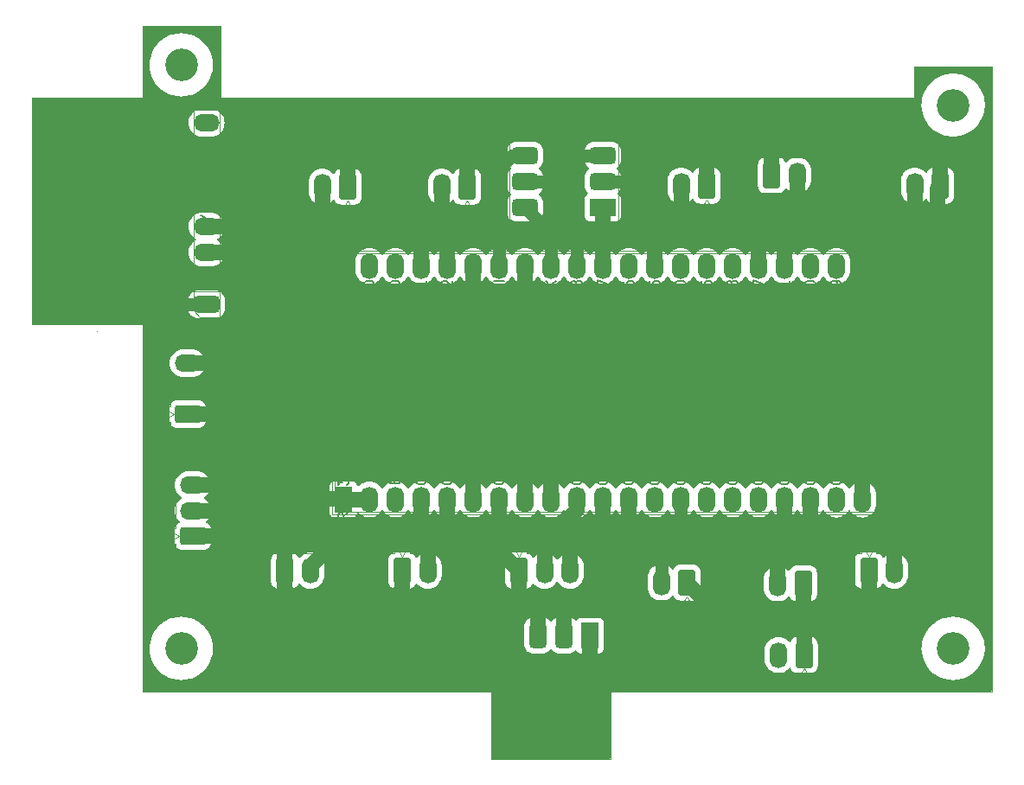
<source format=gbs>
%TF.GenerationSoftware,KiCad,Pcbnew,7.0.2*%
%TF.CreationDate,2023-04-20T14:17:02-04:00*%
%TF.ProjectId,luison-electronics,6c756973-6f6e-42d6-956c-656374726f6e,rev?*%
%TF.SameCoordinates,Original*%
%TF.FileFunction,Soldermask,Bot*%
%TF.FilePolarity,Negative*%
%FSLAX46Y46*%
G04 Gerber Fmt 4.6, Leading zero omitted, Abs format (unit mm)*
G04 Created by KiCad (PCBNEW 7.0.2) date 2023-04-20 14:17:02*
%MOMM*%
%LPD*%
G01*
G04 APERTURE LIST*
G04 Aperture macros list*
%AMRoundRect*
0 Rectangle with rounded corners*
0 $1 Rounding radius*
0 $2 $3 $4 $5 $6 $7 $8 $9 X,Y pos of 4 corners*
0 Add a 4 corners polygon primitive as box body*
4,1,4,$2,$3,$4,$5,$6,$7,$8,$9,$2,$3,0*
0 Add four circle primitives for the rounded corners*
1,1,$1+$1,$2,$3*
1,1,$1+$1,$4,$5*
1,1,$1+$1,$6,$7*
1,1,$1+$1,$8,$9*
0 Add four rect primitives between the rounded corners*
20,1,$1+$1,$2,$3,$4,$5,0*
20,1,$1+$1,$4,$5,$6,$7,0*
20,1,$1+$1,$6,$7,$8,$9,0*
20,1,$1+$1,$8,$9,$2,$3,0*%
G04 Aperture macros list end*
%ADD10RoundRect,0.250000X-0.600000X-1.020000X0.600000X-1.020000X0.600000X1.020000X-0.600000X1.020000X0*%
%ADD11O,1.700000X2.540000*%
%ADD12RoundRect,0.250000X1.020000X-0.600000X1.020000X0.600000X-1.020000X0.600000X-1.020000X-0.600000X0*%
%ADD13O,2.540000X1.700000*%
%ADD14C,3.200000*%
%ADD15R,1.700000X2.540000*%
%ADD16RoundRect,0.425000X0.845000X0.425000X-0.845000X0.425000X-0.845000X-0.425000X0.845000X-0.425000X0*%
%ADD17R,2.540000X1.700000*%
%ADD18RoundRect,0.425000X0.845000X-0.425000X0.845000X0.425000X-0.845000X0.425000X-0.845000X-0.425000X0*%
%ADD19RoundRect,0.250000X0.600000X1.020000X-0.600000X1.020000X-0.600000X-1.020000X0.600000X-1.020000X0*%
%ADD20RoundRect,0.425000X-0.425000X0.845000X-0.425000X-0.845000X0.425000X-0.845000X0.425000X0.845000X0*%
%TA.AperFunction,ComponentPad*%
%ADD21RoundRect,0.250000X-0.600000X-1.020000X0.600000X-1.020000X0.600000X1.020000X-0.600000X1.020000X0*%
%TD*%
%TA.AperFunction,ComponentPad*%
%ADD22O,1.700000X2.540000*%
%TD*%
%TA.AperFunction,ComponentPad*%
%ADD23RoundRect,0.250000X1.020000X-0.600000X1.020000X0.600000X-1.020000X0.600000X-1.020000X-0.600000X0*%
%TD*%
%TA.AperFunction,ComponentPad*%
%ADD24O,2.540000X1.700000*%
%TD*%
%TA.AperFunction,ComponentPad*%
%ADD25R,1.700000X2.540000*%
%TD*%
%TA.AperFunction,ComponentPad*%
%ADD26RoundRect,0.425000X0.845000X0.425000X-0.845000X0.425000X-0.845000X-0.425000X0.845000X-0.425000X0*%
%TD*%
%TA.AperFunction,ComponentPad*%
%ADD27R,2.540000X1.700000*%
%TD*%
%TA.AperFunction,ComponentPad*%
%ADD28RoundRect,0.425000X0.845000X-0.425000X0.845000X0.425000X-0.845000X0.425000X-0.845000X-0.425000X0*%
%TD*%
%TA.AperFunction,ComponentPad*%
%ADD29RoundRect,0.250000X0.600000X1.020000X-0.600000X1.020000X-0.600000X-1.020000X0.600000X-1.020000X0*%
%TD*%
%TA.AperFunction,ComponentPad*%
%ADD30RoundRect,0.425000X-0.425000X0.845000X-0.425000X-0.845000X0.425000X-0.845000X0.425000X0.845000X0*%
%TD*%
%TA.AperFunction,ViaPad*%
%ADD31C,1.000000*%
%TD*%
%TA.AperFunction,Conductor*%
%ADD32C,1.250000*%
%TD*%
%TA.AperFunction,Conductor*%
%ADD33C,1.500000*%
%TD*%
%ADD34C,0.153000*%
%ADD35C,0.375000*%
%ADD36C,0.120000*%
%ADD37C,0.150000*%
%TA.AperFunction,Profile*%
%ADD38C,0.100000*%
%TD*%
%ADD39C,0.050000*%
%ADD40C,0.100000*%
G04 APERTURE END LIST*
D10*
%TO.C,PS_FR*%
X182245000Y-108585000D03*
D11*
X184745000Y-108585000D03*
X187245000Y-108585000D03*
%TD*%
D12*
%TO.C,POWER*%
X115570000Y-93265000D03*
D13*
X115570000Y-90765000D03*
X115570000Y-88265000D03*
%TD*%
D14*
%TO.C,H1*%
X114935000Y-59055000D03*
%TD*%
D15*
%TO.C,U1*%
X130810000Y-101600000D03*
D11*
X133350000Y-101600000D03*
X135890000Y-101600000D03*
X138430000Y-101600000D03*
X140970000Y-101600000D03*
X143510000Y-101600000D03*
X146050000Y-101600000D03*
X148590000Y-101600000D03*
X151130000Y-101600000D03*
X153670000Y-101600000D03*
X156210000Y-101600000D03*
X158750000Y-101600000D03*
X161290000Y-101600000D03*
X163830000Y-101600000D03*
X166370000Y-101600000D03*
X168910000Y-101600000D03*
X171450000Y-101600000D03*
X173990000Y-101600000D03*
X176530000Y-101600000D03*
X179067280Y-101603680D03*
X181607280Y-101603680D03*
X184147280Y-101603680D03*
X184150000Y-78740000D03*
X181610000Y-78740000D03*
X179070000Y-78740000D03*
X176530000Y-78740000D03*
X173990000Y-78740000D03*
X171450000Y-78740000D03*
X168910000Y-78740000D03*
X166370000Y-78740000D03*
X163830000Y-78740000D03*
X161290000Y-78740000D03*
X158750000Y-78740000D03*
X156210000Y-78740000D03*
X153670000Y-78740000D03*
X151130000Y-78740000D03*
X148590000Y-78740000D03*
X146050000Y-78740000D03*
X143510000Y-78740000D03*
X140970000Y-78740000D03*
X138430000Y-78740000D03*
X135890000Y-78740000D03*
X133350000Y-78740000D03*
X130810000Y-78740000D03*
%TD*%
D16*
%TO.C,GYRO*%
X117406075Y-82495000D03*
D13*
X117406075Y-79955000D03*
X117406075Y-77415000D03*
X117406075Y-74875000D03*
X117406075Y-64715000D03*
%TD*%
D17*
%TO.C,SW3*%
X156195000Y-73025000D03*
D18*
X156195000Y-70485000D03*
X156195000Y-67945000D03*
X148575000Y-67945000D03*
X148575000Y-70485000D03*
X148575000Y-73025000D03*
%TD*%
D19*
%TO.C,LS_BR*%
X142922000Y-71010000D03*
D11*
X140422000Y-71010000D03*
X137922000Y-71010000D03*
%TD*%
D19*
%TO.C,PS_R*%
X189230000Y-70883000D03*
D11*
X186730000Y-70883000D03*
X184230000Y-70883000D03*
%TD*%
D14*
%TO.C,H3*%
X190500000Y-116205000D03*
%TD*%
D15*
%TO.C,U2*%
X154940000Y-114935000D03*
D20*
X152400000Y-114935000D03*
X149860000Y-114935000D03*
X147320000Y-114935000D03*
%TD*%
D12*
%TO.C,AUX*%
X116078000Y-105203000D03*
D13*
X116078000Y-102703000D03*
X116078000Y-100203000D03*
%TD*%
D10*
%TO.C,MD*%
X147995000Y-108585000D03*
D11*
X150495000Y-108585000D03*
X152995000Y-108585000D03*
%TD*%
D19*
%TO.C,PS_FC*%
X175815000Y-109855000D03*
D11*
X173315000Y-109855000D03*
X170815000Y-109855000D03*
%TD*%
D10*
%TO.C,PS_B*%
X172745000Y-69850000D03*
D11*
X175245000Y-69850000D03*
X177745000Y-69850000D03*
%TD*%
D19*
%TO.C,PS_FL*%
X164425000Y-109745000D03*
D11*
X161925000Y-109745000D03*
X159425000Y-109745000D03*
%TD*%
D10*
%TO.C,LS_BL*%
X136565000Y-108585000D03*
D11*
X139065000Y-108585000D03*
X141565000Y-108585000D03*
%TD*%
D19*
%TO.C,COOLER*%
X175895000Y-116840000D03*
D11*
X173395000Y-116840000D03*
X170895000Y-116840000D03*
%TD*%
D19*
%TO.C,LS_FR*%
X131238000Y-71010000D03*
D11*
X128738000Y-71010000D03*
X126238000Y-71010000D03*
%TD*%
D19*
%TO.C,PS_L*%
X166370000Y-70883000D03*
D11*
X163870000Y-70883000D03*
X161370000Y-70883000D03*
%TD*%
D14*
%TO.C,H2*%
X190500000Y-62992000D03*
%TD*%
D10*
%TO.C,LS_FL*%
X125080000Y-108585000D03*
D11*
X127580000Y-108585000D03*
X130080000Y-108585000D03*
%TD*%
D14*
%TO.C,H4*%
X114935000Y-116205000D03*
%TD*%
D21*
%TO.P,PS_FR,1,VCC*%
%TO.N,+24V*%
X182245000Y-108585000D03*
D22*
%TO.P,PS_FR,2,Signal*%
%TO.N,/PS_FR*%
X184745000Y-108585000D03*
%TO.P,PS_FR,3,GND*%
%TO.N,GND*%
X187245000Y-108585000D03*
%TD*%
D23*
%TO.P,POWER,1,5V*%
%TO.N,+5V*%
X115570000Y-93265000D03*
D24*
%TO.P,POWER,2,GND*%
%TO.N,GND*%
X115570000Y-90765000D03*
%TO.P,POWER,3,24V*%
%TO.N,+24V*%
X115570000Y-88265000D03*
%TD*%
D25*
%TO.P,U1,1,3V3*%
%TO.N,+3.3V*%
X130810000Y-101600000D03*
D22*
%TO.P,U1,2,3V3*%
X133350000Y-101600000D03*
%TO.P,U1,3,CHIP_PU*%
%TO.N,unconnected-(U1-CHIP_PU-Pad3)*%
X135890000Y-101600000D03*
%TO.P,U1,4,GPIO4/ADC1_CH3*%
%TO.N,/LS_FL*%
X138430000Y-101600000D03*
%TO.P,U1,5,GPIO5/ADC1_CH4*%
%TO.N,/LS_BL*%
X140970000Y-101600000D03*
%TO.P,U1,6,GPIO6/ADC1_CH5*%
%TO.N,/AUX6*%
X143510000Y-101600000D03*
%TO.P,U1,7,GPIO7/ADC1_CH6*%
%TO.N,/KS_EM*%
X146050000Y-101600000D03*
%TO.P,U1,8,GPIO15/ADC2_CH4/32K_P*%
%TO.N,/AUX15*%
X148590000Y-101600000D03*
%TO.P,U1,9,GPIO16/ADC2_CH5/32K_N*%
%TO.N,/AUX16*%
X151130000Y-101600000D03*
%TO.P,U1,10,GPIO17/ADC2_CH6*%
%TO.N,/TX1_MD*%
X153670000Y-101600000D03*
%TO.P,U1,11,GPIO18/ADC2_CH7*%
%TO.N,/RX1_MD*%
X156210000Y-101600000D03*
%TO.P,U1,12,GPIO8/ADC1_CH7*%
%TO.N,/KS_START*%
X158750000Y-101600000D03*
%TO.P,U1,13,GPIO3/ADC1_CH2*%
%TO.N,unconnected-(U1-GPIO3{slash}ADC1_CH2-Pad13)*%
X161290000Y-101600000D03*
%TO.P,U1,14,GPIO46*%
%TO.N,/PS_FL*%
X163830000Y-101600000D03*
%TO.P,U1,15,GPIO9/ADC1_CH8*%
%TO.N,unconnected-(U1-GPIO9{slash}ADC1_CH8-Pad15)*%
X166370000Y-101600000D03*
%TO.P,U1,16,GPIO10/ADC1_CH9*%
%TO.N,unconnected-(U1-GPIO10{slash}ADC1_CH9-Pad16)*%
X168910000Y-101600000D03*
%TO.P,U1,17,GPIO11/ADC2_CH0*%
%TO.N,unconnected-(U1-GPIO11{slash}ADC2_CH0-Pad17)*%
X171450000Y-101600000D03*
%TO.P,U1,18,GPIO12/ADC2_CH1*%
%TO.N,/PS_FC*%
X173990000Y-101600000D03*
%TO.P,U1,19,GPIO13/ADC2_CH2*%
%TO.N,/PS_FR*%
X176530000Y-101600000D03*
%TO.P,U1,20,GPIO14/ADC2_CH3*%
%TO.N,unconnected-(U1-GPIO14{slash}ADC2_CH3-Pad20)*%
X179067280Y-101603680D03*
%TO.P,U1,21,5V*%
%TO.N,+5V*%
X181607280Y-101603680D03*
%TO.P,U1,22,GND*%
%TO.N,GND*%
X184147280Y-101603680D03*
%TO.P,U1,23,GND*%
X184150000Y-78740000D03*
%TO.P,U1,24,GND*%
X181610000Y-78740000D03*
%TO.P,U1,25,GPIO19/USB_D-*%
%TO.N,unconnected-(U1-GPIO19{slash}USB_D--Pad25)*%
X179070000Y-78740000D03*
%TO.P,U1,26,GPIO20/USB_D+*%
%TO.N,unconnected-(U1-GPIO20{slash}USB_D+-Pad26)*%
X176530000Y-78740000D03*
%TO.P,U1,27,GPIO21*%
%TO.N,/PS_R*%
X173990000Y-78740000D03*
%TO.P,U1,28,GPIO47*%
%TO.N,/PS_B*%
X171450000Y-78740000D03*
%TO.P,U1,29,GPIO48*%
%TO.N,unconnected-(U1-GPIO48-Pad29)*%
X168910000Y-78740000D03*
%TO.P,U1,30,GPIO45*%
%TO.N,unconnected-(U1-GPIO45-Pad30)*%
X166370000Y-78740000D03*
%TO.P,U1,31,GPIO0*%
%TO.N,unconnected-(U1-GPIO0-Pad31)*%
X163830000Y-78740000D03*
%TO.P,U1,32,GPIO35*%
%TO.N,/PS_L*%
X161290000Y-78740000D03*
%TO.P,U1,33,GPIO36*%
%TO.N,unconnected-(U1-GPIO36-Pad33)*%
X158750000Y-78740000D03*
%TO.P,U1,34,GPIO37*%
%TO.N,/SW_P1*%
X156210000Y-78740000D03*
%TO.P,U1,35,GPIO38*%
%TO.N,/SW_P4*%
X153670000Y-78740000D03*
%TO.P,U1,36,GPIO39/MTCK*%
%TO.N,/SW_P8*%
X151130000Y-78740000D03*
%TO.P,U1,37,GPIO40/MTDO*%
%TO.N,/SCL*%
X148590000Y-78740000D03*
%TO.P,U1,38,GPIO41/MTDI*%
%TO.N,/SW_P2*%
X146050000Y-78740000D03*
%TO.P,U1,39,GPIO42/MTMS*%
%TO.N,/SDA*%
X143510000Y-78740000D03*
%TO.P,U1,40,GPIO2/ADC1_CH1*%
%TO.N,/LS_BR*%
X140970000Y-78740000D03*
%TO.P,U1,41,GPIO1/ADC1_CH0*%
%TO.N,/LS_FR*%
X138430000Y-78740000D03*
%TO.P,U1,42,GPIO44/U0RXD*%
%TO.N,unconnected-(U1-GPIO44{slash}U0RXD-Pad42)*%
X135890000Y-78740000D03*
%TO.P,U1,43,GPIO43/U0TXD*%
%TO.N,unconnected-(U1-GPIO43{slash}U0TXD-Pad43)*%
X133350000Y-78740000D03*
%TO.P,U1,44,GND*%
%TO.N,GND*%
X130810000Y-78740000D03*
%TD*%
D26*
%TO.P,GYRO,1,VCC*%
%TO.N,+3.3V*%
X117406075Y-82495000D03*
D24*
%TO.P,GYRO,2,GND*%
%TO.N,GND*%
X117406075Y-79955000D03*
%TO.P,GYRO,3,SCL*%
%TO.N,/SCL*%
X117406075Y-77415000D03*
%TO.P,GYRO,4,SDA*%
%TO.N,/SDA*%
X117406075Y-74875000D03*
%TO.P,GYRO,8,INT*%
%TO.N,unconnected-(GYRO2-INT-Pad8)*%
X117406075Y-64715000D03*
%TD*%
D27*
%TO.P,SW3,1,P1*%
%TO.N,/SW_P1*%
X156195000Y-73025000D03*
D28*
%TO.P,SW3,2,C*%
%TO.N,+3.3V*%
X156195000Y-70485000D03*
%TO.P,SW3,3,P4*%
%TO.N,/SW_P4*%
X156195000Y-67945000D03*
%TO.P,SW3,4,P2*%
%TO.N,/SW_P2*%
X148575000Y-67945000D03*
%TO.P,SW3,5,C*%
%TO.N,+3.3V*%
X148575000Y-70485000D03*
%TO.P,SW3,6,P8*%
%TO.N,/SW_P8*%
X148575000Y-73025000D03*
%TD*%
D29*
%TO.P,LS_BR,1,VCC*%
%TO.N,+3.3V*%
X142922000Y-71010000D03*
D22*
%TO.P,LS_BR,2,A0*%
%TO.N,/LS_BR*%
X140422000Y-71010000D03*
%TO.P,LS_BR,3,GND*%
%TO.N,GND*%
X137922000Y-71010000D03*
%TD*%
D29*
%TO.P,PS_R,1,VCC*%
%TO.N,+24V*%
X189230000Y-70883000D03*
D22*
%TO.P,PS_R,2,Signal*%
%TO.N,/PS_R*%
X186730000Y-70883000D03*
%TO.P,PS_R,3,GND*%
%TO.N,GND*%
X184230000Y-70883000D03*
%TD*%
D25*
%TO.P,U2,1,VCC*%
%TO.N,+3.3V*%
X154940000Y-114935000D03*
D30*
%TO.P,U2,2,Start*%
%TO.N,/KS_START*%
X152400000Y-114935000D03*
%TO.P,U2,3,KillSw*%
%TO.N,/KS_EM*%
X149860000Y-114935000D03*
%TO.P,U2,4,GND*%
%TO.N,GND*%
X147320000Y-114935000D03*
%TD*%
D23*
%TO.P,AUX,1,AUX1*%
%TO.N,/AUX6*%
X116078000Y-105203000D03*
D24*
%TO.P,AUX,2,AUX2*%
%TO.N,/AUX15*%
X116078000Y-102703000D03*
%TO.P,AUX,3,AUX3*%
%TO.N,/AUX16*%
X116078000Y-100203000D03*
%TD*%
D21*
%TO.P,MD,1,KS*%
%TO.N,/KS_EM*%
X147995000Y-108585000D03*
D22*
%TO.P,MD,2,TX*%
%TO.N,/TX1_MD*%
X150495000Y-108585000D03*
%TO.P,MD,3,RX*%
%TO.N,/RX1_MD*%
X152995000Y-108585000D03*
%TD*%
D29*
%TO.P,PS_FC,1,VCC*%
%TO.N,+24V*%
X175815000Y-109855000D03*
D22*
%TO.P,PS_FC,2,Signal*%
%TO.N,/PS_FC*%
X173315000Y-109855000D03*
%TO.P,PS_FC,3,GND*%
%TO.N,GND*%
X170815000Y-109855000D03*
%TD*%
D21*
%TO.P,PS_B,1,VCC*%
%TO.N,+24V*%
X172745000Y-69850000D03*
D22*
%TO.P,PS_B,2,Signal*%
%TO.N,/PS_B*%
X175245000Y-69850000D03*
%TO.P,PS_B,3,GND*%
%TO.N,GND*%
X177745000Y-69850000D03*
%TD*%
D29*
%TO.P,PS_FL,1,VCC*%
%TO.N,+24V*%
X164425000Y-109745000D03*
D22*
%TO.P,PS_FL,2,Signal*%
%TO.N,/PS_FL*%
X161925000Y-109745000D03*
%TO.P,PS_FL,3,GND*%
%TO.N,GND*%
X159425000Y-109745000D03*
%TD*%
D21*
%TO.P,LS_BL,1,VCC*%
%TO.N,+3.3V*%
X136565000Y-108585000D03*
D22*
%TO.P,LS_BL,2,A0*%
%TO.N,/LS_BL*%
X139065000Y-108585000D03*
%TO.P,LS_BL,3,GND*%
%TO.N,GND*%
X141565000Y-108585000D03*
%TD*%
D29*
%TO.P,COOLER,1,VCC*%
%TO.N,+24V*%
X175895000Y-116840000D03*
D22*
%TO.P,COOLER,2,Signal*%
%TO.N,unconnected-(COOLER1-Signal-Pad2)*%
X173395000Y-116840000D03*
%TO.P,COOLER,3,GND*%
%TO.N,GND*%
X170895000Y-116840000D03*
%TD*%
D29*
%TO.P,LS_FR,1,VCC*%
%TO.N,+3.3V*%
X131238000Y-71010000D03*
D22*
%TO.P,LS_FR,2,A0*%
%TO.N,/LS_FR*%
X128738000Y-71010000D03*
%TO.P,LS_FR,3,GND*%
%TO.N,GND*%
X126238000Y-71010000D03*
%TD*%
D29*
%TO.P,PS_L,1,VCC*%
%TO.N,+24V*%
X166370000Y-70883000D03*
D22*
%TO.P,PS_L,2,Signal*%
%TO.N,/PS_L*%
X163870000Y-70883000D03*
%TO.P,PS_L,3,GND*%
%TO.N,GND*%
X161370000Y-70883000D03*
%TD*%
D21*
%TO.P,LS_FL,1,VCC*%
%TO.N,+3.3V*%
X125080000Y-108585000D03*
D22*
%TO.P,LS_FL,2,A0*%
%TO.N,/LS_FL*%
X127580000Y-108585000D03*
%TO.P,LS_FL,3,GND*%
%TO.N,GND*%
X130080000Y-108585000D03*
%TD*%
D31*
%TO.N,GND*%
X121158000Y-72009000D03*
X180848000Y-73914000D03*
X141732000Y-114173000D03*
X134493000Y-72009000D03*
X123063000Y-84455000D03*
X122428000Y-90170000D03*
X159258000Y-74803000D03*
X168529000Y-104648000D03*
%TD*%
D32*
%TO.N,/SW_P2*%
X146035000Y-78683500D02*
X146051500Y-78700000D01*
%TD*%
%TA.AperFunction,Conductor*%
%TO.N,GND*%
G36*
X118703691Y-55264407D02*
G01*
X118739655Y-55313907D01*
X118744500Y-55344500D01*
X118744500Y-62210391D01*
X118744424Y-62210774D01*
X118744459Y-62229999D01*
X118744459Y-62230000D01*
X118744500Y-62230099D01*
X118744617Y-62230383D01*
X118745000Y-62230541D01*
X118745002Y-62230539D01*
X118764651Y-62230527D01*
X118764787Y-62230500D01*
X120649901Y-62230500D01*
X185165901Y-62230500D01*
X186670213Y-62230500D01*
X186670348Y-62230527D01*
X186689997Y-62230539D01*
X186690000Y-62230541D01*
X186690383Y-62230383D01*
X186690500Y-62230099D01*
X186690541Y-62230000D01*
X186690540Y-62229997D01*
X186690575Y-62210774D01*
X186690500Y-62210391D01*
X186690500Y-59281500D01*
X186709407Y-59223309D01*
X186758907Y-59187345D01*
X186789500Y-59182500D01*
X194210500Y-59182500D01*
X194268691Y-59201407D01*
X194304655Y-59250907D01*
X194309500Y-59281500D01*
X194309500Y-120296500D01*
X194290593Y-120354691D01*
X194241093Y-120390655D01*
X194210500Y-120395500D01*
X156991788Y-120395500D01*
X156991582Y-120395459D01*
X156972002Y-120395459D01*
X156972001Y-120395459D01*
X156972000Y-120395459D01*
X156971901Y-120395500D01*
X156971711Y-120395578D01*
X156971616Y-120395617D01*
X156971459Y-120395999D01*
X156971472Y-120415651D01*
X156971500Y-120415787D01*
X156971500Y-126900500D01*
X156952593Y-126958691D01*
X156903093Y-126994655D01*
X156872500Y-126999500D01*
X145387500Y-126999500D01*
X145329309Y-126980593D01*
X145293345Y-126931093D01*
X145288500Y-126900500D01*
X145288499Y-120404724D01*
X145288541Y-120396003D01*
X145288540Y-120396001D01*
X145288541Y-120396000D01*
X145288383Y-120395617D01*
X145288099Y-120395500D01*
X145288000Y-120395459D01*
X145287999Y-120395459D01*
X145268418Y-120395459D01*
X145268212Y-120395500D01*
X111224500Y-120395500D01*
X111166309Y-120376593D01*
X111130345Y-120327093D01*
X111125500Y-120296500D01*
X111125500Y-116293683D01*
X111830701Y-116293683D01*
X111830942Y-116296498D01*
X111830943Y-116296504D01*
X111843099Y-116438031D01*
X111861045Y-116646968D01*
X111861604Y-116649730D01*
X111861606Y-116649739D01*
X111930900Y-116991717D01*
X111930903Y-116991728D01*
X111931463Y-116994492D01*
X111932334Y-116997173D01*
X111932336Y-116997180D01*
X112036186Y-117316796D01*
X112041036Y-117331723D01*
X112042207Y-117334287D01*
X112187165Y-117651703D01*
X112187168Y-117651710D01*
X112188336Y-117654266D01*
X112371443Y-117957915D01*
X112479706Y-118098314D01*
X112529303Y-118162632D01*
X112587971Y-118238713D01*
X112835095Y-118492997D01*
X113109595Y-118717455D01*
X113407891Y-118909159D01*
X113726096Y-119065609D01*
X114060061Y-119184768D01*
X114405432Y-119265080D01*
X114757707Y-119305500D01*
X114760539Y-119305500D01*
X115022161Y-119305500D01*
X115023576Y-119305500D01*
X115289008Y-119290322D01*
X115638400Y-119229857D01*
X115978623Y-119129959D01*
X116305241Y-118991929D01*
X116613995Y-118817568D01*
X116900861Y-118609147D01*
X117162099Y-118369385D01*
X117394304Y-118101407D01*
X117594448Y-117808706D01*
X117759921Y-117495098D01*
X117828496Y-117318966D01*
X172044500Y-117318966D01*
X172044688Y-117321123D01*
X172044689Y-117321129D01*
X172059936Y-117495405D01*
X172121098Y-117723667D01*
X172220963Y-117937826D01*
X172220964Y-117937828D01*
X172220965Y-117937829D01*
X172356505Y-118131401D01*
X172523599Y-118298495D01*
X172717170Y-118434035D01*
X172717171Y-118434035D01*
X172717172Y-118434036D01*
X172931332Y-118533901D01*
X172931333Y-118533901D01*
X172931337Y-118533903D01*
X173159592Y-118595063D01*
X173395000Y-118615659D01*
X173630408Y-118595063D01*
X173858663Y-118533903D01*
X174072829Y-118434035D01*
X174266401Y-118298495D01*
X174433495Y-118131401D01*
X174433497Y-118131397D01*
X174439619Y-118125276D01*
X174441987Y-118127644D01*
X174478424Y-118100175D01*
X174539600Y-118099093D01*
X174589728Y-118134176D01*
X174604651Y-118162632D01*
X174610186Y-118179334D01*
X174702288Y-118328656D01*
X174826344Y-118452712D01*
X174975666Y-118544814D01*
X175142203Y-118599999D01*
X175244991Y-118610500D01*
X176545008Y-118610499D01*
X176647797Y-118599999D01*
X176814334Y-118544814D01*
X176963656Y-118452712D01*
X177087712Y-118328656D01*
X177179814Y-118179334D01*
X177234999Y-118012797D01*
X177245500Y-117910009D01*
X177245499Y-116293683D01*
X187395701Y-116293683D01*
X187395942Y-116296498D01*
X187395943Y-116296504D01*
X187408099Y-116438031D01*
X187426045Y-116646968D01*
X187426604Y-116649730D01*
X187426606Y-116649739D01*
X187495900Y-116991717D01*
X187495903Y-116991728D01*
X187496463Y-116994492D01*
X187497334Y-116997173D01*
X187497336Y-116997180D01*
X187601186Y-117316796D01*
X187606036Y-117331723D01*
X187607207Y-117334287D01*
X187752165Y-117651703D01*
X187752168Y-117651710D01*
X187753336Y-117654266D01*
X187936443Y-117957915D01*
X188044707Y-118098314D01*
X188094303Y-118162632D01*
X188152971Y-118238713D01*
X188400095Y-118492997D01*
X188674595Y-118717455D01*
X188972891Y-118909159D01*
X189291096Y-119065609D01*
X189625061Y-119184768D01*
X189970432Y-119265080D01*
X190322707Y-119305500D01*
X190325539Y-119305500D01*
X190587161Y-119305500D01*
X190588576Y-119305500D01*
X190854008Y-119290322D01*
X191203400Y-119229857D01*
X191543623Y-119129959D01*
X191870241Y-118991929D01*
X192178995Y-118817568D01*
X192465861Y-118609147D01*
X192727099Y-118369385D01*
X192959304Y-118101407D01*
X193159448Y-117808706D01*
X193324921Y-117495098D01*
X193453568Y-117164672D01*
X193543710Y-116821736D01*
X193594173Y-116470759D01*
X193604299Y-116116317D01*
X193573955Y-115763032D01*
X193503537Y-115415508D01*
X193393964Y-115078277D01*
X193246664Y-114755734D01*
X193063557Y-114452085D01*
X192847029Y-114171287D01*
X192705077Y-114025222D01*
X192601879Y-113919034D01*
X192601877Y-113919032D01*
X192599905Y-113917003D01*
X192441165Y-113787202D01*
X192327602Y-113694341D01*
X192327596Y-113694337D01*
X192325405Y-113692545D01*
X192027109Y-113500841D01*
X192024591Y-113499603D01*
X192024584Y-113499599D01*
X191711440Y-113345638D01*
X191711442Y-113345638D01*
X191708904Y-113344391D01*
X191706247Y-113343443D01*
X191706240Y-113343440D01*
X191377591Y-113226178D01*
X191377587Y-113226176D01*
X191374939Y-113225232D01*
X191372202Y-113224595D01*
X191372190Y-113224592D01*
X191032319Y-113145559D01*
X191032307Y-113145556D01*
X191029568Y-113144920D01*
X191026771Y-113144599D01*
X191026765Y-113144598D01*
X190680104Y-113104822D01*
X190680094Y-113104821D01*
X190677293Y-113104500D01*
X190411424Y-113104500D01*
X190410030Y-113104579D01*
X190410019Y-113104580D01*
X190148804Y-113119517D01*
X190148800Y-113119517D01*
X190145992Y-113119678D01*
X190143215Y-113120158D01*
X190143211Y-113120159D01*
X189799382Y-113179661D01*
X189799372Y-113179663D01*
X189796600Y-113180143D01*
X189793901Y-113180935D01*
X189793890Y-113180938D01*
X189459087Y-113279244D01*
X189459066Y-113279251D01*
X189456377Y-113280041D01*
X189453780Y-113281138D01*
X189453773Y-113281141D01*
X189132360Y-113416971D01*
X189132348Y-113416976D01*
X189129759Y-113418071D01*
X189127315Y-113419450D01*
X189127299Y-113419459D01*
X188823468Y-113591040D01*
X188823454Y-113591048D01*
X188821005Y-113592432D01*
X188818721Y-113594090D01*
X188818720Y-113594092D01*
X188536421Y-113799194D01*
X188536409Y-113799203D01*
X188534139Y-113800853D01*
X188532069Y-113802751D01*
X188532054Y-113802765D01*
X188274991Y-114038696D01*
X188274983Y-114038703D01*
X188272901Y-114040615D01*
X188271052Y-114042748D01*
X188271044Y-114042757D01*
X188042546Y-114306457D01*
X188042539Y-114306466D01*
X188040696Y-114308593D01*
X188039113Y-114310907D01*
X188039103Y-114310921D01*
X187940922Y-114454507D01*
X187840552Y-114601294D01*
X187839237Y-114603785D01*
X187839228Y-114603801D01*
X187676403Y-114912391D01*
X187676397Y-114912403D01*
X187675079Y-114914902D01*
X187674051Y-114917541D01*
X187674047Y-114917551D01*
X187547462Y-115242681D01*
X187547459Y-115242689D01*
X187546432Y-115245328D01*
X187545714Y-115248055D01*
X187545712Y-115248065D01*
X187457008Y-115585528D01*
X187457004Y-115585547D01*
X187456290Y-115588264D01*
X187455887Y-115591063D01*
X187455886Y-115591071D01*
X187407791Y-115925578D01*
X187405827Y-115939241D01*
X187405746Y-115942050D01*
X187405746Y-115942059D01*
X187395781Y-116290854D01*
X187395781Y-116290868D01*
X187395701Y-116293683D01*
X177245499Y-116293683D01*
X177245499Y-115769992D01*
X177234999Y-115667203D01*
X177179814Y-115500666D01*
X177087712Y-115351344D01*
X176963656Y-115227288D01*
X176814334Y-115135186D01*
X176647795Y-115080000D01*
X176547529Y-115069757D01*
X176547520Y-115069756D01*
X176545009Y-115069500D01*
X176542478Y-115069500D01*
X175247522Y-115069500D01*
X175247502Y-115069500D01*
X175244992Y-115069501D01*
X175207033Y-115073378D01*
X175142201Y-115080001D01*
X174975664Y-115135186D01*
X174826346Y-115227286D01*
X174702286Y-115351346D01*
X174610185Y-115500667D01*
X174604651Y-115517368D01*
X174568399Y-115566656D01*
X174510098Y-115585223D01*
X174452019Y-115565976D01*
X174440330Y-115554012D01*
X174439619Y-115554724D01*
X174433497Y-115548602D01*
X174433495Y-115548599D01*
X174266401Y-115381505D01*
X174072830Y-115245965D01*
X174072829Y-115245964D01*
X174072827Y-115245963D01*
X173858667Y-115146098D01*
X173630405Y-115084936D01*
X173395000Y-115064340D01*
X173159594Y-115084936D01*
X172931332Y-115146098D01*
X172717173Y-115245963D01*
X172523602Y-115381502D01*
X172356502Y-115548602D01*
X172220963Y-115742173D01*
X172121098Y-115956332D01*
X172059936Y-116184594D01*
X172044689Y-116358870D01*
X172044500Y-116361034D01*
X172044500Y-117318966D01*
X117828496Y-117318966D01*
X117888568Y-117164672D01*
X117978710Y-116821736D01*
X118029173Y-116470759D01*
X118039299Y-116116317D01*
X118015976Y-115844778D01*
X148509500Y-115844778D01*
X148509651Y-115846701D01*
X148509652Y-115846717D01*
X148515859Y-115925577D01*
X148566211Y-116113496D01*
X148654535Y-116286841D01*
X148712864Y-116358870D01*
X148776968Y-116438032D01*
X148870319Y-116513627D01*
X148928158Y-116560464D01*
X149101503Y-116648788D01*
X149141215Y-116659428D01*
X149289422Y-116699141D01*
X149370222Y-116705500D01*
X149372172Y-116705500D01*
X150347828Y-116705500D01*
X150349778Y-116705500D01*
X150430578Y-116699141D01*
X150618496Y-116648788D01*
X150791840Y-116560465D01*
X150943032Y-116438032D01*
X151053063Y-116302154D01*
X151104377Y-116268831D01*
X151165478Y-116272034D01*
X151206937Y-116302155D01*
X151316968Y-116438032D01*
X151468158Y-116560464D01*
X151641503Y-116648788D01*
X151681215Y-116659428D01*
X151829422Y-116699141D01*
X151910222Y-116705500D01*
X151912172Y-116705500D01*
X152887828Y-116705500D01*
X152889778Y-116705500D01*
X152970578Y-116699141D01*
X153158496Y-116648788D01*
X153331840Y-116560465D01*
X153483032Y-116438032D01*
X153484198Y-116436591D01*
X153487291Y-116434582D01*
X153491118Y-116431484D01*
X153491443Y-116431885D01*
X153535509Y-116403267D01*
X153596611Y-116406467D01*
X153640389Y-116439564D01*
X153661632Y-116467940D01*
X153732454Y-116562546D01*
X153847669Y-116648796D01*
X153982517Y-116699091D01*
X154042127Y-116705500D01*
X155837872Y-116705499D01*
X155897483Y-116699091D01*
X156032331Y-116648796D01*
X156147546Y-116562546D01*
X156233796Y-116447331D01*
X156284091Y-116312483D01*
X156290500Y-116252873D01*
X156290499Y-113617128D01*
X156284091Y-113557517D01*
X156233796Y-113422669D01*
X156147546Y-113307454D01*
X156061294Y-113242886D01*
X156032330Y-113221203D01*
X155924372Y-113180938D01*
X155897483Y-113170909D01*
X155853334Y-113166162D01*
X155840498Y-113164782D01*
X155840493Y-113164781D01*
X155837873Y-113164500D01*
X155835227Y-113164500D01*
X154044775Y-113164500D01*
X154044756Y-113164500D01*
X154042128Y-113164501D01*
X154039513Y-113164782D01*
X154039496Y-113164783D01*
X153982515Y-113170909D01*
X153847669Y-113221203D01*
X153732455Y-113307453D01*
X153640389Y-113430436D01*
X153590380Y-113465688D01*
X153529201Y-113464814D01*
X153491261Y-113438338D01*
X153491118Y-113438516D01*
X153488637Y-113436507D01*
X153484200Y-113433411D01*
X153483032Y-113431968D01*
X153483030Y-113431966D01*
X153331841Y-113309535D01*
X153158496Y-113221211D01*
X153003427Y-113179661D01*
X152970578Y-113170859D01*
X152961436Y-113170139D01*
X152891717Y-113164652D01*
X152891701Y-113164651D01*
X152889778Y-113164500D01*
X151910222Y-113164500D01*
X151908299Y-113164651D01*
X151908282Y-113164652D01*
X151829422Y-113170859D01*
X151641503Y-113221211D01*
X151468158Y-113309535D01*
X151316967Y-113431968D01*
X151206937Y-113567844D01*
X151155623Y-113601168D01*
X151094521Y-113597965D01*
X151053063Y-113567844D01*
X150943032Y-113431968D01*
X150791841Y-113309535D01*
X150618496Y-113221211D01*
X150463427Y-113179661D01*
X150430578Y-113170859D01*
X150421436Y-113170139D01*
X150351717Y-113164652D01*
X150351701Y-113164651D01*
X150349778Y-113164500D01*
X149370222Y-113164500D01*
X149368299Y-113164651D01*
X149368282Y-113164652D01*
X149289422Y-113170859D01*
X149101503Y-113221211D01*
X148928158Y-113309535D01*
X148776968Y-113431968D01*
X148654535Y-113583158D01*
X148566211Y-113756503D01*
X148515859Y-113944422D01*
X148509652Y-114023282D01*
X148509651Y-114023299D01*
X148509500Y-114025222D01*
X148509500Y-115844778D01*
X118015976Y-115844778D01*
X118008955Y-115763032D01*
X117938537Y-115415508D01*
X117828964Y-115078277D01*
X117681664Y-114755734D01*
X117498557Y-114452085D01*
X117282029Y-114171287D01*
X117140077Y-114025222D01*
X117036879Y-113919034D01*
X117036877Y-113919032D01*
X117034905Y-113917003D01*
X116876165Y-113787202D01*
X116762602Y-113694341D01*
X116762596Y-113694337D01*
X116760405Y-113692545D01*
X116462109Y-113500841D01*
X116459591Y-113499603D01*
X116459584Y-113499599D01*
X116146440Y-113345638D01*
X116146442Y-113345638D01*
X116143904Y-113344391D01*
X116141247Y-113343443D01*
X116141240Y-113343440D01*
X115812591Y-113226178D01*
X115812587Y-113226176D01*
X115809939Y-113225232D01*
X115807202Y-113224595D01*
X115807190Y-113224592D01*
X115467319Y-113145559D01*
X115467307Y-113145556D01*
X115464568Y-113144920D01*
X115461771Y-113144599D01*
X115461765Y-113144598D01*
X115115104Y-113104822D01*
X115115094Y-113104821D01*
X115112293Y-113104500D01*
X114846424Y-113104500D01*
X114845030Y-113104579D01*
X114845019Y-113104580D01*
X114583804Y-113119517D01*
X114583800Y-113119517D01*
X114580992Y-113119678D01*
X114578215Y-113120158D01*
X114578211Y-113120159D01*
X114234382Y-113179661D01*
X114234372Y-113179663D01*
X114231600Y-113180143D01*
X114228901Y-113180935D01*
X114228890Y-113180938D01*
X113894087Y-113279244D01*
X113894066Y-113279251D01*
X113891377Y-113280041D01*
X113888780Y-113281138D01*
X113888773Y-113281141D01*
X113567360Y-113416971D01*
X113567348Y-113416976D01*
X113564759Y-113418071D01*
X113562315Y-113419450D01*
X113562299Y-113419459D01*
X113258468Y-113591040D01*
X113258454Y-113591048D01*
X113256005Y-113592432D01*
X113253721Y-113594090D01*
X113253720Y-113594092D01*
X112971421Y-113799194D01*
X112971409Y-113799203D01*
X112969139Y-113800853D01*
X112967069Y-113802751D01*
X112967054Y-113802765D01*
X112709991Y-114038696D01*
X112709983Y-114038703D01*
X112707901Y-114040615D01*
X112706052Y-114042748D01*
X112706044Y-114042757D01*
X112477546Y-114306457D01*
X112477539Y-114306466D01*
X112475696Y-114308593D01*
X112474113Y-114310907D01*
X112474103Y-114310921D01*
X112375922Y-114454507D01*
X112275552Y-114601294D01*
X112274237Y-114603785D01*
X112274228Y-114603801D01*
X112111403Y-114912391D01*
X112111397Y-114912403D01*
X112110079Y-114914902D01*
X112109051Y-114917541D01*
X112109047Y-114917551D01*
X111982462Y-115242681D01*
X111982459Y-115242689D01*
X111981432Y-115245328D01*
X111980714Y-115248055D01*
X111980712Y-115248065D01*
X111892008Y-115585528D01*
X111892004Y-115585547D01*
X111891290Y-115588264D01*
X111890887Y-115591063D01*
X111890886Y-115591071D01*
X111842791Y-115925578D01*
X111840827Y-115939241D01*
X111840746Y-115942050D01*
X111840746Y-115942059D01*
X111830781Y-116290854D01*
X111830781Y-116290868D01*
X111830701Y-116293683D01*
X111125500Y-116293683D01*
X111125500Y-109652496D01*
X123729500Y-109652496D01*
X123729501Y-109655008D01*
X123735105Y-109709865D01*
X123740001Y-109757798D01*
X123795186Y-109924335D01*
X123868686Y-110043497D01*
X123887288Y-110073656D01*
X124011344Y-110197712D01*
X124160666Y-110289814D01*
X124327203Y-110344999D01*
X124429991Y-110355500D01*
X125730008Y-110355499D01*
X125832797Y-110344999D01*
X125999334Y-110289814D01*
X126148656Y-110197712D01*
X126272712Y-110073656D01*
X126364814Y-109924334D01*
X126370348Y-109907633D01*
X126406597Y-109858345D01*
X126464896Y-109839776D01*
X126522976Y-109859020D01*
X126534670Y-109870986D01*
X126535381Y-109870276D01*
X126541502Y-109876397D01*
X126541505Y-109876401D01*
X126708599Y-110043495D01*
X126902170Y-110179035D01*
X126902171Y-110179035D01*
X126902172Y-110179036D01*
X127116332Y-110278901D01*
X127116333Y-110278901D01*
X127116337Y-110278903D01*
X127344592Y-110340063D01*
X127501530Y-110353793D01*
X127579999Y-110360659D01*
X127579999Y-110360658D01*
X127580000Y-110360659D01*
X127815408Y-110340063D01*
X128043663Y-110278903D01*
X128257829Y-110179035D01*
X128451401Y-110043495D01*
X128618495Y-109876401D01*
X128754035Y-109682829D01*
X128768180Y-109652496D01*
X135214500Y-109652496D01*
X135214501Y-109655008D01*
X135220105Y-109709865D01*
X135225001Y-109757798D01*
X135280186Y-109924335D01*
X135353686Y-110043497D01*
X135372288Y-110073656D01*
X135496344Y-110197712D01*
X135645666Y-110289814D01*
X135812203Y-110344999D01*
X135914991Y-110355500D01*
X137215008Y-110355499D01*
X137317797Y-110344999D01*
X137484334Y-110289814D01*
X137633656Y-110197712D01*
X137757712Y-110073656D01*
X137849814Y-109924334D01*
X137855348Y-109907633D01*
X137891597Y-109858345D01*
X137949896Y-109839776D01*
X138007976Y-109859020D01*
X138019670Y-109870986D01*
X138020381Y-109870276D01*
X138026502Y-109876397D01*
X138026505Y-109876401D01*
X138193599Y-110043495D01*
X138387170Y-110179035D01*
X138387171Y-110179035D01*
X138387172Y-110179036D01*
X138601332Y-110278901D01*
X138601333Y-110278901D01*
X138601337Y-110278903D01*
X138829592Y-110340063D01*
X139065000Y-110360659D01*
X139300408Y-110340063D01*
X139528663Y-110278903D01*
X139742829Y-110179035D01*
X139936401Y-110043495D01*
X140103495Y-109876401D01*
X140239035Y-109682829D01*
X140253180Y-109652496D01*
X146644500Y-109652496D01*
X146644501Y-109655008D01*
X146650105Y-109709865D01*
X146655001Y-109757798D01*
X146710186Y-109924335D01*
X146783686Y-110043497D01*
X146802288Y-110073656D01*
X146926344Y-110197712D01*
X147075666Y-110289814D01*
X147242203Y-110344999D01*
X147344991Y-110355500D01*
X148645008Y-110355499D01*
X148747797Y-110344999D01*
X148914334Y-110289814D01*
X149063656Y-110197712D01*
X149187712Y-110073656D01*
X149279814Y-109924334D01*
X149285348Y-109907633D01*
X149321597Y-109858345D01*
X149379896Y-109839776D01*
X149437976Y-109859020D01*
X149449670Y-109870986D01*
X149450381Y-109870276D01*
X149456502Y-109876397D01*
X149456505Y-109876401D01*
X149623599Y-110043495D01*
X149817170Y-110179035D01*
X149817171Y-110179035D01*
X149817172Y-110179036D01*
X150031332Y-110278901D01*
X150031333Y-110278901D01*
X150031337Y-110278903D01*
X150259592Y-110340063D01*
X150495000Y-110360659D01*
X150730408Y-110340063D01*
X150958663Y-110278903D01*
X151172829Y-110179035D01*
X151366401Y-110043495D01*
X151533495Y-109876401D01*
X151663905Y-109690155D01*
X151712768Y-109653334D01*
X151773944Y-109652266D01*
X151824065Y-109687360D01*
X151826079Y-109690133D01*
X151956505Y-109876401D01*
X152123599Y-110043495D01*
X152317170Y-110179035D01*
X152317171Y-110179035D01*
X152317172Y-110179036D01*
X152531332Y-110278901D01*
X152531333Y-110278901D01*
X152531337Y-110278903D01*
X152759592Y-110340063D01*
X152995000Y-110360659D01*
X153230408Y-110340063D01*
X153458663Y-110278903D01*
X153576475Y-110223966D01*
X160574500Y-110223966D01*
X160574688Y-110226123D01*
X160574689Y-110226129D01*
X160589936Y-110400405D01*
X160651098Y-110628667D01*
X160750963Y-110842826D01*
X160846917Y-110979864D01*
X160886505Y-111036401D01*
X161053599Y-111203495D01*
X161247170Y-111339035D01*
X161247171Y-111339035D01*
X161247172Y-111339036D01*
X161461332Y-111438901D01*
X161461333Y-111438901D01*
X161461337Y-111438903D01*
X161689592Y-111500063D01*
X161925000Y-111520659D01*
X162160408Y-111500063D01*
X162388663Y-111438903D01*
X162602829Y-111339035D01*
X162796401Y-111203495D01*
X162963495Y-111036401D01*
X162963497Y-111036397D01*
X162969619Y-111030276D01*
X162971987Y-111032644D01*
X163008424Y-111005175D01*
X163069600Y-111004093D01*
X163119728Y-111039176D01*
X163134651Y-111067632D01*
X163140186Y-111084334D01*
X163232288Y-111233656D01*
X163356344Y-111357712D01*
X163505666Y-111449814D01*
X163672203Y-111504999D01*
X163774991Y-111515500D01*
X165075008Y-111515499D01*
X165177797Y-111504999D01*
X165344334Y-111449814D01*
X165493656Y-111357712D01*
X165617712Y-111233656D01*
X165709814Y-111084334D01*
X165764999Y-110917797D01*
X165775500Y-110815009D01*
X165775500Y-110333966D01*
X171964500Y-110333966D01*
X171964688Y-110336123D01*
X171964689Y-110336129D01*
X171979936Y-110510405D01*
X172041098Y-110738667D01*
X172140963Y-110952826D01*
X172140964Y-110952828D01*
X172140965Y-110952829D01*
X172276505Y-111146401D01*
X172443599Y-111313495D01*
X172637170Y-111449035D01*
X172637171Y-111449035D01*
X172637172Y-111449036D01*
X172851332Y-111548901D01*
X172851333Y-111548901D01*
X172851337Y-111548903D01*
X173079592Y-111610063D01*
X173315000Y-111630659D01*
X173550408Y-111610063D01*
X173778663Y-111548903D01*
X173992829Y-111449035D01*
X174186401Y-111313495D01*
X174353495Y-111146401D01*
X174353497Y-111146397D01*
X174359619Y-111140276D01*
X174361987Y-111142644D01*
X174398424Y-111115175D01*
X174459600Y-111114093D01*
X174509728Y-111149176D01*
X174524651Y-111177632D01*
X174530186Y-111194334D01*
X174622288Y-111343656D01*
X174746344Y-111467712D01*
X174895666Y-111559814D01*
X175062203Y-111614999D01*
X175164991Y-111625500D01*
X176465008Y-111625499D01*
X176567797Y-111614999D01*
X176734334Y-111559814D01*
X176883656Y-111467712D01*
X177007712Y-111343656D01*
X177099814Y-111194334D01*
X177154999Y-111027797D01*
X177165500Y-110925009D01*
X177165499Y-109652496D01*
X180894500Y-109652496D01*
X180894501Y-109655008D01*
X180900105Y-109709865D01*
X180905001Y-109757798D01*
X180960186Y-109924335D01*
X181033686Y-110043497D01*
X181052288Y-110073656D01*
X181176344Y-110197712D01*
X181325666Y-110289814D01*
X181492203Y-110344999D01*
X181594991Y-110355500D01*
X182895008Y-110355499D01*
X182997797Y-110344999D01*
X183164334Y-110289814D01*
X183313656Y-110197712D01*
X183437712Y-110073656D01*
X183529814Y-109924334D01*
X183535348Y-109907633D01*
X183571597Y-109858345D01*
X183629896Y-109839776D01*
X183687976Y-109859020D01*
X183699670Y-109870986D01*
X183700381Y-109870276D01*
X183706502Y-109876397D01*
X183706505Y-109876401D01*
X183873599Y-110043495D01*
X184067170Y-110179035D01*
X184067171Y-110179035D01*
X184067172Y-110179036D01*
X184281332Y-110278901D01*
X184281333Y-110278901D01*
X184281337Y-110278903D01*
X184509592Y-110340063D01*
X184666530Y-110353793D01*
X184744999Y-110360659D01*
X184744999Y-110360658D01*
X184745000Y-110360659D01*
X184980408Y-110340063D01*
X185208663Y-110278903D01*
X185422829Y-110179035D01*
X185616401Y-110043495D01*
X185783495Y-109876401D01*
X185919035Y-109682829D01*
X186018903Y-109468663D01*
X186080063Y-109240408D01*
X186095500Y-109063966D01*
X186095500Y-108106034D01*
X186080063Y-107929592D01*
X186018903Y-107701337D01*
X185933286Y-107517733D01*
X185919036Y-107487173D01*
X185915861Y-107482639D01*
X185783495Y-107293599D01*
X185616401Y-107126505D01*
X185422830Y-106990965D01*
X185422829Y-106990964D01*
X185422827Y-106990963D01*
X185208667Y-106891098D01*
X184980405Y-106829936D01*
X184745000Y-106809340D01*
X184509594Y-106829936D01*
X184281332Y-106891098D01*
X184067173Y-106990963D01*
X183873602Y-107126502D01*
X183873599Y-107126504D01*
X183873599Y-107126505D01*
X183706505Y-107293599D01*
X183706502Y-107293602D01*
X183700381Y-107299724D01*
X183698019Y-107297362D01*
X183661504Y-107324848D01*
X183600327Y-107325884D01*
X183550226Y-107290763D01*
X183535347Y-107262364D01*
X183529814Y-107245666D01*
X183437713Y-107096346D01*
X183437712Y-107096344D01*
X183313656Y-106972288D01*
X183164334Y-106880186D01*
X183164333Y-106880185D01*
X182997795Y-106825000D01*
X182897529Y-106814757D01*
X182897520Y-106814756D01*
X182895009Y-106814500D01*
X182892478Y-106814500D01*
X181597522Y-106814500D01*
X181597502Y-106814500D01*
X181594992Y-106814501D01*
X181557033Y-106818378D01*
X181492201Y-106825001D01*
X181325664Y-106880186D01*
X181176346Y-106972286D01*
X181052286Y-107096346D01*
X180960186Y-107245665D01*
X180905000Y-107412204D01*
X180894757Y-107512470D01*
X180894756Y-107512480D01*
X180894500Y-107514991D01*
X180894500Y-107517520D01*
X180894500Y-107517521D01*
X180894500Y-109652477D01*
X180894500Y-109652496D01*
X177165499Y-109652496D01*
X177165499Y-108784992D01*
X177154999Y-108682203D01*
X177099814Y-108515666D01*
X177007712Y-108366344D01*
X176883656Y-108242288D01*
X176734334Y-108150186D01*
X176680322Y-108132288D01*
X176567795Y-108095000D01*
X176467529Y-108084757D01*
X176467520Y-108084756D01*
X176465009Y-108084500D01*
X176462478Y-108084500D01*
X175167522Y-108084500D01*
X175167502Y-108084500D01*
X175164992Y-108084501D01*
X175127033Y-108088378D01*
X175062201Y-108095001D01*
X174895664Y-108150186D01*
X174746346Y-108242286D01*
X174622286Y-108366346D01*
X174530185Y-108515667D01*
X174524651Y-108532368D01*
X174488399Y-108581656D01*
X174430098Y-108600223D01*
X174372019Y-108580976D01*
X174360330Y-108569012D01*
X174359619Y-108569724D01*
X174353497Y-108563602D01*
X174353495Y-108563599D01*
X174186401Y-108396505D01*
X173992830Y-108260965D01*
X173992829Y-108260964D01*
X173992827Y-108260963D01*
X173778667Y-108161098D01*
X173550405Y-108099936D01*
X173315000Y-108079340D01*
X173079594Y-108099936D01*
X172851332Y-108161098D01*
X172637173Y-108260963D01*
X172443602Y-108396502D01*
X172276502Y-108563602D01*
X172140963Y-108757173D01*
X172041098Y-108971332D01*
X171979936Y-109199594D01*
X171973934Y-109268203D01*
X171964500Y-109376034D01*
X171964500Y-110333966D01*
X165775500Y-110333966D01*
X165775499Y-108674992D01*
X165764999Y-108572203D01*
X165709814Y-108405666D01*
X165704163Y-108396505D01*
X165617713Y-108256346D01*
X165617712Y-108256344D01*
X165493656Y-108132288D01*
X165441206Y-108099937D01*
X165344334Y-108040186D01*
X165177795Y-107985000D01*
X165077529Y-107974757D01*
X165077520Y-107974756D01*
X165075009Y-107974500D01*
X165072478Y-107974500D01*
X163777522Y-107974500D01*
X163777502Y-107974500D01*
X163774992Y-107974501D01*
X163737033Y-107978378D01*
X163672201Y-107985001D01*
X163505664Y-108040186D01*
X163356346Y-108132286D01*
X163232286Y-108256346D01*
X163140185Y-108405667D01*
X163134651Y-108422368D01*
X163098399Y-108471656D01*
X163040098Y-108490223D01*
X162982019Y-108470976D01*
X162970330Y-108459012D01*
X162969619Y-108459724D01*
X162963497Y-108453602D01*
X162963495Y-108453599D01*
X162796401Y-108286505D01*
X162602830Y-108150965D01*
X162602829Y-108150964D01*
X162602827Y-108150963D01*
X162388667Y-108051098D01*
X162160405Y-107989936D01*
X161925000Y-107969340D01*
X161689594Y-107989936D01*
X161461332Y-108051098D01*
X161247173Y-108150963D01*
X161053602Y-108286502D01*
X160886502Y-108453602D01*
X160750963Y-108647173D01*
X160651098Y-108861332D01*
X160589936Y-109089594D01*
X160576742Y-109240405D01*
X160574500Y-109266034D01*
X160574500Y-110223966D01*
X153576475Y-110223966D01*
X153672829Y-110179035D01*
X153866401Y-110043495D01*
X154033495Y-109876401D01*
X154169035Y-109682829D01*
X154268903Y-109468663D01*
X154330063Y-109240408D01*
X154345500Y-109063966D01*
X154345500Y-108106034D01*
X154330063Y-107929592D01*
X154268903Y-107701337D01*
X154183286Y-107517733D01*
X154169036Y-107487173D01*
X154165861Y-107482639D01*
X154033495Y-107293599D01*
X153866401Y-107126505D01*
X153672830Y-106990965D01*
X153672829Y-106990964D01*
X153672827Y-106990963D01*
X153458667Y-106891098D01*
X153230405Y-106829936D01*
X152995000Y-106809340D01*
X152759594Y-106829936D01*
X152531332Y-106891098D01*
X152317173Y-106990963D01*
X152123602Y-107126502D01*
X151956502Y-107293602D01*
X151826096Y-107479843D01*
X151777231Y-107516665D01*
X151716055Y-107517733D01*
X151665935Y-107482639D01*
X151663904Y-107479843D01*
X151533497Y-107293602D01*
X151533495Y-107293599D01*
X151366401Y-107126505D01*
X151172830Y-106990965D01*
X151172829Y-106990964D01*
X151172827Y-106990963D01*
X150958667Y-106891098D01*
X150730405Y-106829936D01*
X150495000Y-106809340D01*
X150259594Y-106829936D01*
X150031332Y-106891098D01*
X149817173Y-106990963D01*
X149623602Y-107126502D01*
X149623599Y-107126504D01*
X149623599Y-107126505D01*
X149456505Y-107293599D01*
X149456502Y-107293602D01*
X149450381Y-107299724D01*
X149448019Y-107297362D01*
X149411504Y-107324848D01*
X149350327Y-107325884D01*
X149300226Y-107290763D01*
X149285347Y-107262364D01*
X149279814Y-107245666D01*
X149187713Y-107096346D01*
X149187712Y-107096344D01*
X149063656Y-106972288D01*
X148914334Y-106880186D01*
X148914334Y-106880185D01*
X148747795Y-106825000D01*
X148647529Y-106814757D01*
X148647520Y-106814756D01*
X148645009Y-106814500D01*
X148642478Y-106814500D01*
X147347522Y-106814500D01*
X147347502Y-106814500D01*
X147344992Y-106814501D01*
X147307033Y-106818378D01*
X147242201Y-106825001D01*
X147075664Y-106880186D01*
X146926346Y-106972286D01*
X146802286Y-107096346D01*
X146710186Y-107245665D01*
X146655000Y-107412204D01*
X146644757Y-107512470D01*
X146644756Y-107512480D01*
X146644500Y-107514991D01*
X146644500Y-107517520D01*
X146644500Y-107517521D01*
X146644500Y-109652477D01*
X146644500Y-109652496D01*
X140253180Y-109652496D01*
X140338903Y-109468663D01*
X140400063Y-109240408D01*
X140415500Y-109063966D01*
X140415500Y-108106034D01*
X140400063Y-107929592D01*
X140338903Y-107701337D01*
X140253286Y-107517733D01*
X140239036Y-107487173D01*
X140235861Y-107482639D01*
X140103495Y-107293599D01*
X139936401Y-107126505D01*
X139742830Y-106990965D01*
X139742829Y-106990964D01*
X139742827Y-106990963D01*
X139528667Y-106891098D01*
X139300405Y-106829936D01*
X139065000Y-106809340D01*
X138829594Y-106829936D01*
X138601332Y-106891098D01*
X138387173Y-106990963D01*
X138193602Y-107126502D01*
X138193599Y-107126504D01*
X138193599Y-107126505D01*
X138026505Y-107293599D01*
X138026502Y-107293602D01*
X138020381Y-107299724D01*
X138018019Y-107297362D01*
X137981504Y-107324848D01*
X137920327Y-107325884D01*
X137870226Y-107290763D01*
X137855347Y-107262364D01*
X137849814Y-107245666D01*
X137757713Y-107096346D01*
X137757712Y-107096344D01*
X137633656Y-106972288D01*
X137484334Y-106880186D01*
X137484333Y-106880185D01*
X137317795Y-106825000D01*
X137217529Y-106814757D01*
X137217520Y-106814756D01*
X137215009Y-106814500D01*
X137212478Y-106814500D01*
X135917522Y-106814500D01*
X135917502Y-106814500D01*
X135914992Y-106814501D01*
X135877033Y-106818378D01*
X135812201Y-106825001D01*
X135645664Y-106880186D01*
X135496346Y-106972286D01*
X135372286Y-107096346D01*
X135280186Y-107245665D01*
X135225000Y-107412204D01*
X135214757Y-107512470D01*
X135214756Y-107512480D01*
X135214500Y-107514991D01*
X135214500Y-107517520D01*
X135214500Y-107517521D01*
X135214500Y-109652477D01*
X135214500Y-109652496D01*
X128768180Y-109652496D01*
X128853903Y-109468663D01*
X128915063Y-109240408D01*
X128930500Y-109063966D01*
X128930500Y-108106034D01*
X128915063Y-107929592D01*
X128853903Y-107701337D01*
X128768286Y-107517733D01*
X128754036Y-107487173D01*
X128750861Y-107482639D01*
X128618495Y-107293599D01*
X128451401Y-107126505D01*
X128257830Y-106990965D01*
X128257829Y-106990964D01*
X128257827Y-106990963D01*
X128043667Y-106891098D01*
X127815405Y-106829936D01*
X127580000Y-106809340D01*
X127344594Y-106829936D01*
X127116332Y-106891098D01*
X126902173Y-106990963D01*
X126708602Y-107126502D01*
X126708599Y-107126504D01*
X126708599Y-107126505D01*
X126541505Y-107293599D01*
X126541502Y-107293602D01*
X126535381Y-107299724D01*
X126533019Y-107297362D01*
X126496504Y-107324848D01*
X126435327Y-107325884D01*
X126385226Y-107290763D01*
X126370347Y-107262364D01*
X126364814Y-107245666D01*
X126272713Y-107096346D01*
X126272712Y-107096344D01*
X126148656Y-106972288D01*
X125999334Y-106880186D01*
X125832795Y-106825000D01*
X125732529Y-106814757D01*
X125732520Y-106814756D01*
X125730009Y-106814500D01*
X125727478Y-106814500D01*
X124432522Y-106814500D01*
X124432502Y-106814500D01*
X124429992Y-106814501D01*
X124392033Y-106818378D01*
X124327201Y-106825001D01*
X124160664Y-106880186D01*
X124011346Y-106972286D01*
X123887286Y-107096346D01*
X123795186Y-107245665D01*
X123740000Y-107412204D01*
X123729757Y-107512470D01*
X123729756Y-107512480D01*
X123729500Y-107514991D01*
X123729500Y-107517520D01*
X123729500Y-107517521D01*
X123729500Y-109652477D01*
X123729500Y-109652496D01*
X111125500Y-109652496D01*
X111125500Y-102703000D01*
X114302340Y-102703000D01*
X114322936Y-102938405D01*
X114384098Y-103166667D01*
X114483963Y-103380826D01*
X114483964Y-103380827D01*
X114483965Y-103380829D01*
X114619505Y-103574401D01*
X114786599Y-103741495D01*
X114786602Y-103741497D01*
X114792724Y-103747619D01*
X114790357Y-103749985D01*
X114817834Y-103786454D01*
X114818897Y-103847630D01*
X114783798Y-103897747D01*
X114755368Y-103912651D01*
X114738667Y-103918185D01*
X114589346Y-104010286D01*
X114465286Y-104134346D01*
X114373186Y-104283665D01*
X114318000Y-104450204D01*
X114307757Y-104550470D01*
X114307756Y-104550480D01*
X114307500Y-104552991D01*
X114307500Y-104555520D01*
X114307500Y-104555521D01*
X114307500Y-105850477D01*
X114307500Y-105850496D01*
X114307501Y-105853008D01*
X114307757Y-105855512D01*
X114318001Y-105955798D01*
X114373186Y-106122335D01*
X114465286Y-106271653D01*
X114465288Y-106271656D01*
X114589344Y-106395712D01*
X114738666Y-106487814D01*
X114905203Y-106542999D01*
X115007991Y-106553500D01*
X117148008Y-106553499D01*
X117250797Y-106542999D01*
X117417334Y-106487814D01*
X117566656Y-106395712D01*
X117690712Y-106271656D01*
X117782814Y-106122334D01*
X117837999Y-105955797D01*
X117848500Y-105853009D01*
X117848499Y-104552992D01*
X117837999Y-104450203D01*
X117782814Y-104283666D01*
X117690712Y-104134344D01*
X117566656Y-104010288D01*
X117417334Y-103918186D01*
X117417333Y-103918185D01*
X117417332Y-103918185D01*
X117400632Y-103912651D01*
X117351343Y-103876399D01*
X117332776Y-103818099D01*
X117352022Y-103760020D01*
X117363988Y-103748331D01*
X117363276Y-103747619D01*
X117369397Y-103741497D01*
X117369401Y-103741495D01*
X117536495Y-103574401D01*
X117672035Y-103380830D01*
X117771903Y-103166663D01*
X117833063Y-102938408D01*
X117835090Y-102915242D01*
X129459500Y-102915242D01*
X129459501Y-102917872D01*
X129459782Y-102920487D01*
X129459783Y-102920503D01*
X129465909Y-102977484D01*
X129516203Y-103112330D01*
X129516204Y-103112331D01*
X129602454Y-103227546D01*
X129717669Y-103313796D01*
X129852517Y-103364091D01*
X129912127Y-103370500D01*
X131707872Y-103370499D01*
X131767483Y-103364091D01*
X131902331Y-103313796D01*
X132017546Y-103227546D01*
X132103796Y-103112331D01*
X132154091Y-102977483D01*
X132155609Y-102963359D01*
X132180626Y-102907526D01*
X132233687Y-102877059D01*
X132294522Y-102883598D01*
X132324041Y-102903937D01*
X132478599Y-103058495D01*
X132672170Y-103194035D01*
X132672171Y-103194035D01*
X132672172Y-103194036D01*
X132886332Y-103293901D01*
X132886333Y-103293901D01*
X132886337Y-103293903D01*
X133114592Y-103355063D01*
X133271530Y-103368793D01*
X133349999Y-103375659D01*
X133349999Y-103375658D01*
X133350000Y-103375659D01*
X133585408Y-103355063D01*
X133813663Y-103293903D01*
X134027829Y-103194035D01*
X134221401Y-103058495D01*
X134388495Y-102891401D01*
X134524035Y-102697829D01*
X134530276Y-102684444D01*
X134572003Y-102639698D01*
X134632065Y-102628023D01*
X134687518Y-102653881D01*
X134709723Y-102684443D01*
X134711941Y-102689199D01*
X134715966Y-102697831D01*
X134846041Y-102883598D01*
X134851505Y-102891401D01*
X135018599Y-103058495D01*
X135212170Y-103194035D01*
X135212171Y-103194035D01*
X135212172Y-103194036D01*
X135426332Y-103293901D01*
X135426333Y-103293901D01*
X135426337Y-103293903D01*
X135654592Y-103355063D01*
X135890000Y-103375659D01*
X136125408Y-103355063D01*
X136353663Y-103293903D01*
X136567829Y-103194035D01*
X136761401Y-103058495D01*
X136928495Y-102891401D01*
X137064035Y-102697829D01*
X137070276Y-102684444D01*
X137112003Y-102639698D01*
X137172065Y-102628023D01*
X137227518Y-102653881D01*
X137249723Y-102684443D01*
X137251941Y-102689199D01*
X137255966Y-102697831D01*
X137386041Y-102883598D01*
X137391505Y-102891401D01*
X137558599Y-103058495D01*
X137752170Y-103194035D01*
X137752171Y-103194035D01*
X137752172Y-103194036D01*
X137966332Y-103293901D01*
X137966333Y-103293901D01*
X137966337Y-103293903D01*
X138194592Y-103355063D01*
X138430000Y-103375659D01*
X138665408Y-103355063D01*
X138893663Y-103293903D01*
X139107829Y-103194035D01*
X139301401Y-103058495D01*
X139468495Y-102891401D01*
X139604035Y-102697829D01*
X139610276Y-102684444D01*
X139652003Y-102639698D01*
X139712065Y-102628023D01*
X139767518Y-102653881D01*
X139789723Y-102684443D01*
X139791941Y-102689199D01*
X139795966Y-102697831D01*
X139926041Y-102883598D01*
X139931505Y-102891401D01*
X140098599Y-103058495D01*
X140292170Y-103194035D01*
X140292171Y-103194035D01*
X140292172Y-103194036D01*
X140506332Y-103293901D01*
X140506333Y-103293901D01*
X140506337Y-103293903D01*
X140734592Y-103355063D01*
X140891530Y-103368793D01*
X140969999Y-103375659D01*
X140969999Y-103375658D01*
X140970000Y-103375659D01*
X141205408Y-103355063D01*
X141433663Y-103293903D01*
X141647829Y-103194035D01*
X141841401Y-103058495D01*
X142008495Y-102891401D01*
X142144035Y-102697829D01*
X142150276Y-102684444D01*
X142192003Y-102639698D01*
X142252065Y-102628023D01*
X142307518Y-102653881D01*
X142329723Y-102684443D01*
X142331941Y-102689199D01*
X142335966Y-102697831D01*
X142466041Y-102883598D01*
X142471505Y-102891401D01*
X142638599Y-103058495D01*
X142832170Y-103194035D01*
X142832171Y-103194035D01*
X142832172Y-103194036D01*
X143046332Y-103293901D01*
X143046333Y-103293901D01*
X143046337Y-103293903D01*
X143274592Y-103355063D01*
X143510000Y-103375659D01*
X143745408Y-103355063D01*
X143973663Y-103293903D01*
X144187829Y-103194035D01*
X144381401Y-103058495D01*
X144548495Y-102891401D01*
X144684035Y-102697829D01*
X144690276Y-102684444D01*
X144732003Y-102639698D01*
X144792065Y-102628023D01*
X144847518Y-102653881D01*
X144869723Y-102684443D01*
X144871941Y-102689199D01*
X144875966Y-102697831D01*
X145006041Y-102883598D01*
X145011505Y-102891401D01*
X145178599Y-103058495D01*
X145372170Y-103194035D01*
X145372171Y-103194035D01*
X145372172Y-103194036D01*
X145586332Y-103293901D01*
X145586333Y-103293901D01*
X145586337Y-103293903D01*
X145814592Y-103355063D01*
X146050000Y-103375659D01*
X146285408Y-103355063D01*
X146513663Y-103293903D01*
X146727829Y-103194035D01*
X146921401Y-103058495D01*
X147088495Y-102891401D01*
X147224035Y-102697829D01*
X147230274Y-102684448D01*
X147271999Y-102639700D01*
X147332060Y-102628022D01*
X147387514Y-102653878D01*
X147409722Y-102684443D01*
X147415963Y-102697827D01*
X147546041Y-102883598D01*
X147551505Y-102891401D01*
X147718599Y-103058495D01*
X147912170Y-103194035D01*
X147912171Y-103194035D01*
X147912172Y-103194036D01*
X148126332Y-103293901D01*
X148126333Y-103293901D01*
X148126337Y-103293903D01*
X148354592Y-103355063D01*
X148511530Y-103368793D01*
X148589999Y-103375659D01*
X148589999Y-103375658D01*
X148590000Y-103375659D01*
X148825408Y-103355063D01*
X149053663Y-103293903D01*
X149267829Y-103194035D01*
X149461401Y-103058495D01*
X149628495Y-102891401D01*
X149764035Y-102697829D01*
X149770276Y-102684444D01*
X149812003Y-102639698D01*
X149872065Y-102628023D01*
X149927518Y-102653881D01*
X149949723Y-102684443D01*
X149951941Y-102689199D01*
X149955966Y-102697831D01*
X150086041Y-102883598D01*
X150091505Y-102891401D01*
X150258599Y-103058495D01*
X150452170Y-103194035D01*
X150452171Y-103194035D01*
X150452172Y-103194036D01*
X150666332Y-103293901D01*
X150666333Y-103293901D01*
X150666337Y-103293903D01*
X150894592Y-103355063D01*
X151130000Y-103375659D01*
X151365408Y-103355063D01*
X151593663Y-103293903D01*
X151807829Y-103194035D01*
X152001401Y-103058495D01*
X152168495Y-102891401D01*
X152304035Y-102697829D01*
X152310276Y-102684444D01*
X152352003Y-102639698D01*
X152412065Y-102628023D01*
X152467518Y-102653881D01*
X152489723Y-102684443D01*
X152491941Y-102689199D01*
X152495966Y-102697831D01*
X152626041Y-102883598D01*
X152631505Y-102891401D01*
X152798599Y-103058495D01*
X152992170Y-103194035D01*
X152992171Y-103194035D01*
X152992172Y-103194036D01*
X153206332Y-103293901D01*
X153206333Y-103293901D01*
X153206337Y-103293903D01*
X153434592Y-103355063D01*
X153591530Y-103368793D01*
X153669999Y-103375659D01*
X153669999Y-103375658D01*
X153670000Y-103375659D01*
X153905408Y-103355063D01*
X154133663Y-103293903D01*
X154347829Y-103194035D01*
X154541401Y-103058495D01*
X154708495Y-102891401D01*
X154844035Y-102697829D01*
X154850276Y-102684444D01*
X154892003Y-102639698D01*
X154952065Y-102628023D01*
X155007518Y-102653881D01*
X155029723Y-102684443D01*
X155031941Y-102689199D01*
X155035966Y-102697831D01*
X155166041Y-102883598D01*
X155171505Y-102891401D01*
X155338599Y-103058495D01*
X155532170Y-103194035D01*
X155532171Y-103194035D01*
X155532172Y-103194036D01*
X155746332Y-103293901D01*
X155746333Y-103293901D01*
X155746337Y-103293903D01*
X155974592Y-103355063D01*
X156131530Y-103368793D01*
X156209999Y-103375659D01*
X156209999Y-103375658D01*
X156210000Y-103375659D01*
X156445408Y-103355063D01*
X156673663Y-103293903D01*
X156887829Y-103194035D01*
X157081401Y-103058495D01*
X157248495Y-102891401D01*
X157384035Y-102697829D01*
X157390276Y-102684444D01*
X157432003Y-102639698D01*
X157492065Y-102628023D01*
X157547518Y-102653881D01*
X157569723Y-102684443D01*
X157571941Y-102689199D01*
X157575966Y-102697831D01*
X157706041Y-102883598D01*
X157711505Y-102891401D01*
X157878599Y-103058495D01*
X158072170Y-103194035D01*
X158072171Y-103194035D01*
X158072172Y-103194036D01*
X158286332Y-103293901D01*
X158286333Y-103293901D01*
X158286337Y-103293903D01*
X158514592Y-103355063D01*
X158750000Y-103375659D01*
X158985408Y-103355063D01*
X159213663Y-103293903D01*
X159427829Y-103194035D01*
X159621401Y-103058495D01*
X159788495Y-102891401D01*
X159924035Y-102697829D01*
X159930276Y-102684444D01*
X159972003Y-102639698D01*
X160032065Y-102628023D01*
X160087518Y-102653881D01*
X160109723Y-102684443D01*
X160111941Y-102689199D01*
X160115966Y-102697831D01*
X160246041Y-102883598D01*
X160251505Y-102891401D01*
X160418599Y-103058495D01*
X160612170Y-103194035D01*
X160612171Y-103194035D01*
X160612172Y-103194036D01*
X160826332Y-103293901D01*
X160826333Y-103293901D01*
X160826337Y-103293903D01*
X161054592Y-103355063D01*
X161211530Y-103368793D01*
X161289999Y-103375659D01*
X161289999Y-103375658D01*
X161290000Y-103375659D01*
X161525408Y-103355063D01*
X161753663Y-103293903D01*
X161967829Y-103194035D01*
X162161401Y-103058495D01*
X162328495Y-102891401D01*
X162464035Y-102697829D01*
X162470276Y-102684444D01*
X162512003Y-102639698D01*
X162572065Y-102628023D01*
X162627518Y-102653881D01*
X162649723Y-102684443D01*
X162651941Y-102689199D01*
X162655966Y-102697831D01*
X162786041Y-102883598D01*
X162791505Y-102891401D01*
X162958599Y-103058495D01*
X163152170Y-103194035D01*
X163152171Y-103194035D01*
X163152172Y-103194036D01*
X163366332Y-103293901D01*
X163366333Y-103293901D01*
X163366337Y-103293903D01*
X163594592Y-103355063D01*
X163830000Y-103375659D01*
X164065408Y-103355063D01*
X164293663Y-103293903D01*
X164507829Y-103194035D01*
X164701401Y-103058495D01*
X164868495Y-102891401D01*
X165004035Y-102697829D01*
X165010276Y-102684444D01*
X165052003Y-102639698D01*
X165112065Y-102628023D01*
X165167518Y-102653881D01*
X165189723Y-102684443D01*
X165191941Y-102689199D01*
X165195966Y-102697831D01*
X165326041Y-102883598D01*
X165331505Y-102891401D01*
X165498599Y-103058495D01*
X165692170Y-103194035D01*
X165692171Y-103194035D01*
X165692172Y-103194036D01*
X165906332Y-103293901D01*
X165906333Y-103293901D01*
X165906337Y-103293903D01*
X166134592Y-103355063D01*
X166370000Y-103375659D01*
X166605408Y-103355063D01*
X166833663Y-103293903D01*
X167047829Y-103194035D01*
X167241401Y-103058495D01*
X167408495Y-102891401D01*
X167544035Y-102697829D01*
X167550276Y-102684444D01*
X167592003Y-102639698D01*
X167652065Y-102628023D01*
X167707518Y-102653881D01*
X167729723Y-102684443D01*
X167731941Y-102689199D01*
X167735966Y-102697831D01*
X167866041Y-102883598D01*
X167871505Y-102891401D01*
X168038599Y-103058495D01*
X168232170Y-103194035D01*
X168232171Y-103194035D01*
X168232172Y-103194036D01*
X168446332Y-103293901D01*
X168446333Y-103293901D01*
X168446337Y-103293903D01*
X168674592Y-103355063D01*
X168910000Y-103375659D01*
X169145408Y-103355063D01*
X169373663Y-103293903D01*
X169587829Y-103194035D01*
X169781401Y-103058495D01*
X169948495Y-102891401D01*
X170084035Y-102697829D01*
X170090276Y-102684444D01*
X170132003Y-102639698D01*
X170192065Y-102628023D01*
X170247518Y-102653881D01*
X170269723Y-102684443D01*
X170271941Y-102689199D01*
X170275966Y-102697831D01*
X170406041Y-102883598D01*
X170411505Y-102891401D01*
X170578599Y-103058495D01*
X170772170Y-103194035D01*
X170772171Y-103194035D01*
X170772172Y-103194036D01*
X170986332Y-103293901D01*
X170986333Y-103293901D01*
X170986337Y-103293903D01*
X171214592Y-103355063D01*
X171450000Y-103375659D01*
X171685408Y-103355063D01*
X171913663Y-103293903D01*
X172127829Y-103194035D01*
X172321401Y-103058495D01*
X172488495Y-102891401D01*
X172624035Y-102697829D01*
X172630276Y-102684444D01*
X172672003Y-102639698D01*
X172732065Y-102628023D01*
X172787518Y-102653881D01*
X172809723Y-102684443D01*
X172811941Y-102689199D01*
X172815966Y-102697831D01*
X172946041Y-102883598D01*
X172951505Y-102891401D01*
X173118599Y-103058495D01*
X173312170Y-103194035D01*
X173312171Y-103194035D01*
X173312172Y-103194036D01*
X173526332Y-103293901D01*
X173526333Y-103293901D01*
X173526337Y-103293903D01*
X173754592Y-103355063D01*
X173911530Y-103368793D01*
X173989999Y-103375659D01*
X173989999Y-103375658D01*
X173990000Y-103375659D01*
X174225408Y-103355063D01*
X174453663Y-103293903D01*
X174667829Y-103194035D01*
X174861401Y-103058495D01*
X175028495Y-102891401D01*
X175164035Y-102697829D01*
X175170274Y-102684448D01*
X175211999Y-102639700D01*
X175272060Y-102628022D01*
X175327514Y-102653878D01*
X175349722Y-102684443D01*
X175355963Y-102697827D01*
X175486041Y-102883598D01*
X175491505Y-102891401D01*
X175658599Y-103058495D01*
X175852170Y-103194035D01*
X175852171Y-103194035D01*
X175852172Y-103194036D01*
X176066332Y-103293901D01*
X176066333Y-103293901D01*
X176066337Y-103293903D01*
X176294592Y-103355063D01*
X176530000Y-103375659D01*
X176765408Y-103355063D01*
X176993663Y-103293903D01*
X177207829Y-103194035D01*
X177401401Y-103058495D01*
X177568495Y-102891401D01*
X177704035Y-102697829D01*
X177708056Y-102689205D01*
X177749779Y-102644457D01*
X177809839Y-102632778D01*
X177865294Y-102658632D01*
X177887504Y-102689199D01*
X177893244Y-102701507D01*
X178020744Y-102883598D01*
X178028785Y-102895081D01*
X178195879Y-103062175D01*
X178389450Y-103197715D01*
X178389451Y-103197715D01*
X178389452Y-103197716D01*
X178603612Y-103297581D01*
X178603613Y-103297581D01*
X178603617Y-103297583D01*
X178831872Y-103358743D01*
X179067280Y-103379339D01*
X179302688Y-103358743D01*
X179530943Y-103297583D01*
X179745109Y-103197715D01*
X179938681Y-103062175D01*
X180105775Y-102895081D01*
X180241315Y-102701509D01*
X180247554Y-102688128D01*
X180289279Y-102643380D01*
X180349340Y-102631702D01*
X180404794Y-102657558D01*
X180427002Y-102688123D01*
X180433243Y-102701507D01*
X180566205Y-102891397D01*
X180568785Y-102895081D01*
X180735879Y-103062175D01*
X180929450Y-103197715D01*
X180929451Y-103197715D01*
X180929452Y-103197716D01*
X181143612Y-103297581D01*
X181143613Y-103297581D01*
X181143617Y-103297583D01*
X181371872Y-103358743D01*
X181506241Y-103370499D01*
X181607279Y-103379339D01*
X181607279Y-103379338D01*
X181607280Y-103379339D01*
X181842688Y-103358743D01*
X182070943Y-103297583D01*
X182285109Y-103197715D01*
X182478681Y-103062175D01*
X182645775Y-102895081D01*
X182781315Y-102701509D01*
X182881183Y-102487343D01*
X182942343Y-102259088D01*
X182957780Y-102082646D01*
X182957780Y-101124714D01*
X182942343Y-100948272D01*
X182881183Y-100720017D01*
X182856305Y-100666667D01*
X182781316Y-100505853D01*
X182778739Y-100502173D01*
X182645775Y-100312279D01*
X182478681Y-100145185D01*
X182473425Y-100141505D01*
X182285107Y-100009643D01*
X182070947Y-99909778D01*
X181842685Y-99848616D01*
X181607279Y-99828020D01*
X181371874Y-99848616D01*
X181143612Y-99909778D01*
X180929453Y-100009643D01*
X180735882Y-100145182D01*
X180568782Y-100312282D01*
X180433244Y-100505851D01*
X180427004Y-100519234D01*
X180385275Y-100563982D01*
X180325214Y-100575656D01*
X180269761Y-100549797D01*
X180247556Y-100519234D01*
X180241315Y-100505851D01*
X180105777Y-100312282D01*
X180105775Y-100312279D01*
X179938681Y-100145185D01*
X179933425Y-100141505D01*
X179745107Y-100009643D01*
X179530947Y-99909778D01*
X179302685Y-99848616D01*
X179067280Y-99828020D01*
X178831874Y-99848616D01*
X178603612Y-99909778D01*
X178389453Y-100009643D01*
X178195882Y-100145182D01*
X178028782Y-100312282D01*
X177893244Y-100505851D01*
X177889222Y-100514478D01*
X177847494Y-100559226D01*
X177787432Y-100570900D01*
X177731980Y-100545042D01*
X177709774Y-100514478D01*
X177704035Y-100502171D01*
X177568497Y-100308602D01*
X177568495Y-100308599D01*
X177401401Y-100141505D01*
X177207830Y-100005965D01*
X177207829Y-100005964D01*
X177207827Y-100005963D01*
X176993667Y-99906098D01*
X176765405Y-99844936D01*
X176529999Y-99824340D01*
X176294594Y-99844936D01*
X176066332Y-99906098D01*
X175852173Y-100005963D01*
X175658602Y-100141502D01*
X175491502Y-100308602D01*
X175355963Y-100502173D01*
X175349721Y-100515558D01*
X175307991Y-100560304D01*
X175247929Y-100571975D01*
X175192477Y-100546114D01*
X175170276Y-100515555D01*
X175164035Y-100502171D01*
X175028495Y-100308599D01*
X174861401Y-100141505D01*
X174667830Y-100005965D01*
X174667829Y-100005964D01*
X174667827Y-100005963D01*
X174453667Y-99906098D01*
X174225405Y-99844936D01*
X173989999Y-99824340D01*
X173754594Y-99844936D01*
X173526332Y-99906098D01*
X173312173Y-100005963D01*
X173118602Y-100141502D01*
X172951502Y-100308602D01*
X172815964Y-100502171D01*
X172809724Y-100515554D01*
X172767995Y-100560302D01*
X172707934Y-100571976D01*
X172652481Y-100546117D01*
X172630276Y-100515554D01*
X172624035Y-100502171D01*
X172488497Y-100308602D01*
X172488495Y-100308599D01*
X172321401Y-100141505D01*
X172127830Y-100005965D01*
X172127829Y-100005964D01*
X172127827Y-100005963D01*
X171913667Y-99906098D01*
X171685405Y-99844936D01*
X171450000Y-99824340D01*
X171214594Y-99844936D01*
X170986332Y-99906098D01*
X170772173Y-100005963D01*
X170578602Y-100141502D01*
X170411502Y-100308602D01*
X170275964Y-100502171D01*
X170269724Y-100515554D01*
X170227995Y-100560302D01*
X170167934Y-100571976D01*
X170112481Y-100546117D01*
X170090276Y-100515554D01*
X170084035Y-100502171D01*
X169948497Y-100308602D01*
X169948495Y-100308599D01*
X169781401Y-100141505D01*
X169587830Y-100005965D01*
X169587829Y-100005964D01*
X169587827Y-100005963D01*
X169373667Y-99906098D01*
X169145405Y-99844936D01*
X168909999Y-99824340D01*
X168674594Y-99844936D01*
X168446332Y-99906098D01*
X168232173Y-100005963D01*
X168038602Y-100141502D01*
X167871502Y-100308602D01*
X167735964Y-100502171D01*
X167729724Y-100515554D01*
X167687995Y-100560302D01*
X167627934Y-100571976D01*
X167572481Y-100546117D01*
X167550276Y-100515554D01*
X167544035Y-100502171D01*
X167408497Y-100308602D01*
X167408495Y-100308599D01*
X167241401Y-100141505D01*
X167047830Y-100005965D01*
X167047829Y-100005964D01*
X167047827Y-100005963D01*
X166833667Y-99906098D01*
X166605405Y-99844936D01*
X166370000Y-99824340D01*
X166134594Y-99844936D01*
X165906332Y-99906098D01*
X165692173Y-100005963D01*
X165498602Y-100141502D01*
X165331502Y-100308602D01*
X165195964Y-100502171D01*
X165189724Y-100515554D01*
X165147995Y-100560302D01*
X165087934Y-100571976D01*
X165032481Y-100546117D01*
X165010276Y-100515554D01*
X165004035Y-100502171D01*
X164868497Y-100308602D01*
X164868495Y-100308599D01*
X164701401Y-100141505D01*
X164507830Y-100005965D01*
X164507829Y-100005964D01*
X164507827Y-100005963D01*
X164293667Y-99906098D01*
X164065405Y-99844936D01*
X163830000Y-99824340D01*
X163594594Y-99844936D01*
X163366332Y-99906098D01*
X163152173Y-100005963D01*
X162958602Y-100141502D01*
X162791502Y-100308602D01*
X162655964Y-100502171D01*
X162649724Y-100515554D01*
X162607995Y-100560302D01*
X162547934Y-100571976D01*
X162492481Y-100546117D01*
X162470276Y-100515554D01*
X162464035Y-100502171D01*
X162328497Y-100308602D01*
X162328495Y-100308599D01*
X162161401Y-100141505D01*
X161967830Y-100005965D01*
X161967829Y-100005964D01*
X161967827Y-100005963D01*
X161753667Y-99906098D01*
X161525405Y-99844936D01*
X161289999Y-99824340D01*
X161054594Y-99844936D01*
X160826332Y-99906098D01*
X160612173Y-100005963D01*
X160418602Y-100141502D01*
X160251502Y-100308602D01*
X160115964Y-100502171D01*
X160109724Y-100515554D01*
X160067995Y-100560302D01*
X160007934Y-100571976D01*
X159952481Y-100546117D01*
X159930276Y-100515554D01*
X159924035Y-100502171D01*
X159788497Y-100308602D01*
X159788495Y-100308599D01*
X159621401Y-100141505D01*
X159427830Y-100005965D01*
X159427829Y-100005964D01*
X159427827Y-100005963D01*
X159213667Y-99906098D01*
X158985405Y-99844936D01*
X158750000Y-99824340D01*
X158514594Y-99844936D01*
X158286332Y-99906098D01*
X158072173Y-100005963D01*
X157878602Y-100141502D01*
X157711502Y-100308602D01*
X157575964Y-100502171D01*
X157569724Y-100515554D01*
X157527995Y-100560302D01*
X157467934Y-100571976D01*
X157412481Y-100546117D01*
X157390276Y-100515554D01*
X157384035Y-100502171D01*
X157248497Y-100308602D01*
X157248495Y-100308599D01*
X157081401Y-100141505D01*
X156887830Y-100005965D01*
X156887829Y-100005964D01*
X156887827Y-100005963D01*
X156673667Y-99906098D01*
X156445405Y-99844936D01*
X156210000Y-99824340D01*
X155974594Y-99844936D01*
X155746332Y-99906098D01*
X155532173Y-100005963D01*
X155338602Y-100141502D01*
X155171502Y-100308602D01*
X155035964Y-100502171D01*
X155029724Y-100515554D01*
X154987995Y-100560302D01*
X154927934Y-100571976D01*
X154872481Y-100546117D01*
X154850276Y-100515554D01*
X154844035Y-100502171D01*
X154708497Y-100308602D01*
X154708495Y-100308599D01*
X154541401Y-100141505D01*
X154347830Y-100005965D01*
X154347829Y-100005964D01*
X154347827Y-100005963D01*
X154133667Y-99906098D01*
X153905405Y-99844936D01*
X153669999Y-99824340D01*
X153434594Y-99844936D01*
X153206332Y-99906098D01*
X152992173Y-100005963D01*
X152798602Y-100141502D01*
X152631502Y-100308602D01*
X152495964Y-100502171D01*
X152489724Y-100515554D01*
X152447995Y-100560302D01*
X152387934Y-100571976D01*
X152332481Y-100546117D01*
X152310276Y-100515554D01*
X152304035Y-100502171D01*
X152168497Y-100308602D01*
X152168495Y-100308599D01*
X152001401Y-100141505D01*
X151807830Y-100005965D01*
X151807829Y-100005964D01*
X151807827Y-100005963D01*
X151593667Y-99906098D01*
X151365405Y-99844936D01*
X151130000Y-99824340D01*
X150894594Y-99844936D01*
X150666332Y-99906098D01*
X150452173Y-100005963D01*
X150258602Y-100141502D01*
X150091502Y-100308602D01*
X149955964Y-100502171D01*
X149949724Y-100515554D01*
X149907995Y-100560302D01*
X149847934Y-100571976D01*
X149792481Y-100546117D01*
X149770276Y-100515554D01*
X149764035Y-100502171D01*
X149628497Y-100308602D01*
X149628495Y-100308599D01*
X149461401Y-100141505D01*
X149267830Y-100005965D01*
X149267829Y-100005964D01*
X149267827Y-100005963D01*
X149053667Y-99906098D01*
X148825405Y-99844936D01*
X148590000Y-99824340D01*
X148354594Y-99844936D01*
X148126332Y-99906098D01*
X147912173Y-100005963D01*
X147718602Y-100141502D01*
X147551502Y-100308602D01*
X147415964Y-100502171D01*
X147409724Y-100515554D01*
X147367995Y-100560302D01*
X147307934Y-100571976D01*
X147252481Y-100546117D01*
X147230276Y-100515554D01*
X147224035Y-100502171D01*
X147088497Y-100308602D01*
X147088495Y-100308599D01*
X146921401Y-100141505D01*
X146727830Y-100005965D01*
X146727829Y-100005964D01*
X146727827Y-100005963D01*
X146513667Y-99906098D01*
X146285405Y-99844936D01*
X146050000Y-99824340D01*
X145814594Y-99844936D01*
X145586332Y-99906098D01*
X145372173Y-100005963D01*
X145178602Y-100141502D01*
X145011502Y-100308602D01*
X144875964Y-100502171D01*
X144869724Y-100515554D01*
X144827995Y-100560302D01*
X144767934Y-100571976D01*
X144712481Y-100546117D01*
X144690276Y-100515554D01*
X144684035Y-100502171D01*
X144548497Y-100308602D01*
X144548495Y-100308599D01*
X144381401Y-100141505D01*
X144187830Y-100005965D01*
X144187829Y-100005964D01*
X144187827Y-100005963D01*
X143973667Y-99906098D01*
X143745405Y-99844936D01*
X143510000Y-99824340D01*
X143274594Y-99844936D01*
X143046332Y-99906098D01*
X142832173Y-100005963D01*
X142638602Y-100141502D01*
X142471502Y-100308602D01*
X142335964Y-100502171D01*
X142329724Y-100515554D01*
X142287995Y-100560302D01*
X142227934Y-100571976D01*
X142172481Y-100546117D01*
X142150276Y-100515554D01*
X142144035Y-100502171D01*
X142008497Y-100308602D01*
X142008495Y-100308599D01*
X141841401Y-100141505D01*
X141647830Y-100005965D01*
X141647829Y-100005964D01*
X141647827Y-100005963D01*
X141433667Y-99906098D01*
X141205405Y-99844936D01*
X140969999Y-99824340D01*
X140734594Y-99844936D01*
X140506332Y-99906098D01*
X140292173Y-100005963D01*
X140098602Y-100141502D01*
X139931502Y-100308602D01*
X139795964Y-100502171D01*
X139789724Y-100515554D01*
X139747995Y-100560302D01*
X139687934Y-100571976D01*
X139632481Y-100546117D01*
X139610276Y-100515554D01*
X139604035Y-100502171D01*
X139468497Y-100308602D01*
X139468495Y-100308599D01*
X139301401Y-100141505D01*
X139107830Y-100005965D01*
X139107829Y-100005964D01*
X139107827Y-100005963D01*
X138893667Y-99906098D01*
X138665405Y-99844936D01*
X138430000Y-99824340D01*
X138194594Y-99844936D01*
X137966332Y-99906098D01*
X137752173Y-100005963D01*
X137558602Y-100141502D01*
X137391502Y-100308602D01*
X137255964Y-100502171D01*
X137249724Y-100515554D01*
X137207995Y-100560302D01*
X137147934Y-100571976D01*
X137092481Y-100546117D01*
X137070276Y-100515554D01*
X137064035Y-100502171D01*
X136928497Y-100308602D01*
X136928495Y-100308599D01*
X136761401Y-100141505D01*
X136567830Y-100005965D01*
X136567829Y-100005964D01*
X136567827Y-100005963D01*
X136353667Y-99906098D01*
X136125405Y-99844936D01*
X135889999Y-99824340D01*
X135654594Y-99844936D01*
X135426332Y-99906098D01*
X135212173Y-100005963D01*
X135018602Y-100141502D01*
X134851502Y-100308602D01*
X134715964Y-100502171D01*
X134709724Y-100515554D01*
X134667995Y-100560302D01*
X134607934Y-100571976D01*
X134552481Y-100546117D01*
X134530276Y-100515554D01*
X134524035Y-100502171D01*
X134388497Y-100308602D01*
X134388495Y-100308599D01*
X134221401Y-100141505D01*
X134027830Y-100005965D01*
X134027829Y-100005964D01*
X134027827Y-100005963D01*
X133813667Y-99906098D01*
X133585405Y-99844936D01*
X133349999Y-99824340D01*
X133114594Y-99844936D01*
X132886332Y-99906098D01*
X132672173Y-100005963D01*
X132478598Y-100141505D01*
X132324044Y-100296059D01*
X132269528Y-100323836D01*
X132209096Y-100314265D01*
X132165831Y-100271000D01*
X132155608Y-100236633D01*
X132154091Y-100222517D01*
X132103796Y-100087669D01*
X132017546Y-99972454D01*
X131902331Y-99886204D01*
X131902330Y-99886203D01*
X131791688Y-99844937D01*
X131767483Y-99835909D01*
X131723334Y-99831162D01*
X131710498Y-99829782D01*
X131710493Y-99829781D01*
X131707873Y-99829500D01*
X131705227Y-99829500D01*
X129914775Y-99829500D01*
X129914756Y-99829500D01*
X129912128Y-99829501D01*
X129909513Y-99829782D01*
X129909496Y-99829783D01*
X129852515Y-99835909D01*
X129717669Y-99886203D01*
X129602454Y-99972454D01*
X129516203Y-100087669D01*
X129473188Y-100203000D01*
X129465909Y-100222517D01*
X129459500Y-100282127D01*
X129459500Y-100284771D01*
X129459500Y-100284772D01*
X129459500Y-102915224D01*
X129459500Y-102915242D01*
X117835090Y-102915242D01*
X117853659Y-102703000D01*
X117833063Y-102467592D01*
X117771903Y-102239337D01*
X117672035Y-102025171D01*
X117536495Y-101831599D01*
X117369401Y-101664505D01*
X117183155Y-101534094D01*
X117146334Y-101485232D01*
X117145266Y-101424056D01*
X117180360Y-101373935D01*
X117183133Y-101371920D01*
X117369401Y-101241495D01*
X117536495Y-101074401D01*
X117672035Y-100880830D01*
X117771903Y-100666663D01*
X117833063Y-100438408D01*
X117853659Y-100203000D01*
X117833063Y-99967592D01*
X117771903Y-99739337D01*
X117672035Y-99525171D01*
X117536495Y-99331599D01*
X117369401Y-99164505D01*
X117175829Y-99028965D01*
X117175828Y-99028964D01*
X117175826Y-99028963D01*
X116961667Y-98929098D01*
X116733405Y-98867936D01*
X116559129Y-98852689D01*
X116559123Y-98852688D01*
X116556966Y-98852500D01*
X115599034Y-98852500D01*
X115596877Y-98852688D01*
X115596870Y-98852689D01*
X115422594Y-98867936D01*
X115194332Y-98929098D01*
X114980173Y-99028963D01*
X114786602Y-99164502D01*
X114619502Y-99331602D01*
X114483963Y-99525172D01*
X114384098Y-99739332D01*
X114322936Y-99967594D01*
X114302340Y-100203000D01*
X114322936Y-100438405D01*
X114384098Y-100666667D01*
X114483963Y-100880826D01*
X114483964Y-100880827D01*
X114483965Y-100880829D01*
X114619505Y-101074401D01*
X114786599Y-101241495D01*
X114786602Y-101241497D01*
X114972843Y-101371904D01*
X115009665Y-101420769D01*
X115010733Y-101481945D01*
X114975639Y-101532065D01*
X114972843Y-101534096D01*
X114786602Y-101664502D01*
X114619502Y-101831602D01*
X114483963Y-102025172D01*
X114384098Y-102239332D01*
X114322936Y-102467594D01*
X114302340Y-102703000D01*
X111125500Y-102703000D01*
X111125500Y-93912496D01*
X113799500Y-93912496D01*
X113799501Y-93915008D01*
X113799757Y-93917512D01*
X113810001Y-94017798D01*
X113865186Y-94184335D01*
X113957286Y-94333653D01*
X113957288Y-94333656D01*
X114081344Y-94457712D01*
X114230666Y-94549814D01*
X114397203Y-94604999D01*
X114499991Y-94615500D01*
X116640008Y-94615499D01*
X116742797Y-94604999D01*
X116909334Y-94549814D01*
X117058656Y-94457712D01*
X117182712Y-94333656D01*
X117274814Y-94184334D01*
X117329999Y-94017797D01*
X117340500Y-93915009D01*
X117340499Y-92614992D01*
X117329999Y-92512203D01*
X117274814Y-92345666D01*
X117182712Y-92196344D01*
X117058656Y-92072288D01*
X116909334Y-91980186D01*
X116909333Y-91980186D01*
X116742795Y-91925000D01*
X116642529Y-91914757D01*
X116642520Y-91914756D01*
X116640009Y-91914500D01*
X116637478Y-91914500D01*
X114502522Y-91914500D01*
X114502502Y-91914500D01*
X114499992Y-91914501D01*
X114462033Y-91918378D01*
X114397201Y-91925001D01*
X114230664Y-91980186D01*
X114081346Y-92072286D01*
X113957286Y-92196346D01*
X113865186Y-92345665D01*
X113810000Y-92512204D01*
X113799757Y-92612470D01*
X113799756Y-92612480D01*
X113799500Y-92614991D01*
X113799500Y-92617520D01*
X113799500Y-92617521D01*
X113799500Y-93912477D01*
X113799500Y-93912496D01*
X111125500Y-93912496D01*
X111125500Y-88265000D01*
X113794340Y-88265000D01*
X113814936Y-88500405D01*
X113876098Y-88728667D01*
X113975963Y-88942826D01*
X113975964Y-88942827D01*
X113975965Y-88942829D01*
X114111505Y-89136401D01*
X114278599Y-89303495D01*
X114472171Y-89439035D01*
X114472172Y-89439035D01*
X114472173Y-89439036D01*
X114686332Y-89538901D01*
X114686333Y-89538901D01*
X114686337Y-89538903D01*
X114914592Y-89600063D01*
X115091034Y-89615500D01*
X115093203Y-89615500D01*
X116046797Y-89615500D01*
X116048966Y-89615500D01*
X116225408Y-89600063D01*
X116453663Y-89538903D01*
X116667829Y-89439035D01*
X116861401Y-89303495D01*
X117028495Y-89136401D01*
X117164035Y-88942830D01*
X117263903Y-88728663D01*
X117325063Y-88500408D01*
X117345659Y-88265000D01*
X117325063Y-88029592D01*
X117263903Y-87801337D01*
X117164035Y-87587171D01*
X117028495Y-87393599D01*
X116861401Y-87226505D01*
X116667829Y-87090965D01*
X116667828Y-87090964D01*
X116667826Y-87090963D01*
X116453667Y-86991098D01*
X116225405Y-86929936D01*
X116051129Y-86914689D01*
X116051123Y-86914688D01*
X116048966Y-86914500D01*
X115091034Y-86914500D01*
X115088877Y-86914688D01*
X115088870Y-86914689D01*
X114914594Y-86929936D01*
X114686332Y-86991098D01*
X114472173Y-87090963D01*
X114278602Y-87226502D01*
X114111502Y-87393602D01*
X113975963Y-87587172D01*
X113876098Y-87801332D01*
X113814936Y-88029594D01*
X113794340Y-88265000D01*
X111125500Y-88265000D01*
X111125500Y-84474787D01*
X111125527Y-84474651D01*
X111125539Y-84455002D01*
X111125541Y-84455000D01*
X111125383Y-84454617D01*
X111125099Y-84454500D01*
X111125000Y-84454459D01*
X111124999Y-84454459D01*
X111105418Y-84454459D01*
X111105212Y-84454500D01*
X100429500Y-84454500D01*
X100371309Y-84435593D01*
X100335345Y-84386093D01*
X100330500Y-84355500D01*
X100330500Y-82984778D01*
X115635575Y-82984778D01*
X115635726Y-82986701D01*
X115635727Y-82986717D01*
X115641934Y-83065577D01*
X115692286Y-83253496D01*
X115780610Y-83426841D01*
X115841826Y-83502435D01*
X115903043Y-83578032D01*
X115996394Y-83653627D01*
X116054233Y-83700464D01*
X116227578Y-83788788D01*
X116267290Y-83799428D01*
X116415497Y-83839141D01*
X116496297Y-83845500D01*
X116498247Y-83845500D01*
X118313903Y-83845500D01*
X118315853Y-83845500D01*
X118396653Y-83839141D01*
X118584571Y-83788788D01*
X118757915Y-83700465D01*
X118909107Y-83578032D01*
X119031540Y-83426840D01*
X119119863Y-83253496D01*
X119170216Y-83065578D01*
X119176575Y-82984778D01*
X119176575Y-82005222D01*
X119170216Y-81924422D01*
X119119863Y-81736504D01*
X119119863Y-81736503D01*
X119031539Y-81563158D01*
X118984702Y-81505319D01*
X118909107Y-81411968D01*
X118833510Y-81350751D01*
X118757916Y-81289535D01*
X118584571Y-81201211D01*
X118436364Y-81161499D01*
X118396653Y-81150859D01*
X118387511Y-81150139D01*
X118317792Y-81144652D01*
X118317776Y-81144651D01*
X118315853Y-81144500D01*
X116496297Y-81144500D01*
X116494374Y-81144651D01*
X116494357Y-81144652D01*
X116415497Y-81150859D01*
X116227578Y-81201211D01*
X116054233Y-81289535D01*
X115903043Y-81411968D01*
X115780610Y-81563158D01*
X115692286Y-81736503D01*
X115641934Y-81924422D01*
X115635727Y-82003282D01*
X115635726Y-82003299D01*
X115635575Y-82005222D01*
X115635575Y-82984778D01*
X100330500Y-82984778D01*
X100330500Y-79218966D01*
X131999500Y-79218966D01*
X131999688Y-79221123D01*
X131999689Y-79221129D01*
X132014936Y-79395405D01*
X132076098Y-79623667D01*
X132175963Y-79837826D01*
X132175964Y-79837827D01*
X132175965Y-79837829D01*
X132311505Y-80031401D01*
X132478599Y-80198495D01*
X132672170Y-80334035D01*
X132672171Y-80334035D01*
X132672172Y-80334036D01*
X132886332Y-80433901D01*
X132886333Y-80433901D01*
X132886337Y-80433903D01*
X133114592Y-80495063D01*
X133271530Y-80508793D01*
X133349999Y-80515659D01*
X133349999Y-80515658D01*
X133350000Y-80515659D01*
X133585408Y-80495063D01*
X133813663Y-80433903D01*
X134027829Y-80334035D01*
X134221401Y-80198495D01*
X134388495Y-80031401D01*
X134524035Y-79837829D01*
X134530276Y-79824444D01*
X134572003Y-79779698D01*
X134632065Y-79768023D01*
X134687518Y-79793881D01*
X134709723Y-79824443D01*
X134715965Y-79837829D01*
X134851505Y-80031401D01*
X135018599Y-80198495D01*
X135212170Y-80334035D01*
X135212171Y-80334035D01*
X135212172Y-80334036D01*
X135426332Y-80433901D01*
X135426333Y-80433901D01*
X135426337Y-80433903D01*
X135654592Y-80495063D01*
X135890000Y-80515659D01*
X136125408Y-80495063D01*
X136353663Y-80433903D01*
X136567829Y-80334035D01*
X136761401Y-80198495D01*
X136928495Y-80031401D01*
X137064035Y-79837829D01*
X137070276Y-79824444D01*
X137112003Y-79779698D01*
X137172065Y-79768023D01*
X137227518Y-79793881D01*
X137249723Y-79824443D01*
X137255965Y-79837829D01*
X137391505Y-80031401D01*
X137558599Y-80198495D01*
X137752170Y-80334035D01*
X137752171Y-80334035D01*
X137752172Y-80334036D01*
X137966332Y-80433901D01*
X137966333Y-80433901D01*
X137966337Y-80433903D01*
X138194592Y-80495063D01*
X138430000Y-80515659D01*
X138665408Y-80495063D01*
X138893663Y-80433903D01*
X139107829Y-80334035D01*
X139301401Y-80198495D01*
X139468495Y-80031401D01*
X139604035Y-79837829D01*
X139610276Y-79824444D01*
X139652003Y-79779698D01*
X139712065Y-79768023D01*
X139767518Y-79793881D01*
X139789723Y-79824443D01*
X139795965Y-79837829D01*
X139931505Y-80031401D01*
X140098599Y-80198495D01*
X140292170Y-80334035D01*
X140292171Y-80334035D01*
X140292172Y-80334036D01*
X140506332Y-80433901D01*
X140506333Y-80433901D01*
X140506337Y-80433903D01*
X140734592Y-80495063D01*
X140891530Y-80508793D01*
X140969999Y-80515659D01*
X140969999Y-80515658D01*
X140970000Y-80515659D01*
X141205408Y-80495063D01*
X141433663Y-80433903D01*
X141647829Y-80334035D01*
X141841401Y-80198495D01*
X142008495Y-80031401D01*
X142144035Y-79837829D01*
X142150276Y-79824444D01*
X142192003Y-79779698D01*
X142252065Y-79768023D01*
X142307518Y-79793881D01*
X142329723Y-79824443D01*
X142335965Y-79837829D01*
X142471505Y-80031401D01*
X142638599Y-80198495D01*
X142832170Y-80334035D01*
X142832171Y-80334035D01*
X142832172Y-80334036D01*
X143046332Y-80433901D01*
X143046333Y-80433901D01*
X143046337Y-80433903D01*
X143274592Y-80495063D01*
X143510000Y-80515659D01*
X143745408Y-80495063D01*
X143973663Y-80433903D01*
X144187829Y-80334035D01*
X144381401Y-80198495D01*
X144548495Y-80031401D01*
X144684035Y-79837829D01*
X144690276Y-79824444D01*
X144732003Y-79779698D01*
X144792065Y-79768023D01*
X144847518Y-79793881D01*
X144869723Y-79824443D01*
X144875965Y-79837829D01*
X145011505Y-80031401D01*
X145178599Y-80198495D01*
X145372170Y-80334035D01*
X145372171Y-80334035D01*
X145372172Y-80334036D01*
X145586332Y-80433901D01*
X145586333Y-80433901D01*
X145586337Y-80433903D01*
X145814592Y-80495063D01*
X146050000Y-80515659D01*
X146285408Y-80495063D01*
X146513663Y-80433903D01*
X146727829Y-80334035D01*
X146921401Y-80198495D01*
X147088495Y-80031401D01*
X147224035Y-79837829D01*
X147230274Y-79824448D01*
X147271999Y-79779700D01*
X147332060Y-79768022D01*
X147387514Y-79793878D01*
X147409722Y-79824443D01*
X147415963Y-79837827D01*
X147415966Y-79837831D01*
X147551505Y-80031401D01*
X147718599Y-80198495D01*
X147912170Y-80334035D01*
X147912171Y-80334035D01*
X147912172Y-80334036D01*
X148126332Y-80433901D01*
X148126333Y-80433901D01*
X148126337Y-80433903D01*
X148354592Y-80495063D01*
X148511530Y-80508793D01*
X148589999Y-80515659D01*
X148589999Y-80515658D01*
X148590000Y-80515659D01*
X148825408Y-80495063D01*
X149053663Y-80433903D01*
X149267829Y-80334035D01*
X149461401Y-80198495D01*
X149628495Y-80031401D01*
X149764035Y-79837829D01*
X149770276Y-79824444D01*
X149812003Y-79779698D01*
X149872065Y-79768023D01*
X149927518Y-79793881D01*
X149949723Y-79824443D01*
X149955965Y-79837829D01*
X150091505Y-80031401D01*
X150258599Y-80198495D01*
X150452170Y-80334035D01*
X150452171Y-80334035D01*
X150452172Y-80334036D01*
X150666332Y-80433901D01*
X150666333Y-80433901D01*
X150666337Y-80433903D01*
X150894592Y-80495063D01*
X151130000Y-80515659D01*
X151365408Y-80495063D01*
X151593663Y-80433903D01*
X151807829Y-80334035D01*
X152001401Y-80198495D01*
X152168495Y-80031401D01*
X152304035Y-79837829D01*
X152310276Y-79824444D01*
X152352003Y-79779698D01*
X152412065Y-79768023D01*
X152467518Y-79793881D01*
X152489723Y-79824443D01*
X152495965Y-79837829D01*
X152631505Y-80031401D01*
X152798599Y-80198495D01*
X152992170Y-80334035D01*
X152992171Y-80334035D01*
X152992172Y-80334036D01*
X153206332Y-80433901D01*
X153206333Y-80433901D01*
X153206337Y-80433903D01*
X153434592Y-80495063D01*
X153670000Y-80515659D01*
X153905408Y-80495063D01*
X154133663Y-80433903D01*
X154347829Y-80334035D01*
X154541401Y-80198495D01*
X154708495Y-80031401D01*
X154844035Y-79837829D01*
X154850276Y-79824444D01*
X154892003Y-79779698D01*
X154952065Y-79768023D01*
X155007518Y-79793881D01*
X155029723Y-79824443D01*
X155035965Y-79837829D01*
X155171505Y-80031401D01*
X155338599Y-80198495D01*
X155532170Y-80334035D01*
X155532171Y-80334035D01*
X155532172Y-80334036D01*
X155746332Y-80433901D01*
X155746333Y-80433901D01*
X155746337Y-80433903D01*
X155974592Y-80495063D01*
X156131530Y-80508793D01*
X156209999Y-80515659D01*
X156209999Y-80515658D01*
X156210000Y-80515659D01*
X156445408Y-80495063D01*
X156673663Y-80433903D01*
X156887829Y-80334035D01*
X157081401Y-80198495D01*
X157248495Y-80031401D01*
X157384035Y-79837829D01*
X157390276Y-79824444D01*
X157432003Y-79779698D01*
X157492065Y-79768023D01*
X157547518Y-79793881D01*
X157569723Y-79824443D01*
X157575965Y-79837829D01*
X157711505Y-80031401D01*
X157878599Y-80198495D01*
X158072170Y-80334035D01*
X158072171Y-80334035D01*
X158072172Y-80334036D01*
X158286332Y-80433901D01*
X158286333Y-80433901D01*
X158286337Y-80433903D01*
X158514592Y-80495063D01*
X158750000Y-80515659D01*
X158985408Y-80495063D01*
X159213663Y-80433903D01*
X159427829Y-80334035D01*
X159621401Y-80198495D01*
X159788495Y-80031401D01*
X159924035Y-79837829D01*
X159930276Y-79824444D01*
X159972003Y-79779698D01*
X160032065Y-79768023D01*
X160087518Y-79793881D01*
X160109723Y-79824443D01*
X160115965Y-79837829D01*
X160251505Y-80031401D01*
X160418599Y-80198495D01*
X160612170Y-80334035D01*
X160612171Y-80334035D01*
X160612172Y-80334036D01*
X160826332Y-80433901D01*
X160826333Y-80433901D01*
X160826337Y-80433903D01*
X161054592Y-80495063D01*
X161290000Y-80515659D01*
X161525408Y-80495063D01*
X161753663Y-80433903D01*
X161967829Y-80334035D01*
X162161401Y-80198495D01*
X162328495Y-80031401D01*
X162464035Y-79837829D01*
X162470276Y-79824444D01*
X162512003Y-79779698D01*
X162572065Y-79768023D01*
X162627518Y-79793881D01*
X162649723Y-79824443D01*
X162655965Y-79837829D01*
X162791505Y-80031401D01*
X162958599Y-80198495D01*
X163152170Y-80334035D01*
X163152171Y-80334035D01*
X163152172Y-80334036D01*
X163366332Y-80433901D01*
X163366333Y-80433901D01*
X163366337Y-80433903D01*
X163594592Y-80495063D01*
X163751530Y-80508793D01*
X163829999Y-80515659D01*
X163829999Y-80515658D01*
X163830000Y-80515659D01*
X164065408Y-80495063D01*
X164293663Y-80433903D01*
X164507829Y-80334035D01*
X164701401Y-80198495D01*
X164868495Y-80031401D01*
X165004035Y-79837829D01*
X165010276Y-79824444D01*
X165052003Y-79779698D01*
X165112065Y-79768023D01*
X165167518Y-79793881D01*
X165189723Y-79824443D01*
X165195965Y-79837829D01*
X165331505Y-80031401D01*
X165498599Y-80198495D01*
X165692170Y-80334035D01*
X165692171Y-80334035D01*
X165692172Y-80334036D01*
X165906332Y-80433901D01*
X165906333Y-80433901D01*
X165906337Y-80433903D01*
X166134592Y-80495063D01*
X166370000Y-80515659D01*
X166605408Y-80495063D01*
X166833663Y-80433903D01*
X167047829Y-80334035D01*
X167241401Y-80198495D01*
X167408495Y-80031401D01*
X167544035Y-79837829D01*
X167550276Y-79824444D01*
X167592003Y-79779698D01*
X167652065Y-79768023D01*
X167707518Y-79793881D01*
X167729723Y-79824443D01*
X167735965Y-79837829D01*
X167871505Y-80031401D01*
X168038599Y-80198495D01*
X168232170Y-80334035D01*
X168232171Y-80334035D01*
X168232172Y-80334036D01*
X168446332Y-80433901D01*
X168446333Y-80433901D01*
X168446337Y-80433903D01*
X168674592Y-80495063D01*
X168910000Y-80515659D01*
X169145408Y-80495063D01*
X169373663Y-80433903D01*
X169587829Y-80334035D01*
X169781401Y-80198495D01*
X169948495Y-80031401D01*
X170084035Y-79837829D01*
X170090276Y-79824444D01*
X170132003Y-79779698D01*
X170192065Y-79768023D01*
X170247518Y-79793881D01*
X170269723Y-79824443D01*
X170275965Y-79837829D01*
X170411505Y-80031401D01*
X170578599Y-80198495D01*
X170772170Y-80334035D01*
X170772171Y-80334035D01*
X170772172Y-80334036D01*
X170986332Y-80433901D01*
X170986333Y-80433901D01*
X170986337Y-80433903D01*
X171214592Y-80495063D01*
X171371530Y-80508793D01*
X171449999Y-80515659D01*
X171449999Y-80515658D01*
X171450000Y-80515659D01*
X171685408Y-80495063D01*
X171913663Y-80433903D01*
X172127829Y-80334035D01*
X172321401Y-80198495D01*
X172488495Y-80031401D01*
X172624035Y-79837829D01*
X172630276Y-79824444D01*
X172672003Y-79779698D01*
X172732065Y-79768023D01*
X172787518Y-79793881D01*
X172809723Y-79824443D01*
X172815965Y-79837829D01*
X172951505Y-80031401D01*
X173118599Y-80198495D01*
X173312170Y-80334035D01*
X173312171Y-80334035D01*
X173312172Y-80334036D01*
X173526332Y-80433901D01*
X173526333Y-80433901D01*
X173526337Y-80433903D01*
X173754592Y-80495063D01*
X173911530Y-80508793D01*
X173989999Y-80515659D01*
X173989999Y-80515658D01*
X173990000Y-80515659D01*
X174225408Y-80495063D01*
X174453663Y-80433903D01*
X174667829Y-80334035D01*
X174861401Y-80198495D01*
X175028495Y-80031401D01*
X175164035Y-79837829D01*
X175170276Y-79824444D01*
X175212003Y-79779698D01*
X175272065Y-79768023D01*
X175327518Y-79793881D01*
X175349723Y-79824443D01*
X175355965Y-79837829D01*
X175491505Y-80031401D01*
X175658599Y-80198495D01*
X175852170Y-80334035D01*
X175852171Y-80334035D01*
X175852172Y-80334036D01*
X176066332Y-80433901D01*
X176066333Y-80433901D01*
X176066337Y-80433903D01*
X176294592Y-80495063D01*
X176530000Y-80515659D01*
X176765408Y-80495063D01*
X176993663Y-80433903D01*
X177207829Y-80334035D01*
X177401401Y-80198495D01*
X177568495Y-80031401D01*
X177704035Y-79837829D01*
X177710276Y-79824444D01*
X177752003Y-79779698D01*
X177812065Y-79768023D01*
X177867518Y-79793881D01*
X177889723Y-79824443D01*
X177895965Y-79837829D01*
X178031505Y-80031401D01*
X178198599Y-80198495D01*
X178392170Y-80334035D01*
X178392171Y-80334035D01*
X178392172Y-80334036D01*
X178606332Y-80433901D01*
X178606333Y-80433901D01*
X178606337Y-80433903D01*
X178834592Y-80495063D01*
X179070000Y-80515659D01*
X179305408Y-80495063D01*
X179533663Y-80433903D01*
X179747829Y-80334035D01*
X179941401Y-80198495D01*
X180108495Y-80031401D01*
X180244035Y-79837829D01*
X180343903Y-79623663D01*
X180405063Y-79395408D01*
X180420500Y-79218966D01*
X180420500Y-78261034D01*
X180405063Y-78084592D01*
X180343903Y-77856337D01*
X180276585Y-77711975D01*
X180244036Y-77642173D01*
X180108497Y-77448602D01*
X180108495Y-77448599D01*
X179941401Y-77281505D01*
X179747830Y-77145965D01*
X179747829Y-77145964D01*
X179747827Y-77145963D01*
X179533667Y-77046098D01*
X179305405Y-76984936D01*
X179069999Y-76964340D01*
X178834594Y-76984936D01*
X178606332Y-77046098D01*
X178392173Y-77145963D01*
X178198602Y-77281502D01*
X178031502Y-77448602D01*
X177895963Y-77642173D01*
X177889721Y-77655558D01*
X177847991Y-77700304D01*
X177787929Y-77711975D01*
X177732477Y-77686114D01*
X177710276Y-77655555D01*
X177704035Y-77642171D01*
X177568495Y-77448599D01*
X177401401Y-77281505D01*
X177207830Y-77145965D01*
X177207829Y-77145964D01*
X177207827Y-77145963D01*
X176993667Y-77046098D01*
X176765405Y-76984936D01*
X176530000Y-76964340D01*
X176294594Y-76984936D01*
X176066332Y-77046098D01*
X175852173Y-77145963D01*
X175658602Y-77281502D01*
X175491502Y-77448602D01*
X175355963Y-77642173D01*
X175349721Y-77655558D01*
X175307991Y-77700304D01*
X175247929Y-77711975D01*
X175192477Y-77686114D01*
X175170276Y-77655555D01*
X175164035Y-77642171D01*
X175028495Y-77448599D01*
X174861401Y-77281505D01*
X174667830Y-77145965D01*
X174667829Y-77145964D01*
X174667827Y-77145963D01*
X174453667Y-77046098D01*
X174225405Y-76984936D01*
X173989999Y-76964340D01*
X173754594Y-76984936D01*
X173526332Y-77046098D01*
X173312173Y-77145963D01*
X173118602Y-77281502D01*
X172951502Y-77448602D01*
X172815964Y-77642171D01*
X172809724Y-77655554D01*
X172767995Y-77700302D01*
X172707934Y-77711976D01*
X172652481Y-77686117D01*
X172630276Y-77655554D01*
X172624035Y-77642171D01*
X172488497Y-77448602D01*
X172488495Y-77448599D01*
X172321401Y-77281505D01*
X172127830Y-77145965D01*
X172127829Y-77145964D01*
X172127827Y-77145963D01*
X171913667Y-77046098D01*
X171685405Y-76984936D01*
X171449999Y-76964340D01*
X171214594Y-76984936D01*
X170986332Y-77046098D01*
X170772173Y-77145963D01*
X170578602Y-77281502D01*
X170411502Y-77448602D01*
X170275964Y-77642171D01*
X170269724Y-77655554D01*
X170227995Y-77700302D01*
X170167934Y-77711976D01*
X170112481Y-77686117D01*
X170090276Y-77655554D01*
X170084035Y-77642171D01*
X169948497Y-77448602D01*
X169948495Y-77448599D01*
X169781401Y-77281505D01*
X169587830Y-77145965D01*
X169587829Y-77145964D01*
X169587827Y-77145963D01*
X169373667Y-77046098D01*
X169145405Y-76984936D01*
X168910000Y-76964340D01*
X168674594Y-76984936D01*
X168446332Y-77046098D01*
X168232173Y-77145963D01*
X168038602Y-77281502D01*
X167871502Y-77448602D01*
X167735964Y-77642171D01*
X167729724Y-77655554D01*
X167687995Y-77700302D01*
X167627934Y-77711976D01*
X167572481Y-77686117D01*
X167550276Y-77655554D01*
X167544035Y-77642171D01*
X167408497Y-77448602D01*
X167408495Y-77448599D01*
X167241401Y-77281505D01*
X167047830Y-77145965D01*
X167047829Y-77145964D01*
X167047827Y-77145963D01*
X166833667Y-77046098D01*
X166605405Y-76984936D01*
X166370000Y-76964340D01*
X166134594Y-76984936D01*
X165906332Y-77046098D01*
X165692173Y-77145963D01*
X165498602Y-77281502D01*
X165331502Y-77448602D01*
X165195964Y-77642171D01*
X165189724Y-77655554D01*
X165147995Y-77700302D01*
X165087934Y-77711976D01*
X165032481Y-77686117D01*
X165010276Y-77655554D01*
X165004035Y-77642171D01*
X164868497Y-77448602D01*
X164868495Y-77448599D01*
X164701401Y-77281505D01*
X164507830Y-77145965D01*
X164507829Y-77145964D01*
X164507827Y-77145963D01*
X164293667Y-77046098D01*
X164065405Y-76984936D01*
X163829999Y-76964340D01*
X163594594Y-76984936D01*
X163366332Y-77046098D01*
X163152173Y-77145963D01*
X162958602Y-77281502D01*
X162791502Y-77448602D01*
X162655964Y-77642171D01*
X162649724Y-77655554D01*
X162607995Y-77700302D01*
X162547934Y-77711976D01*
X162492481Y-77686117D01*
X162470276Y-77655554D01*
X162464035Y-77642171D01*
X162328497Y-77448602D01*
X162328495Y-77448599D01*
X162161401Y-77281505D01*
X161967830Y-77145965D01*
X161967829Y-77145964D01*
X161967827Y-77145963D01*
X161753667Y-77046098D01*
X161525405Y-76984936D01*
X161290000Y-76964340D01*
X161054594Y-76984936D01*
X160826332Y-77046098D01*
X160612173Y-77145963D01*
X160418602Y-77281502D01*
X160251502Y-77448602D01*
X160115964Y-77642171D01*
X160109724Y-77655554D01*
X160067995Y-77700302D01*
X160007934Y-77711976D01*
X159952481Y-77686117D01*
X159930276Y-77655554D01*
X159924035Y-77642171D01*
X159788497Y-77448602D01*
X159788495Y-77448599D01*
X159621401Y-77281505D01*
X159427830Y-77145965D01*
X159427829Y-77145964D01*
X159427827Y-77145963D01*
X159213667Y-77046098D01*
X158985405Y-76984936D01*
X158750000Y-76964340D01*
X158514594Y-76984936D01*
X158286332Y-77046098D01*
X158072173Y-77145963D01*
X157878602Y-77281502D01*
X157711502Y-77448602D01*
X157575964Y-77642171D01*
X157569724Y-77655554D01*
X157527995Y-77700302D01*
X157467934Y-77711976D01*
X157412481Y-77686117D01*
X157390276Y-77655554D01*
X157384035Y-77642171D01*
X157248497Y-77448602D01*
X157248495Y-77448599D01*
X157081401Y-77281505D01*
X156887830Y-77145965D01*
X156887829Y-77145964D01*
X156887827Y-77145963D01*
X156673667Y-77046098D01*
X156445405Y-76984936D01*
X156210000Y-76964340D01*
X155974594Y-76984936D01*
X155746332Y-77046098D01*
X155532173Y-77145963D01*
X155338602Y-77281502D01*
X155171502Y-77448602D01*
X155035964Y-77642171D01*
X155029724Y-77655554D01*
X154987995Y-77700302D01*
X154927934Y-77711976D01*
X154872481Y-77686117D01*
X154850276Y-77655554D01*
X154844035Y-77642171D01*
X154708497Y-77448602D01*
X154708495Y-77448599D01*
X154541401Y-77281505D01*
X154347830Y-77145965D01*
X154347829Y-77145964D01*
X154347827Y-77145963D01*
X154133667Y-77046098D01*
X153905405Y-76984936D01*
X153670000Y-76964340D01*
X153434594Y-76984936D01*
X153206332Y-77046098D01*
X152992173Y-77145963D01*
X152798602Y-77281502D01*
X152631502Y-77448602D01*
X152495964Y-77642171D01*
X152489724Y-77655554D01*
X152447995Y-77700302D01*
X152387934Y-77711976D01*
X152332481Y-77686117D01*
X152310276Y-77655554D01*
X152304035Y-77642171D01*
X152168497Y-77448602D01*
X152168495Y-77448599D01*
X152001401Y-77281505D01*
X151807830Y-77145965D01*
X151807829Y-77145964D01*
X151807827Y-77145963D01*
X151593667Y-77046098D01*
X151365405Y-76984936D01*
X151130000Y-76964340D01*
X150894594Y-76984936D01*
X150666332Y-77046098D01*
X150452173Y-77145963D01*
X150258602Y-77281502D01*
X150091502Y-77448602D01*
X149955964Y-77642171D01*
X149949724Y-77655554D01*
X149907995Y-77700302D01*
X149847934Y-77711976D01*
X149792481Y-77686117D01*
X149770276Y-77655554D01*
X149764035Y-77642171D01*
X149628497Y-77448602D01*
X149628495Y-77448599D01*
X149461401Y-77281505D01*
X149267830Y-77145965D01*
X149267829Y-77145964D01*
X149267827Y-77145963D01*
X149053667Y-77046098D01*
X148825405Y-76984936D01*
X148589999Y-76964340D01*
X148354594Y-76984936D01*
X148126332Y-77046098D01*
X147912173Y-77145963D01*
X147718602Y-77281502D01*
X147551502Y-77448602D01*
X147415964Y-77642171D01*
X147409724Y-77655554D01*
X147367995Y-77700302D01*
X147307934Y-77711976D01*
X147252481Y-77686117D01*
X147230276Y-77655554D01*
X147224035Y-77642171D01*
X147088497Y-77448602D01*
X147088495Y-77448599D01*
X146921401Y-77281505D01*
X146727830Y-77145965D01*
X146727829Y-77145964D01*
X146727827Y-77145963D01*
X146513667Y-77046098D01*
X146285405Y-76984936D01*
X146050000Y-76964340D01*
X145814594Y-76984936D01*
X145586332Y-77046098D01*
X145372173Y-77145963D01*
X145178602Y-77281502D01*
X145011502Y-77448602D01*
X144875964Y-77642171D01*
X144869724Y-77655554D01*
X144827995Y-77700302D01*
X144767934Y-77711976D01*
X144712481Y-77686117D01*
X144690276Y-77655554D01*
X144684035Y-77642171D01*
X144548497Y-77448602D01*
X144548495Y-77448599D01*
X144381401Y-77281505D01*
X144187830Y-77145965D01*
X144187829Y-77145964D01*
X144187827Y-77145963D01*
X143973667Y-77046098D01*
X143745405Y-76984936D01*
X143510000Y-76964340D01*
X143274594Y-76984936D01*
X143046332Y-77046098D01*
X142832173Y-77145963D01*
X142638602Y-77281502D01*
X142471502Y-77448602D01*
X142335964Y-77642171D01*
X142329724Y-77655554D01*
X142287995Y-77700302D01*
X142227934Y-77711976D01*
X142172481Y-77686117D01*
X142150276Y-77655554D01*
X142144035Y-77642171D01*
X142008497Y-77448602D01*
X142008495Y-77448599D01*
X141841401Y-77281505D01*
X141647830Y-77145965D01*
X141647829Y-77145964D01*
X141647827Y-77145963D01*
X141433667Y-77046098D01*
X141205405Y-76984936D01*
X140969999Y-76964340D01*
X140734594Y-76984936D01*
X140506332Y-77046098D01*
X140292173Y-77145963D01*
X140098602Y-77281502D01*
X139931502Y-77448602D01*
X139795964Y-77642171D01*
X139789724Y-77655554D01*
X139747995Y-77700302D01*
X139687934Y-77711976D01*
X139632481Y-77686117D01*
X139610276Y-77655554D01*
X139604035Y-77642171D01*
X139468497Y-77448602D01*
X139468495Y-77448599D01*
X139301401Y-77281505D01*
X139107830Y-77145965D01*
X139107829Y-77145964D01*
X139107827Y-77145963D01*
X138893667Y-77046098D01*
X138665405Y-76984936D01*
X138429999Y-76964340D01*
X138194594Y-76984936D01*
X137966332Y-77046098D01*
X137752173Y-77145963D01*
X137558602Y-77281502D01*
X137391502Y-77448602D01*
X137255963Y-77642173D01*
X137249721Y-77655558D01*
X137207991Y-77700304D01*
X137147929Y-77711975D01*
X137092477Y-77686114D01*
X137070276Y-77655555D01*
X137064035Y-77642171D01*
X136928495Y-77448599D01*
X136761401Y-77281505D01*
X136567830Y-77145965D01*
X136567829Y-77145964D01*
X136567827Y-77145963D01*
X136353667Y-77046098D01*
X136125405Y-76984936D01*
X135890000Y-76964340D01*
X135654594Y-76984936D01*
X135426332Y-77046098D01*
X135212173Y-77145963D01*
X135018602Y-77281502D01*
X134851502Y-77448602D01*
X134715963Y-77642173D01*
X134709721Y-77655558D01*
X134667991Y-77700304D01*
X134607929Y-77711975D01*
X134552477Y-77686114D01*
X134530276Y-77655555D01*
X134524035Y-77642171D01*
X134388495Y-77448599D01*
X134221401Y-77281505D01*
X134027830Y-77145965D01*
X134027829Y-77145964D01*
X134027827Y-77145963D01*
X133813667Y-77046098D01*
X133585405Y-76984936D01*
X133349999Y-76964340D01*
X133114594Y-76984936D01*
X132886332Y-77046098D01*
X132672173Y-77145963D01*
X132478602Y-77281502D01*
X132311502Y-77448602D01*
X132175963Y-77642173D01*
X132076098Y-77856332D01*
X132014936Y-78084594D01*
X131999689Y-78258870D01*
X131999500Y-78261034D01*
X131999500Y-79218966D01*
X100330500Y-79218966D01*
X100330500Y-77414999D01*
X115630415Y-77414999D01*
X115651011Y-77650405D01*
X115712173Y-77878667D01*
X115812038Y-78092826D01*
X115931336Y-78263203D01*
X115947580Y-78286401D01*
X116114674Y-78453495D01*
X116308246Y-78589035D01*
X116308247Y-78589035D01*
X116308248Y-78589036D01*
X116522407Y-78688901D01*
X116522408Y-78688901D01*
X116522412Y-78688903D01*
X116750667Y-78750063D01*
X116927109Y-78765500D01*
X116929278Y-78765500D01*
X117882872Y-78765500D01*
X117885041Y-78765500D01*
X118061483Y-78750063D01*
X118289738Y-78688903D01*
X118503904Y-78589035D01*
X118697476Y-78453495D01*
X118864570Y-78286401D01*
X119000110Y-78092830D01*
X119099978Y-77878663D01*
X119161138Y-77650408D01*
X119181734Y-77415000D01*
X119161138Y-77179592D01*
X119099978Y-76951337D01*
X119000110Y-76737171D01*
X118864570Y-76543599D01*
X118697476Y-76376505D01*
X118697472Y-76376502D01*
X118503906Y-76240966D01*
X118503902Y-76240964D01*
X118490519Y-76234723D01*
X118445773Y-76192997D01*
X118434098Y-76132935D01*
X118459956Y-76077482D01*
X118490518Y-76055276D01*
X118503904Y-76049035D01*
X118697476Y-75913495D01*
X118864570Y-75746401D01*
X119000110Y-75552830D01*
X119099978Y-75338663D01*
X119161138Y-75110408D01*
X119181734Y-74875000D01*
X119161138Y-74639592D01*
X119099978Y-74411337D01*
X119083266Y-74375499D01*
X119000111Y-74197173D01*
X118944205Y-74117331D01*
X118864570Y-74003599D01*
X118697476Y-73836505D01*
X118503904Y-73700965D01*
X118503903Y-73700964D01*
X118503901Y-73700963D01*
X118289742Y-73601098D01*
X118061480Y-73539936D01*
X117887204Y-73524689D01*
X117887198Y-73524688D01*
X117885041Y-73524500D01*
X116927109Y-73524500D01*
X116924952Y-73524688D01*
X116924945Y-73524689D01*
X116750669Y-73539936D01*
X116522407Y-73601098D01*
X116308248Y-73700963D01*
X116114677Y-73836502D01*
X115947577Y-74003602D01*
X115812038Y-74197172D01*
X115712173Y-74411332D01*
X115651011Y-74639594D01*
X115630415Y-74875000D01*
X115651011Y-75110405D01*
X115712173Y-75338667D01*
X115812038Y-75552826D01*
X115812039Y-75552827D01*
X115812040Y-75552829D01*
X115947580Y-75746401D01*
X116114674Y-75913495D01*
X116114677Y-75913497D01*
X116308246Y-76049035D01*
X116321629Y-76055276D01*
X116366377Y-76097005D01*
X116378051Y-76157066D01*
X116352192Y-76212519D01*
X116321629Y-76234724D01*
X116308246Y-76240964D01*
X116114677Y-76376502D01*
X115947577Y-76543602D01*
X115812038Y-76737172D01*
X115712173Y-76951332D01*
X115651011Y-77179594D01*
X115630415Y-77414999D01*
X100330500Y-77414999D01*
X100330500Y-73514778D01*
X146804500Y-73514778D01*
X146804651Y-73516701D01*
X146804652Y-73516717D01*
X146810859Y-73595577D01*
X146861211Y-73783496D01*
X146949535Y-73956841D01*
X146987402Y-74003602D01*
X147071968Y-74108032D01*
X147165319Y-74183626D01*
X147223158Y-74230464D01*
X147396503Y-74318788D01*
X147436215Y-74329428D01*
X147584422Y-74369141D01*
X147665222Y-74375500D01*
X147667172Y-74375500D01*
X149482828Y-74375500D01*
X149484778Y-74375500D01*
X149565578Y-74369141D01*
X149753496Y-74318788D01*
X149926840Y-74230465D01*
X150078032Y-74108032D01*
X150200465Y-73956840D01*
X150219113Y-73920242D01*
X154424500Y-73920242D01*
X154424501Y-73922872D01*
X154424782Y-73925487D01*
X154424783Y-73925503D01*
X154430909Y-73982484D01*
X154481203Y-74117330D01*
X154481204Y-74117331D01*
X154567454Y-74232546D01*
X154682669Y-74318796D01*
X154817517Y-74369091D01*
X154877127Y-74375500D01*
X157512872Y-74375499D01*
X157572483Y-74369091D01*
X157707331Y-74318796D01*
X157822546Y-74232546D01*
X157908796Y-74117331D01*
X157959091Y-73982483D01*
X157965500Y-73922873D01*
X157965499Y-72127128D01*
X157959091Y-72067517D01*
X157908796Y-71932669D01*
X157822546Y-71817454D01*
X157754698Y-71766663D01*
X157699564Y-71725389D01*
X157664311Y-71675380D01*
X157665185Y-71614201D01*
X157691661Y-71576261D01*
X157691484Y-71576118D01*
X157693497Y-71573631D01*
X157696590Y-71569198D01*
X157698032Y-71568032D01*
X157820465Y-71416840D01*
X157848425Y-71361966D01*
X162519500Y-71361966D01*
X162519688Y-71364123D01*
X162519689Y-71364129D01*
X162534936Y-71538405D01*
X162596098Y-71766667D01*
X162695963Y-71980826D01*
X162800255Y-72129772D01*
X162831505Y-72174401D01*
X162998599Y-72341495D01*
X163192170Y-72477035D01*
X163192171Y-72477035D01*
X163192172Y-72477036D01*
X163406332Y-72576901D01*
X163406333Y-72576901D01*
X163406337Y-72576903D01*
X163634592Y-72638063D01*
X163791530Y-72651793D01*
X163869999Y-72658659D01*
X163869999Y-72658658D01*
X163870000Y-72658659D01*
X164105408Y-72638063D01*
X164333663Y-72576903D01*
X164547829Y-72477035D01*
X164741401Y-72341495D01*
X164908495Y-72174401D01*
X164908497Y-72174397D01*
X164914619Y-72168276D01*
X164916987Y-72170644D01*
X164953424Y-72143175D01*
X165014600Y-72142093D01*
X165064728Y-72177176D01*
X165079651Y-72205632D01*
X165085186Y-72222334D01*
X165130177Y-72295276D01*
X165163518Y-72349332D01*
X165177288Y-72371656D01*
X165301344Y-72495712D01*
X165450666Y-72587814D01*
X165617203Y-72642999D01*
X165719991Y-72653500D01*
X167020008Y-72653499D01*
X167122797Y-72642999D01*
X167289334Y-72587814D01*
X167438656Y-72495712D01*
X167562712Y-72371656D01*
X167654814Y-72222334D01*
X167709999Y-72055797D01*
X167720500Y-71953009D01*
X167720500Y-70917496D01*
X171394500Y-70917496D01*
X171394501Y-70920008D01*
X171394757Y-70922512D01*
X171405001Y-71022798D01*
X171460186Y-71189335D01*
X171533686Y-71308497D01*
X171552288Y-71338656D01*
X171676344Y-71462712D01*
X171825666Y-71554814D01*
X171992203Y-71609999D01*
X172094991Y-71620500D01*
X173395008Y-71620499D01*
X173497797Y-71609999D01*
X173664334Y-71554814D01*
X173813656Y-71462712D01*
X173937712Y-71338656D01*
X174029814Y-71189334D01*
X174035348Y-71172633D01*
X174071597Y-71123345D01*
X174129896Y-71104776D01*
X174187976Y-71124020D01*
X174199670Y-71135986D01*
X174200381Y-71135276D01*
X174206502Y-71141397D01*
X174206505Y-71141401D01*
X174373599Y-71308495D01*
X174567170Y-71444035D01*
X174567171Y-71444035D01*
X174567172Y-71444036D01*
X174781332Y-71543901D01*
X174781333Y-71543901D01*
X174781337Y-71543903D01*
X175009592Y-71605063D01*
X175245000Y-71625659D01*
X175480408Y-71605063D01*
X175708663Y-71543903D01*
X175922829Y-71444035D01*
X176040036Y-71361966D01*
X185379500Y-71361966D01*
X185379688Y-71364123D01*
X185379689Y-71364129D01*
X185394936Y-71538405D01*
X185456098Y-71766667D01*
X185555963Y-71980826D01*
X185660255Y-72129772D01*
X185691505Y-72174401D01*
X185858599Y-72341495D01*
X186052170Y-72477035D01*
X186052171Y-72477035D01*
X186052172Y-72477036D01*
X186266332Y-72576901D01*
X186266333Y-72576901D01*
X186266337Y-72576903D01*
X186494592Y-72638063D01*
X186730000Y-72658659D01*
X186965408Y-72638063D01*
X187193663Y-72576903D01*
X187407829Y-72477035D01*
X187601401Y-72341495D01*
X187768495Y-72174401D01*
X187768497Y-72174397D01*
X187774619Y-72168276D01*
X187776987Y-72170644D01*
X187813424Y-72143175D01*
X187874600Y-72142093D01*
X187924728Y-72177176D01*
X187939651Y-72205632D01*
X187945186Y-72222334D01*
X187990177Y-72295276D01*
X188023518Y-72349332D01*
X188037288Y-72371656D01*
X188161344Y-72495712D01*
X188310666Y-72587814D01*
X188477203Y-72642999D01*
X188579991Y-72653500D01*
X189880008Y-72653499D01*
X189982797Y-72642999D01*
X190149334Y-72587814D01*
X190298656Y-72495712D01*
X190422712Y-72371656D01*
X190514814Y-72222334D01*
X190569999Y-72055797D01*
X190580500Y-71953009D01*
X190580499Y-69812992D01*
X190569999Y-69710203D01*
X190514814Y-69543666D01*
X190422712Y-69394344D01*
X190298656Y-69270288D01*
X190273766Y-69254936D01*
X190149334Y-69178186D01*
X189982795Y-69123000D01*
X189882529Y-69112757D01*
X189882520Y-69112756D01*
X189880009Y-69112500D01*
X189877478Y-69112500D01*
X188582522Y-69112500D01*
X188582502Y-69112500D01*
X188579992Y-69112501D01*
X188542033Y-69116378D01*
X188477201Y-69123001D01*
X188310664Y-69178186D01*
X188161346Y-69270286D01*
X188037286Y-69394346D01*
X187945185Y-69543667D01*
X187939651Y-69560368D01*
X187903399Y-69609656D01*
X187845098Y-69628223D01*
X187787019Y-69608976D01*
X187775330Y-69597012D01*
X187774619Y-69597724D01*
X187768497Y-69591602D01*
X187768495Y-69591599D01*
X187601401Y-69424505D01*
X187569213Y-69401967D01*
X187407827Y-69288963D01*
X187193667Y-69189098D01*
X186965405Y-69127936D01*
X186729999Y-69107340D01*
X186494594Y-69127936D01*
X186266332Y-69189098D01*
X186052173Y-69288963D01*
X185858602Y-69424502D01*
X185691502Y-69591602D01*
X185555963Y-69785173D01*
X185456098Y-69999332D01*
X185394936Y-70227594D01*
X185379689Y-70401870D01*
X185379500Y-70404034D01*
X185379500Y-71361966D01*
X176040036Y-71361966D01*
X176116401Y-71308495D01*
X176283495Y-71141401D01*
X176419035Y-70947829D01*
X176518903Y-70733663D01*
X176580063Y-70505408D01*
X176595500Y-70328966D01*
X176595500Y-69371034D01*
X176580063Y-69194592D01*
X176518903Y-68966337D01*
X176419035Y-68752171D01*
X176283495Y-68558599D01*
X176116401Y-68391505D01*
X175922830Y-68255965D01*
X175922829Y-68255964D01*
X175922827Y-68255963D01*
X175708667Y-68156098D01*
X175480405Y-68094936D01*
X175245000Y-68074340D01*
X175009594Y-68094936D01*
X174781332Y-68156098D01*
X174567173Y-68255963D01*
X174373602Y-68391502D01*
X174373599Y-68391504D01*
X174373599Y-68391505D01*
X174206505Y-68558599D01*
X174206502Y-68558602D01*
X174200381Y-68564724D01*
X174198019Y-68562362D01*
X174161504Y-68589848D01*
X174100327Y-68590884D01*
X174050226Y-68555763D01*
X174035347Y-68527364D01*
X174029814Y-68510666D01*
X173937713Y-68361346D01*
X173937712Y-68361344D01*
X173813656Y-68237288D01*
X173664334Y-68145186D01*
X173664334Y-68145185D01*
X173497795Y-68090000D01*
X173397529Y-68079757D01*
X173397520Y-68079756D01*
X173395009Y-68079500D01*
X173392478Y-68079500D01*
X172097522Y-68079500D01*
X172097502Y-68079500D01*
X172094992Y-68079501D01*
X172057033Y-68083378D01*
X171992201Y-68090001D01*
X171825664Y-68145186D01*
X171676346Y-68237286D01*
X171552286Y-68361346D01*
X171460186Y-68510665D01*
X171405000Y-68677204D01*
X171394757Y-68777470D01*
X171394756Y-68777480D01*
X171394500Y-68779991D01*
X171394500Y-68782520D01*
X171394500Y-68782521D01*
X171394500Y-70917477D01*
X171394500Y-70917496D01*
X167720500Y-70917496D01*
X167720499Y-69812992D01*
X167709999Y-69710203D01*
X167654814Y-69543666D01*
X167562712Y-69394344D01*
X167438656Y-69270288D01*
X167413766Y-69254936D01*
X167289334Y-69178186D01*
X167122795Y-69123000D01*
X167022529Y-69112757D01*
X167022520Y-69112756D01*
X167020009Y-69112500D01*
X167017478Y-69112500D01*
X165722522Y-69112500D01*
X165722502Y-69112500D01*
X165719992Y-69112501D01*
X165682033Y-69116378D01*
X165617201Y-69123001D01*
X165450664Y-69178186D01*
X165301346Y-69270286D01*
X165177286Y-69394346D01*
X165085185Y-69543667D01*
X165079651Y-69560368D01*
X165043399Y-69609656D01*
X164985098Y-69628223D01*
X164927019Y-69608976D01*
X164915330Y-69597012D01*
X164914619Y-69597724D01*
X164908497Y-69591602D01*
X164908495Y-69591599D01*
X164741401Y-69424505D01*
X164709213Y-69401967D01*
X164547827Y-69288963D01*
X164333667Y-69189098D01*
X164105405Y-69127936D01*
X163869999Y-69107340D01*
X163634594Y-69127936D01*
X163406332Y-69189098D01*
X163192173Y-69288963D01*
X162998602Y-69424502D01*
X162831502Y-69591602D01*
X162695963Y-69785173D01*
X162596098Y-69999332D01*
X162534936Y-70227594D01*
X162519689Y-70401870D01*
X162519500Y-70404034D01*
X162519500Y-71361966D01*
X157848425Y-71361966D01*
X157908788Y-71243496D01*
X157959141Y-71055578D01*
X157965500Y-70974778D01*
X157965500Y-69995222D01*
X157959141Y-69914422D01*
X157908788Y-69726504D01*
X157908788Y-69726503D01*
X157820464Y-69553158D01*
X157698032Y-69401968D01*
X157562155Y-69291937D01*
X157528831Y-69240623D01*
X157532034Y-69179522D01*
X157562155Y-69138063D01*
X157562156Y-69138062D01*
X157698032Y-69028032D01*
X157820465Y-68876840D01*
X157908788Y-68703496D01*
X157959141Y-68515578D01*
X157965500Y-68434778D01*
X157965500Y-67455222D01*
X157959141Y-67374422D01*
X157908788Y-67186504D01*
X157908788Y-67186503D01*
X157820464Y-67013158D01*
X157773627Y-66955319D01*
X157698032Y-66861968D01*
X157622435Y-66800751D01*
X157546841Y-66739535D01*
X157373496Y-66651211D01*
X157225289Y-66611499D01*
X157185578Y-66600859D01*
X157176436Y-66600139D01*
X157106717Y-66594652D01*
X157106701Y-66594651D01*
X157104778Y-66594500D01*
X155285222Y-66594500D01*
X155283299Y-66594651D01*
X155283282Y-66594652D01*
X155204422Y-66600859D01*
X155016503Y-66651211D01*
X154843158Y-66739535D01*
X154691968Y-66861968D01*
X154569535Y-67013158D01*
X154481211Y-67186503D01*
X154430859Y-67374422D01*
X154424652Y-67453282D01*
X154424651Y-67453299D01*
X154424500Y-67455222D01*
X154424500Y-68434778D01*
X154424651Y-68436701D01*
X154424652Y-68436717D01*
X154430859Y-68515577D01*
X154481211Y-68703496D01*
X154569535Y-68876841D01*
X154642004Y-68966332D01*
X154691968Y-69028032D01*
X154815340Y-69127937D01*
X154827844Y-69138062D01*
X154861168Y-69189376D01*
X154857965Y-69250477D01*
X154827844Y-69291936D01*
X154691968Y-69401967D01*
X154569535Y-69553158D01*
X154481211Y-69726503D01*
X154430859Y-69914422D01*
X154424652Y-69993282D01*
X154424651Y-69993299D01*
X154424500Y-69995222D01*
X154424500Y-70974778D01*
X154424651Y-70976701D01*
X154424652Y-70976717D01*
X154430859Y-71055577D01*
X154481211Y-71243496D01*
X154569535Y-71416841D01*
X154691966Y-71568030D01*
X154691968Y-71568032D01*
X154693410Y-71569200D01*
X154695421Y-71572296D01*
X154698516Y-71576118D01*
X154698114Y-71576443D01*
X154726733Y-71620514D01*
X154723530Y-71681616D01*
X154690436Y-71725389D01*
X154567453Y-71817455D01*
X154481203Y-71932669D01*
X154463241Y-71980829D01*
X154430909Y-72067517D01*
X154424500Y-72127127D01*
X154424500Y-72129771D01*
X154424500Y-72129772D01*
X154424500Y-73920224D01*
X154424500Y-73920242D01*
X150219113Y-73920242D01*
X150288788Y-73783496D01*
X150339141Y-73595578D01*
X150345500Y-73514778D01*
X150345500Y-72535222D01*
X150339141Y-72454422D01*
X150288788Y-72266504D01*
X150288788Y-72266503D01*
X150200464Y-72093158D01*
X150078032Y-71941968D01*
X149942155Y-71831937D01*
X149908831Y-71780623D01*
X149912034Y-71719522D01*
X149942155Y-71678063D01*
X149945468Y-71675380D01*
X150078032Y-71568032D01*
X150200465Y-71416840D01*
X150288788Y-71243496D01*
X150339141Y-71055578D01*
X150345500Y-70974778D01*
X150345500Y-69995222D01*
X150339141Y-69914422D01*
X150288788Y-69726504D01*
X150288788Y-69726503D01*
X150200464Y-69553158D01*
X150078032Y-69401968D01*
X149942155Y-69291937D01*
X149908831Y-69240623D01*
X149912034Y-69179522D01*
X149942155Y-69138063D01*
X149942156Y-69138062D01*
X150078032Y-69028032D01*
X150200465Y-68876840D01*
X150288788Y-68703496D01*
X150339141Y-68515578D01*
X150345500Y-68434778D01*
X150345500Y-67455222D01*
X150339141Y-67374422D01*
X150288788Y-67186504D01*
X150288788Y-67186503D01*
X150200464Y-67013158D01*
X150153627Y-66955319D01*
X150078032Y-66861968D01*
X150002435Y-66800751D01*
X149926841Y-66739535D01*
X149753496Y-66651211D01*
X149605289Y-66611499D01*
X149565578Y-66600859D01*
X149556436Y-66600139D01*
X149486717Y-66594652D01*
X149486701Y-66594651D01*
X149484778Y-66594500D01*
X147665222Y-66594500D01*
X147663299Y-66594651D01*
X147663282Y-66594652D01*
X147584422Y-66600859D01*
X147396503Y-66651211D01*
X147223158Y-66739535D01*
X147071968Y-66861968D01*
X146949535Y-67013158D01*
X146861211Y-67186503D01*
X146810859Y-67374422D01*
X146804652Y-67453282D01*
X146804651Y-67453299D01*
X146804500Y-67455222D01*
X146804500Y-68434778D01*
X146804651Y-68436701D01*
X146804652Y-68436717D01*
X146810859Y-68515577D01*
X146861211Y-68703496D01*
X146949535Y-68876841D01*
X147071968Y-69028032D01*
X147207844Y-69138063D01*
X147241168Y-69189377D01*
X147237965Y-69250479D01*
X147207844Y-69291937D01*
X147071968Y-69401967D01*
X146949535Y-69553158D01*
X146861211Y-69726503D01*
X146810859Y-69914422D01*
X146804652Y-69993282D01*
X146804651Y-69993299D01*
X146804500Y-69995222D01*
X146804500Y-70974778D01*
X146804651Y-70976701D01*
X146804652Y-70976717D01*
X146810859Y-71055577D01*
X146861211Y-71243496D01*
X146949535Y-71416841D01*
X147071968Y-71568032D01*
X147207844Y-71678063D01*
X147241168Y-71729377D01*
X147237965Y-71790479D01*
X147207844Y-71831937D01*
X147071968Y-71941967D01*
X146949535Y-72093158D01*
X146861211Y-72266503D01*
X146810859Y-72454422D01*
X146804652Y-72533282D01*
X146804651Y-72533299D01*
X146804500Y-72535222D01*
X146804500Y-73514778D01*
X100330500Y-73514778D01*
X100330500Y-71488966D01*
X127387500Y-71488966D01*
X127387688Y-71491123D01*
X127387689Y-71491129D01*
X127402936Y-71665405D01*
X127464098Y-71893667D01*
X127563963Y-72107826D01*
X127644140Y-72222332D01*
X127699505Y-72301401D01*
X127866599Y-72468495D01*
X128060170Y-72604035D01*
X128060171Y-72604035D01*
X128060172Y-72604036D01*
X128274332Y-72703901D01*
X128274333Y-72703901D01*
X128274337Y-72703903D01*
X128502592Y-72765063D01*
X128738000Y-72785659D01*
X128973408Y-72765063D01*
X129201663Y-72703903D01*
X129415829Y-72604035D01*
X129609401Y-72468495D01*
X129776495Y-72301401D01*
X129776497Y-72301397D01*
X129782619Y-72295276D01*
X129784987Y-72297644D01*
X129821424Y-72270175D01*
X129882600Y-72269093D01*
X129932728Y-72304176D01*
X129947651Y-72332632D01*
X129953186Y-72349334D01*
X130045288Y-72498656D01*
X130169344Y-72622712D01*
X130318666Y-72714814D01*
X130485203Y-72769999D01*
X130587991Y-72780500D01*
X131888008Y-72780499D01*
X131990797Y-72769999D01*
X132157334Y-72714814D01*
X132306656Y-72622712D01*
X132430712Y-72498656D01*
X132522814Y-72349334D01*
X132577999Y-72182797D01*
X132588500Y-72080009D01*
X132588500Y-71488966D01*
X139071500Y-71488966D01*
X139071688Y-71491123D01*
X139071689Y-71491129D01*
X139086936Y-71665405D01*
X139148098Y-71893667D01*
X139247963Y-72107826D01*
X139328140Y-72222332D01*
X139383505Y-72301401D01*
X139550599Y-72468495D01*
X139744170Y-72604035D01*
X139744171Y-72604035D01*
X139744172Y-72604036D01*
X139958332Y-72703901D01*
X139958333Y-72703901D01*
X139958337Y-72703903D01*
X140186592Y-72765063D01*
X140343530Y-72778793D01*
X140421999Y-72785659D01*
X140421999Y-72785658D01*
X140422000Y-72785659D01*
X140657408Y-72765063D01*
X140885663Y-72703903D01*
X141099829Y-72604035D01*
X141293401Y-72468495D01*
X141460495Y-72301401D01*
X141460497Y-72301397D01*
X141466619Y-72295276D01*
X141468987Y-72297644D01*
X141505424Y-72270175D01*
X141566600Y-72269093D01*
X141616728Y-72304176D01*
X141631651Y-72332632D01*
X141637186Y-72349334D01*
X141729288Y-72498656D01*
X141853344Y-72622712D01*
X142002666Y-72714814D01*
X142169203Y-72769999D01*
X142271991Y-72780500D01*
X143572008Y-72780499D01*
X143674797Y-72769999D01*
X143841334Y-72714814D01*
X143990656Y-72622712D01*
X144114712Y-72498656D01*
X144206814Y-72349334D01*
X144261999Y-72182797D01*
X144272500Y-72080009D01*
X144272499Y-69939992D01*
X144261999Y-69837203D01*
X144206814Y-69670666D01*
X144114712Y-69521344D01*
X143990656Y-69397288D01*
X143841334Y-69305186D01*
X143801348Y-69291936D01*
X143674795Y-69250000D01*
X143574529Y-69239757D01*
X143574520Y-69239756D01*
X143572009Y-69239500D01*
X143569478Y-69239500D01*
X142274522Y-69239500D01*
X142274502Y-69239500D01*
X142271992Y-69239501D01*
X142234033Y-69243378D01*
X142169201Y-69250001D01*
X142002664Y-69305186D01*
X141853346Y-69397286D01*
X141729286Y-69521346D01*
X141637185Y-69670667D01*
X141631651Y-69687368D01*
X141595399Y-69736656D01*
X141537098Y-69755223D01*
X141479019Y-69735976D01*
X141467330Y-69724012D01*
X141466619Y-69724724D01*
X141460497Y-69718602D01*
X141460495Y-69718599D01*
X141293401Y-69551505D01*
X141099830Y-69415965D01*
X141099829Y-69415964D01*
X141099827Y-69415963D01*
X140885667Y-69316098D01*
X140657405Y-69254936D01*
X140421999Y-69234340D01*
X140186594Y-69254936D01*
X139958332Y-69316098D01*
X139744173Y-69415963D01*
X139550602Y-69551502D01*
X139383502Y-69718602D01*
X139247963Y-69912173D01*
X139148098Y-70126332D01*
X139086936Y-70354594D01*
X139073742Y-70505405D01*
X139071500Y-70531034D01*
X139071500Y-71488966D01*
X132588500Y-71488966D01*
X132588499Y-69939992D01*
X132577999Y-69837203D01*
X132522814Y-69670666D01*
X132430712Y-69521344D01*
X132306656Y-69397288D01*
X132157334Y-69305186D01*
X132117348Y-69291936D01*
X131990795Y-69250000D01*
X131890529Y-69239757D01*
X131890520Y-69239756D01*
X131888009Y-69239500D01*
X131885478Y-69239500D01*
X130590522Y-69239500D01*
X130590502Y-69239500D01*
X130587992Y-69239501D01*
X130550033Y-69243378D01*
X130485201Y-69250001D01*
X130318664Y-69305186D01*
X130169346Y-69397286D01*
X130045286Y-69521346D01*
X129953185Y-69670667D01*
X129947651Y-69687368D01*
X129911399Y-69736656D01*
X129853098Y-69755223D01*
X129795019Y-69735976D01*
X129783330Y-69724012D01*
X129782619Y-69724724D01*
X129776497Y-69718602D01*
X129776495Y-69718599D01*
X129609401Y-69551505D01*
X129415830Y-69415965D01*
X129415829Y-69415964D01*
X129415827Y-69415963D01*
X129201667Y-69316098D01*
X128973405Y-69254936D01*
X128737999Y-69234340D01*
X128502594Y-69254936D01*
X128274332Y-69316098D01*
X128060173Y-69415963D01*
X127866602Y-69551502D01*
X127699502Y-69718602D01*
X127563963Y-69912173D01*
X127464098Y-70126332D01*
X127402936Y-70354594D01*
X127389742Y-70505405D01*
X127387500Y-70531034D01*
X127387500Y-71488966D01*
X100330500Y-71488966D01*
X100330500Y-64715000D01*
X115630415Y-64715000D01*
X115651011Y-64950405D01*
X115712173Y-65178667D01*
X115812038Y-65392826D01*
X115812039Y-65392827D01*
X115812040Y-65392829D01*
X115947580Y-65586401D01*
X116114674Y-65753495D01*
X116308246Y-65889035D01*
X116308247Y-65889035D01*
X116308248Y-65889036D01*
X116522407Y-65988901D01*
X116522408Y-65988901D01*
X116522412Y-65988903D01*
X116750667Y-66050063D01*
X116927109Y-66065500D01*
X116929278Y-66065500D01*
X117882872Y-66065500D01*
X117885041Y-66065500D01*
X118061483Y-66050063D01*
X118289738Y-65988903D01*
X118503904Y-65889035D01*
X118697476Y-65753495D01*
X118864570Y-65586401D01*
X119000110Y-65392830D01*
X119099978Y-65178663D01*
X119161138Y-64950408D01*
X119181734Y-64715000D01*
X119161138Y-64479592D01*
X119099978Y-64251337D01*
X119000110Y-64037171D01*
X118864570Y-63843599D01*
X118697476Y-63676505D01*
X118604597Y-63611471D01*
X118503901Y-63540963D01*
X118289742Y-63441098D01*
X118061480Y-63379936D01*
X117887204Y-63364689D01*
X117887198Y-63364688D01*
X117885041Y-63364500D01*
X116927109Y-63364500D01*
X116924952Y-63364688D01*
X116924945Y-63364689D01*
X116750669Y-63379936D01*
X116522407Y-63441098D01*
X116308248Y-63540963D01*
X116114677Y-63676502D01*
X115947577Y-63843602D01*
X115812038Y-64037172D01*
X115712173Y-64251332D01*
X115651011Y-64479594D01*
X115630415Y-64715000D01*
X100330500Y-64715000D01*
X100330500Y-63080683D01*
X187395701Y-63080683D01*
X187395942Y-63083498D01*
X187395943Y-63083504D01*
X187421404Y-63379936D01*
X187426045Y-63433968D01*
X187426604Y-63436730D01*
X187426606Y-63436739D01*
X187495900Y-63778717D01*
X187495903Y-63778728D01*
X187496463Y-63781492D01*
X187497334Y-63784173D01*
X187497336Y-63784180D01*
X187579538Y-64037170D01*
X187606036Y-64118723D01*
X187607207Y-64121287D01*
X187752165Y-64438703D01*
X187752168Y-64438710D01*
X187753336Y-64441266D01*
X187936443Y-64744915D01*
X188152971Y-65025713D01*
X188400095Y-65279997D01*
X188674595Y-65504455D01*
X188972891Y-65696159D01*
X189291096Y-65852609D01*
X189625061Y-65971768D01*
X189970432Y-66052080D01*
X190322707Y-66092500D01*
X190325539Y-66092500D01*
X190587161Y-66092500D01*
X190588576Y-66092500D01*
X190854008Y-66077322D01*
X191203400Y-66016857D01*
X191543623Y-65916959D01*
X191870241Y-65778929D01*
X192178995Y-65604568D01*
X192465861Y-65396147D01*
X192727099Y-65156385D01*
X192959304Y-64888407D01*
X193159448Y-64595706D01*
X193324921Y-64282098D01*
X193453568Y-63951672D01*
X193543710Y-63608736D01*
X193594173Y-63257759D01*
X193604299Y-62903317D01*
X193573955Y-62550032D01*
X193503537Y-62202508D01*
X193393964Y-61865277D01*
X193246664Y-61542734D01*
X193063557Y-61239085D01*
X192847029Y-60958287D01*
X192599905Y-60704003D01*
X192441165Y-60574202D01*
X192327602Y-60481341D01*
X192327596Y-60481337D01*
X192325405Y-60479545D01*
X192027109Y-60287841D01*
X192024591Y-60286603D01*
X192024584Y-60286599D01*
X191711440Y-60132638D01*
X191711442Y-60132638D01*
X191708904Y-60131391D01*
X191706247Y-60130443D01*
X191706240Y-60130440D01*
X191377591Y-60013178D01*
X191377587Y-60013176D01*
X191374939Y-60012232D01*
X191372202Y-60011595D01*
X191372190Y-60011592D01*
X191032319Y-59932559D01*
X191032307Y-59932556D01*
X191029568Y-59931920D01*
X191026771Y-59931599D01*
X191026765Y-59931598D01*
X190680104Y-59891822D01*
X190680094Y-59891821D01*
X190677293Y-59891500D01*
X190411424Y-59891500D01*
X190410030Y-59891579D01*
X190410019Y-59891580D01*
X190148804Y-59906517D01*
X190148800Y-59906517D01*
X190145992Y-59906678D01*
X190143215Y-59907158D01*
X190143211Y-59907159D01*
X189799382Y-59966661D01*
X189799372Y-59966663D01*
X189796600Y-59967143D01*
X189793901Y-59967935D01*
X189793890Y-59967938D01*
X189459087Y-60066244D01*
X189459066Y-60066251D01*
X189456377Y-60067041D01*
X189453780Y-60068138D01*
X189453773Y-60068141D01*
X189132360Y-60203971D01*
X189132348Y-60203976D01*
X189129759Y-60205071D01*
X189127315Y-60206450D01*
X189127299Y-60206459D01*
X188823468Y-60378040D01*
X188823454Y-60378048D01*
X188821005Y-60379432D01*
X188818721Y-60381090D01*
X188818720Y-60381092D01*
X188536421Y-60586194D01*
X188536409Y-60586203D01*
X188534139Y-60587853D01*
X188532069Y-60589751D01*
X188532054Y-60589765D01*
X188274991Y-60825696D01*
X188274983Y-60825703D01*
X188272901Y-60827615D01*
X188271052Y-60829748D01*
X188271044Y-60829757D01*
X188042546Y-61093457D01*
X188042539Y-61093466D01*
X188040696Y-61095593D01*
X188039113Y-61097907D01*
X188039103Y-61097921D01*
X187842151Y-61385955D01*
X187840552Y-61388294D01*
X187839237Y-61390785D01*
X187839228Y-61390801D01*
X187676403Y-61699391D01*
X187676397Y-61699403D01*
X187675079Y-61701902D01*
X187674051Y-61704541D01*
X187674047Y-61704551D01*
X187547462Y-62029681D01*
X187547459Y-62029689D01*
X187546432Y-62032328D01*
X187545714Y-62035055D01*
X187545712Y-62035065D01*
X187457008Y-62372528D01*
X187457004Y-62372547D01*
X187456290Y-62375264D01*
X187455887Y-62378063D01*
X187455886Y-62378071D01*
X187431162Y-62550032D01*
X187405827Y-62726241D01*
X187405746Y-62729050D01*
X187405746Y-62729059D01*
X187395781Y-63077854D01*
X187395781Y-63077868D01*
X187395701Y-63080683D01*
X100330500Y-63080683D01*
X100330500Y-62329500D01*
X100349407Y-62271309D01*
X100398907Y-62235345D01*
X100429500Y-62230500D01*
X111105213Y-62230500D01*
X111105348Y-62230527D01*
X111124997Y-62230539D01*
X111125000Y-62230541D01*
X111125383Y-62230383D01*
X111125500Y-62230099D01*
X111125541Y-62230000D01*
X111125540Y-62229997D01*
X111125575Y-62210774D01*
X111125500Y-62210391D01*
X111125500Y-59143683D01*
X111830701Y-59143683D01*
X111830942Y-59146498D01*
X111830943Y-59146504D01*
X111842538Y-59281500D01*
X111861045Y-59496968D01*
X111861604Y-59499730D01*
X111861606Y-59499739D01*
X111930900Y-59841717D01*
X111930903Y-59841728D01*
X111931463Y-59844492D01*
X111932334Y-59847173D01*
X111932336Y-59847180D01*
X112004131Y-60068141D01*
X112041036Y-60181723D01*
X112042207Y-60184287D01*
X112187165Y-60501703D01*
X112187168Y-60501710D01*
X112188336Y-60504266D01*
X112371443Y-60807915D01*
X112587971Y-61088713D01*
X112835095Y-61342997D01*
X112893557Y-61390801D01*
X113079362Y-61542734D01*
X113109595Y-61567455D01*
X113407891Y-61759159D01*
X113726096Y-61915609D01*
X114060061Y-62034768D01*
X114405432Y-62115080D01*
X114757707Y-62155500D01*
X114760539Y-62155500D01*
X115022161Y-62155500D01*
X115023576Y-62155500D01*
X115289008Y-62140322D01*
X115638400Y-62079857D01*
X115978623Y-61979959D01*
X116305241Y-61841929D01*
X116613995Y-61667568D01*
X116900861Y-61459147D01*
X117162099Y-61219385D01*
X117394304Y-60951407D01*
X117594448Y-60658706D01*
X117759921Y-60345098D01*
X117888568Y-60014672D01*
X117978710Y-59671736D01*
X118029173Y-59320759D01*
X118039299Y-58966317D01*
X118008955Y-58613032D01*
X117938537Y-58265508D01*
X117828964Y-57928277D01*
X117681664Y-57605734D01*
X117498557Y-57302085D01*
X117282029Y-57021287D01*
X117034905Y-56767003D01*
X116876165Y-56637202D01*
X116762602Y-56544341D01*
X116762596Y-56544337D01*
X116760405Y-56542545D01*
X116462109Y-56350841D01*
X116459591Y-56349603D01*
X116459584Y-56349599D01*
X116146440Y-56195638D01*
X116146442Y-56195638D01*
X116143904Y-56194391D01*
X116141247Y-56193443D01*
X116141240Y-56193440D01*
X115812591Y-56076178D01*
X115812587Y-56076176D01*
X115809939Y-56075232D01*
X115807202Y-56074595D01*
X115807190Y-56074592D01*
X115467319Y-55995559D01*
X115467307Y-55995556D01*
X115464568Y-55994920D01*
X115461771Y-55994599D01*
X115461765Y-55994598D01*
X115115104Y-55954822D01*
X115115094Y-55954821D01*
X115112293Y-55954500D01*
X114846424Y-55954500D01*
X114845030Y-55954579D01*
X114845019Y-55954580D01*
X114583804Y-55969517D01*
X114583800Y-55969517D01*
X114580992Y-55969678D01*
X114578215Y-55970158D01*
X114578211Y-55970159D01*
X114234382Y-56029661D01*
X114234372Y-56029663D01*
X114231600Y-56030143D01*
X114228901Y-56030935D01*
X114228890Y-56030938D01*
X113894087Y-56129244D01*
X113894066Y-56129251D01*
X113891377Y-56130041D01*
X113888780Y-56131138D01*
X113888773Y-56131141D01*
X113567360Y-56266971D01*
X113567348Y-56266976D01*
X113564759Y-56268071D01*
X113562315Y-56269450D01*
X113562299Y-56269459D01*
X113258468Y-56441040D01*
X113258454Y-56441048D01*
X113256005Y-56442432D01*
X113253721Y-56444090D01*
X113253720Y-56444092D01*
X112971421Y-56649194D01*
X112971409Y-56649203D01*
X112969139Y-56650853D01*
X112967069Y-56652751D01*
X112967054Y-56652765D01*
X112709991Y-56888696D01*
X112709983Y-56888703D01*
X112707901Y-56890615D01*
X112706052Y-56892748D01*
X112706044Y-56892757D01*
X112477546Y-57156457D01*
X112477539Y-57156466D01*
X112475696Y-57158593D01*
X112474113Y-57160907D01*
X112474103Y-57160921D01*
X112375922Y-57304507D01*
X112275552Y-57451294D01*
X112274237Y-57453785D01*
X112274228Y-57453801D01*
X112111403Y-57762391D01*
X112111397Y-57762403D01*
X112110079Y-57764902D01*
X112109051Y-57767541D01*
X112109047Y-57767551D01*
X111982462Y-58092681D01*
X111982459Y-58092689D01*
X111981432Y-58095328D01*
X111980714Y-58098055D01*
X111980712Y-58098065D01*
X111892008Y-58435528D01*
X111892004Y-58435547D01*
X111891290Y-58438264D01*
X111890887Y-58441063D01*
X111890886Y-58441071D01*
X111866162Y-58613032D01*
X111840827Y-58789241D01*
X111840746Y-58792050D01*
X111840746Y-58792059D01*
X111830781Y-59140854D01*
X111830781Y-59140868D01*
X111830701Y-59143683D01*
X111125500Y-59143683D01*
X111125500Y-55344500D01*
X111144407Y-55286309D01*
X111193907Y-55250345D01*
X111224500Y-55245500D01*
X116204901Y-55245500D01*
X118645500Y-55245500D01*
X118703691Y-55264407D01*
G37*
%TD.AperFunction*%
%TD*%
D21*
%TO.P,PS_FR,1,VCC*%
%TO.N,+24V*%
X182245000Y-108585000D03*
D22*
%TO.P,PS_FR,2,Signal*%
%TO.N,/PS_FR*%
X184745000Y-108585000D03*
%TO.P,PS_FR,3,GND*%
%TO.N,GND*%
X187245000Y-108585000D03*
%TD*%
D23*
%TO.P,POWER,1,5V*%
%TO.N,+5V*%
X115570000Y-93265000D03*
D24*
%TO.P,POWER,2,GND*%
%TO.N,GND*%
X115570000Y-90765000D03*
%TO.P,POWER,3,24V*%
%TO.N,+24V*%
X115570000Y-88265000D03*
%TD*%
D25*
%TO.P,U1,1,3V3*%
%TO.N,+3.3V*%
X130810000Y-101600000D03*
D22*
%TO.P,U1,2,3V3*%
X133350000Y-101600000D03*
%TO.P,U1,3,CHIP_PU*%
%TO.N,unconnected-(U1-CHIP_PU-Pad3)*%
X135890000Y-101600000D03*
%TO.P,U1,4,GPIO4/ADC1_CH3*%
%TO.N,/LS_FL*%
X138430000Y-101600000D03*
%TO.P,U1,5,GPIO5/ADC1_CH4*%
%TO.N,/LS_BL*%
X140970000Y-101600000D03*
%TO.P,U1,6,GPIO6/ADC1_CH5*%
%TO.N,/AUX6*%
X143510000Y-101600000D03*
%TO.P,U1,7,GPIO7/ADC1_CH6*%
%TO.N,/KS_EM*%
X146050000Y-101600000D03*
%TO.P,U1,8,GPIO15/ADC2_CH4/32K_P*%
%TO.N,/AUX15*%
X148590000Y-101600000D03*
%TO.P,U1,9,GPIO16/ADC2_CH5/32K_N*%
%TO.N,/AUX16*%
X151130000Y-101600000D03*
%TO.P,U1,10,GPIO17/ADC2_CH6*%
%TO.N,/TX1_MD*%
X153670000Y-101600000D03*
%TO.P,U1,11,GPIO18/ADC2_CH7*%
%TO.N,/RX1_MD*%
X156210000Y-101600000D03*
%TO.P,U1,12,GPIO8/ADC1_CH7*%
%TO.N,/KS_START*%
X158750000Y-101600000D03*
%TO.P,U1,13,GPIO3/ADC1_CH2*%
%TO.N,unconnected-(U1-GPIO3{slash}ADC1_CH2-Pad13)*%
X161290000Y-101600000D03*
%TO.P,U1,14,GPIO46*%
%TO.N,/PS_FL*%
X163830000Y-101600000D03*
%TO.P,U1,15,GPIO9/ADC1_CH8*%
%TO.N,unconnected-(U1-GPIO9{slash}ADC1_CH8-Pad15)*%
X166370000Y-101600000D03*
%TO.P,U1,16,GPIO10/ADC1_CH9*%
%TO.N,unconnected-(U1-GPIO10{slash}ADC1_CH9-Pad16)*%
X168910000Y-101600000D03*
%TO.P,U1,17,GPIO11/ADC2_CH0*%
%TO.N,unconnected-(U1-GPIO11{slash}ADC2_CH0-Pad17)*%
X171450000Y-101600000D03*
%TO.P,U1,18,GPIO12/ADC2_CH1*%
%TO.N,/PS_FC*%
X173990000Y-101600000D03*
%TO.P,U1,19,GPIO13/ADC2_CH2*%
%TO.N,/PS_FR*%
X176530000Y-101600000D03*
%TO.P,U1,20,GPIO14/ADC2_CH3*%
%TO.N,unconnected-(U1-GPIO14{slash}ADC2_CH3-Pad20)*%
X179067280Y-101603680D03*
%TO.P,U1,21,5V*%
%TO.N,+5V*%
X181607280Y-101603680D03*
%TO.P,U1,22,GND*%
%TO.N,GND*%
X184147280Y-101603680D03*
%TO.P,U1,23,GND*%
X184150000Y-78740000D03*
%TO.P,U1,24,GND*%
X181610000Y-78740000D03*
%TO.P,U1,25,GPIO19/USB_D-*%
%TO.N,unconnected-(U1-GPIO19{slash}USB_D--Pad25)*%
X179070000Y-78740000D03*
%TO.P,U1,26,GPIO20/USB_D+*%
%TO.N,unconnected-(U1-GPIO20{slash}USB_D+-Pad26)*%
X176530000Y-78740000D03*
%TO.P,U1,27,GPIO21*%
%TO.N,/PS_R*%
X173990000Y-78740000D03*
%TO.P,U1,28,GPIO47*%
%TO.N,/PS_B*%
X171450000Y-78740000D03*
%TO.P,U1,29,GPIO48*%
%TO.N,unconnected-(U1-GPIO48-Pad29)*%
X168910000Y-78740000D03*
%TO.P,U1,30,GPIO45*%
%TO.N,unconnected-(U1-GPIO45-Pad30)*%
X166370000Y-78740000D03*
%TO.P,U1,31,GPIO0*%
%TO.N,unconnected-(U1-GPIO0-Pad31)*%
X163830000Y-78740000D03*
%TO.P,U1,32,GPIO35*%
%TO.N,/PS_L*%
X161290000Y-78740000D03*
%TO.P,U1,33,GPIO36*%
%TO.N,unconnected-(U1-GPIO36-Pad33)*%
X158750000Y-78740000D03*
%TO.P,U1,34,GPIO37*%
%TO.N,/SW_P1*%
X156210000Y-78740000D03*
%TO.P,U1,35,GPIO38*%
%TO.N,/SW_P4*%
X153670000Y-78740000D03*
%TO.P,U1,36,GPIO39/MTCK*%
%TO.N,/SW_P8*%
X151130000Y-78740000D03*
%TO.P,U1,37,GPIO40/MTDO*%
%TO.N,/SCL*%
X148590000Y-78740000D03*
%TO.P,U1,38,GPIO41/MTDI*%
%TO.N,/SW_P2*%
X146050000Y-78740000D03*
%TO.P,U1,39,GPIO42/MTMS*%
%TO.N,/SDA*%
X143510000Y-78740000D03*
%TO.P,U1,40,GPIO2/ADC1_CH1*%
%TO.N,/LS_BR*%
X140970000Y-78740000D03*
%TO.P,U1,41,GPIO1/ADC1_CH0*%
%TO.N,/LS_FR*%
X138430000Y-78740000D03*
%TO.P,U1,42,GPIO44/U0RXD*%
%TO.N,unconnected-(U1-GPIO44{slash}U0RXD-Pad42)*%
X135890000Y-78740000D03*
%TO.P,U1,43,GPIO43/U0TXD*%
%TO.N,unconnected-(U1-GPIO43{slash}U0TXD-Pad43)*%
X133350000Y-78740000D03*
%TO.P,U1,44,GND*%
%TO.N,GND*%
X130810000Y-78740000D03*
%TD*%
D26*
%TO.P,GYRO,1,VCC*%
%TO.N,+3.3V*%
X117406075Y-82495000D03*
D24*
%TO.P,GYRO,2,GND*%
%TO.N,GND*%
X117406075Y-79955000D03*
%TO.P,GYRO,3,SCL*%
%TO.N,/SCL*%
X117406075Y-77415000D03*
%TO.P,GYRO,4,SDA*%
%TO.N,/SDA*%
X117406075Y-74875000D03*
%TO.P,GYRO,8,INT*%
%TO.N,unconnected-(GYRO2-INT-Pad8)*%
X117406075Y-64715000D03*
%TD*%
D27*
%TO.P,SW3,1,P1*%
%TO.N,/SW_P1*%
X156195000Y-73025000D03*
D28*
%TO.P,SW3,2,C*%
%TO.N,+3.3V*%
X156195000Y-70485000D03*
%TO.P,SW3,3,P4*%
%TO.N,/SW_P4*%
X156195000Y-67945000D03*
%TO.P,SW3,4,P2*%
%TO.N,/SW_P2*%
X148575000Y-67945000D03*
%TO.P,SW3,5,C*%
%TO.N,+3.3V*%
X148575000Y-70485000D03*
%TO.P,SW3,6,P8*%
%TO.N,/SW_P8*%
X148575000Y-73025000D03*
%TD*%
D29*
%TO.P,LS_BR,1,VCC*%
%TO.N,+3.3V*%
X142922000Y-71010000D03*
D22*
%TO.P,LS_BR,2,A0*%
%TO.N,/LS_BR*%
X140422000Y-71010000D03*
%TO.P,LS_BR,3,GND*%
%TO.N,GND*%
X137922000Y-71010000D03*
%TD*%
D29*
%TO.P,PS_R,1,VCC*%
%TO.N,+24V*%
X189230000Y-70883000D03*
D22*
%TO.P,PS_R,2,Signal*%
%TO.N,/PS_R*%
X186730000Y-70883000D03*
%TO.P,PS_R,3,GND*%
%TO.N,GND*%
X184230000Y-70883000D03*
%TD*%
D25*
%TO.P,U2,1,VCC*%
%TO.N,+3.3V*%
X154940000Y-114935000D03*
D30*
%TO.P,U2,2,Start*%
%TO.N,/KS_START*%
X152400000Y-114935000D03*
%TO.P,U2,3,KillSw*%
%TO.N,/KS_EM*%
X149860000Y-114935000D03*
%TO.P,U2,4,GND*%
%TO.N,GND*%
X147320000Y-114935000D03*
%TD*%
D23*
%TO.P,AUX,1,AUX1*%
%TO.N,/AUX6*%
X116078000Y-105203000D03*
D24*
%TO.P,AUX,2,AUX2*%
%TO.N,/AUX15*%
X116078000Y-102703000D03*
%TO.P,AUX,3,AUX3*%
%TO.N,/AUX16*%
X116078000Y-100203000D03*
%TD*%
D21*
%TO.P,MD,1,KS*%
%TO.N,/KS_EM*%
X147995000Y-108585000D03*
D22*
%TO.P,MD,2,TX*%
%TO.N,/TX1_MD*%
X150495000Y-108585000D03*
%TO.P,MD,3,RX*%
%TO.N,/RX1_MD*%
X152995000Y-108585000D03*
%TD*%
D29*
%TO.P,PS_FC,1,VCC*%
%TO.N,+24V*%
X175815000Y-109855000D03*
D22*
%TO.P,PS_FC,2,Signal*%
%TO.N,/PS_FC*%
X173315000Y-109855000D03*
%TO.P,PS_FC,3,GND*%
%TO.N,GND*%
X170815000Y-109855000D03*
%TD*%
D21*
%TO.P,PS_B,1,VCC*%
%TO.N,+24V*%
X172745000Y-69850000D03*
D22*
%TO.P,PS_B,2,Signal*%
%TO.N,/PS_B*%
X175245000Y-69850000D03*
%TO.P,PS_B,3,GND*%
%TO.N,GND*%
X177745000Y-69850000D03*
%TD*%
D29*
%TO.P,PS_FL,1,VCC*%
%TO.N,+24V*%
X164425000Y-109745000D03*
D22*
%TO.P,PS_FL,2,Signal*%
%TO.N,/PS_FL*%
X161925000Y-109745000D03*
%TO.P,PS_FL,3,GND*%
%TO.N,GND*%
X159425000Y-109745000D03*
%TD*%
D21*
%TO.P,LS_BL,1,VCC*%
%TO.N,+3.3V*%
X136565000Y-108585000D03*
D22*
%TO.P,LS_BL,2,A0*%
%TO.N,/LS_BL*%
X139065000Y-108585000D03*
%TO.P,LS_BL,3,GND*%
%TO.N,GND*%
X141565000Y-108585000D03*
%TD*%
D29*
%TO.P,COOLER,1,VCC*%
%TO.N,+24V*%
X175895000Y-116840000D03*
D22*
%TO.P,COOLER,2,Signal*%
%TO.N,unconnected-(COOLER1-Signal-Pad2)*%
X173395000Y-116840000D03*
%TO.P,COOLER,3,GND*%
%TO.N,GND*%
X170895000Y-116840000D03*
%TD*%
D29*
%TO.P,LS_FR,1,VCC*%
%TO.N,+3.3V*%
X131238000Y-71010000D03*
D22*
%TO.P,LS_FR,2,A0*%
%TO.N,/LS_FR*%
X128738000Y-71010000D03*
%TO.P,LS_FR,3,GND*%
%TO.N,GND*%
X126238000Y-71010000D03*
%TD*%
D29*
%TO.P,PS_L,1,VCC*%
%TO.N,+24V*%
X166370000Y-70883000D03*
D22*
%TO.P,PS_L,2,Signal*%
%TO.N,/PS_L*%
X163870000Y-70883000D03*
%TO.P,PS_L,3,GND*%
%TO.N,GND*%
X161370000Y-70883000D03*
%TD*%
D21*
%TO.P,LS_FL,1,VCC*%
%TO.N,+3.3V*%
X125080000Y-108585000D03*
D22*
%TO.P,LS_FL,2,A0*%
%TO.N,/LS_FL*%
X127580000Y-108585000D03*
%TO.P,LS_FL,3,GND*%
%TO.N,GND*%
X130080000Y-108585000D03*
%TD*%
D31*
%TO.N,GND*%
X121158000Y-72009000D03*
X180848000Y-73914000D03*
X141732000Y-114173000D03*
X134493000Y-72009000D03*
X123063000Y-84455000D03*
X122428000Y-90170000D03*
X159258000Y-74803000D03*
X168529000Y-104648000D03*
%TD*%
D32*
%TO.N,+3.3V*%
X150876000Y-65786000D02*
X151130000Y-66040000D01*
X114355000Y-82495000D02*
X112268000Y-84582000D01*
D33*
X130811500Y-101560000D02*
X128271500Y-101560000D01*
X116967000Y-111760000D02*
X126365000Y-111760000D01*
X131238000Y-71010000D02*
X131238000Y-69008000D01*
X126365000Y-111760000D02*
X125080000Y-110475000D01*
X142922000Y-67230000D02*
X142898500Y-67206500D01*
X128271500Y-101560000D02*
X125080000Y-104751500D01*
D32*
X143470000Y-66635000D02*
X144319000Y-65786000D01*
D33*
X112268000Y-107061000D02*
X116967000Y-111760000D01*
D32*
X144319000Y-65786000D02*
X150876000Y-65786000D01*
D33*
X142240000Y-118745000D02*
X135255000Y-111760000D01*
D32*
X130556000Y-68072000D02*
X142033000Y-68072000D01*
D33*
X154940000Y-114935000D02*
X154940000Y-117475000D01*
D32*
X151384000Y-65786000D02*
X151130000Y-66040000D01*
D33*
X119380000Y-68072000D02*
X112268000Y-75184000D01*
D32*
X151130000Y-70485000D02*
X148575000Y-70485000D01*
D33*
X130302000Y-68072000D02*
X129032000Y-68072000D01*
X136565000Y-110450000D02*
X135255000Y-111760000D01*
D32*
X158496000Y-65786000D02*
X151384000Y-65786000D01*
D33*
X136565000Y-108585000D02*
X136565000Y-110450000D01*
X133350000Y-101600000D02*
X130810000Y-101600000D01*
X135255000Y-111760000D02*
X126365000Y-111760000D01*
D32*
X117406075Y-82495000D02*
X114355000Y-82495000D01*
D33*
X142922000Y-71010000D02*
X142922000Y-67230000D01*
X154940000Y-117475000D02*
X153670000Y-118745000D01*
D32*
X159385000Y-66675000D02*
X158496000Y-65786000D01*
X156195000Y-70485000D02*
X158115000Y-70485000D01*
D33*
X130556000Y-68072000D02*
X129032000Y-68072000D01*
X153670000Y-118745000D02*
X142240000Y-118745000D01*
X129032000Y-68072000D02*
X119380000Y-68072000D01*
D32*
X158115000Y-70485000D02*
X159385000Y-69215000D01*
X142033000Y-68072000D02*
X142898500Y-67206500D01*
D33*
X131238000Y-69008000D02*
X130302000Y-68072000D01*
X112268000Y-84582000D02*
X112268000Y-107061000D01*
D32*
X159385000Y-69215000D02*
X159385000Y-66675000D01*
X142898500Y-67206500D02*
X143470000Y-66635000D01*
X151130000Y-66040000D02*
X151130000Y-70485000D01*
D33*
X125080000Y-104751500D02*
X125080000Y-108585000D01*
X125080000Y-110475000D02*
X125080000Y-108585000D01*
X112268000Y-75184000D02*
X112268000Y-84582000D01*
%TO.N,+24V*%
X186715000Y-66065000D02*
X172745000Y-66065000D01*
X182753000Y-113157000D02*
X176784000Y-113157000D01*
X167837000Y-113157000D02*
X164425000Y-109745000D01*
X190119000Y-110109000D02*
X187071000Y-113157000D01*
X188976000Y-83185000D02*
X188976000Y-71137000D01*
X189230000Y-70883000D02*
X189230000Y-68580000D01*
X175815000Y-112188000D02*
X176784000Y-113157000D01*
X167640000Y-66040000D02*
X166370000Y-67310000D01*
X187706000Y-103632000D02*
X190119000Y-106045000D01*
X115316000Y-88265000D02*
X183896000Y-88265000D01*
X188976000Y-71137000D02*
X189230000Y-70883000D01*
X175815000Y-109855000D02*
X175815000Y-112188000D01*
X175895000Y-116840000D02*
X175895000Y-113284000D01*
X182245000Y-112649000D02*
X182753000Y-113157000D01*
X172745000Y-69850000D02*
X172745000Y-66065000D01*
X172720000Y-66040000D02*
X167640000Y-66040000D01*
X176784000Y-113157000D02*
X176022000Y-113157000D01*
X189230000Y-68580000D02*
X186715000Y-66065000D01*
X187706000Y-92075000D02*
X187706000Y-103632000D01*
X176022000Y-113157000D02*
X167837000Y-113157000D01*
X183896000Y-88265000D02*
X188976000Y-83185000D01*
X190119000Y-106045000D02*
X190119000Y-110109000D01*
X166370000Y-67310000D02*
X166370000Y-70883000D01*
X182245000Y-108585000D02*
X182245000Y-112649000D01*
D32*
X175895000Y-109935000D02*
X175815000Y-109855000D01*
D33*
X175895000Y-113284000D02*
X176022000Y-113157000D01*
X172745000Y-66065000D02*
X172720000Y-66040000D01*
X187071000Y-113157000D02*
X182753000Y-113157000D01*
X183896000Y-88265000D02*
X187706000Y-92075000D01*
%TO.N,+5V*%
X122067918Y-93265000D02*
X115316000Y-93265000D01*
X181607280Y-98803280D02*
X173736000Y-90932000D01*
X124400918Y-90932000D02*
X122067918Y-93265000D01*
X181607280Y-101603680D02*
X181607280Y-98803280D01*
X173736000Y-90932000D02*
X124400918Y-90932000D01*
%TO.N,/SDA*%
X117406075Y-74875000D02*
X122627000Y-74875000D01*
X130048000Y-82296000D02*
X141986000Y-82296000D01*
X141986000Y-82296000D02*
X143510000Y-80772000D01*
X122627000Y-74875000D02*
X130048000Y-82296000D01*
X143510000Y-80772000D02*
X143510000Y-78740000D01*
%TO.N,/SCL*%
X145288000Y-84582000D02*
X148590000Y-81280000D01*
X127762000Y-84582000D02*
X145288000Y-84582000D01*
X117406075Y-77415000D02*
X120595000Y-77415000D01*
X148590000Y-81280000D02*
X148590000Y-78740000D01*
X120595000Y-77415000D02*
X127762000Y-84582000D01*
%TO.N,/LS_FL*%
X127580000Y-108585000D02*
X127580000Y-108119416D01*
X127580000Y-108119416D02*
X131051416Y-104648000D01*
X136906000Y-104648000D02*
X138430000Y-103124000D01*
X131051416Y-104648000D02*
X136906000Y-104648000D01*
X138430000Y-103124000D02*
X138430000Y-101600000D01*
%TO.N,/LS_BL*%
X139065000Y-105815000D02*
X140970000Y-103910000D01*
X139065000Y-108585000D02*
X139065000Y-105815000D01*
X140970000Y-103910000D02*
X140970000Y-101600000D01*
%TO.N,/LS_FR*%
X128738000Y-73112000D02*
X131064000Y-75438000D01*
X131064000Y-75438000D02*
X137160000Y-75438000D01*
X128738000Y-71010000D02*
X128738000Y-73112000D01*
X138430000Y-76708000D02*
X138430000Y-78740000D01*
X137160000Y-75438000D02*
X138430000Y-76708000D01*
%TO.N,/LS_BR*%
X140422000Y-74382000D02*
X140422000Y-71010000D01*
X140970000Y-78740000D02*
X140970000Y-74930000D01*
X140970000Y-74930000D02*
X140422000Y-74382000D01*
%TO.N,/PS_R*%
X173990000Y-77216000D02*
X175260000Y-75946000D01*
X183896000Y-75946000D02*
X186730000Y-73112000D01*
X186730000Y-73112000D02*
X186730000Y-70883000D01*
X175260000Y-75946000D02*
X183896000Y-75946000D01*
X173990000Y-78740000D02*
X173990000Y-77216000D01*
%TO.N,/PS_B*%
X175245000Y-71715584D02*
X175245000Y-69850000D01*
X171450000Y-75510584D02*
X175245000Y-71715584D01*
X171450000Y-78740000D02*
X171450000Y-75510584D01*
%TO.N,/PS_L*%
X161290000Y-76454000D02*
X161290000Y-78740000D01*
X163870000Y-73874000D02*
X161290000Y-76454000D01*
X163870000Y-70883000D02*
X163870000Y-73874000D01*
D32*
%TO.N,/PS_FL*%
X163831500Y-105408500D02*
X163831500Y-101560000D01*
X161925000Y-107315000D02*
X163831500Y-105408500D01*
X161925000Y-109745000D02*
X161925000Y-107315000D01*
D33*
%TO.N,/PS_FC*%
X173315000Y-106085000D02*
X173991500Y-105408500D01*
X173315000Y-109855000D02*
X173315000Y-106085000D01*
X173991500Y-105408500D02*
X173991500Y-101560000D01*
%TO.N,/PS_FR*%
X184745000Y-108585000D02*
X184745000Y-106767000D01*
X176531500Y-104141500D02*
X176531500Y-101560000D01*
X184745000Y-106767000D02*
X183388000Y-105410000D01*
X177800000Y-105410000D02*
X176531500Y-104141500D01*
X183388000Y-105410000D02*
X177800000Y-105410000D01*
%TO.N,/SW_P1*%
X156195000Y-78683500D02*
X156211500Y-78700000D01*
X156195000Y-73025000D02*
X156195000Y-78683500D01*
D32*
%TO.N,/SW_P4*%
X153671500Y-75566500D02*
X153671500Y-78700000D01*
X153670000Y-67945000D02*
X153035000Y-68580000D01*
X156195000Y-67945000D02*
X153670000Y-67945000D01*
X153035000Y-68580000D02*
X153035000Y-74930000D01*
X153035000Y-74930000D02*
X153671500Y-75566500D01*
%TO.N,/SW_P2*%
X147320000Y-67945000D02*
X146050000Y-69215000D01*
X146050000Y-69215000D02*
X146051500Y-69216500D01*
X146051500Y-69216500D02*
X146051500Y-78700000D01*
X148575000Y-67945000D02*
X147320000Y-67945000D01*
%TO.N,/SW_P8*%
X148575000Y-73025000D02*
X151131500Y-75581500D01*
X151131500Y-75581500D02*
X151131500Y-78700000D01*
D33*
%TO.N,/KS_EM*%
X147995000Y-110657000D02*
X147995000Y-108585000D01*
X149860000Y-112522000D02*
X147995000Y-110657000D01*
X149860000Y-114935000D02*
X149860000Y-112522000D01*
X146050000Y-106640000D02*
X146050000Y-101600000D01*
X147995000Y-108585000D02*
X146050000Y-106640000D01*
%TO.N,/KS_START*%
X152400000Y-112522000D02*
X154432000Y-110490000D01*
X154432000Y-110490000D02*
X155448000Y-110490000D01*
X155448000Y-110490000D02*
X158750000Y-107188000D01*
X158750000Y-107188000D02*
X158750000Y-101600000D01*
X152400000Y-114935000D02*
X152400000Y-112522000D01*
%TO.N,/TX1_MD*%
X150495000Y-105815000D02*
X153670000Y-102640000D01*
X150495000Y-108585000D02*
X150495000Y-105815000D01*
X153670000Y-102640000D02*
X153670000Y-101600000D01*
%TO.N,/RX1_MD*%
X156210000Y-103632000D02*
X156210000Y-101600000D01*
X152995000Y-106847000D02*
X156210000Y-103632000D01*
X152995000Y-108585000D02*
X152995000Y-106847000D01*
%TO.N,/AUX6*%
X142748000Y-98806000D02*
X143510000Y-99568000D01*
X121365000Y-105203000D02*
X127762000Y-98806000D01*
X143510000Y-99568000D02*
X143510000Y-101600000D01*
X127762000Y-98806000D02*
X142748000Y-98806000D01*
X116078000Y-105203000D02*
X121365000Y-105203000D01*
%TO.N,/AUX15*%
X126238000Y-96266000D02*
X145366000Y-96266000D01*
X148590000Y-99490000D02*
X148590000Y-101600000D01*
X116078000Y-102703000D02*
X119801000Y-102703000D01*
X145366000Y-96266000D02*
X148590000Y-99490000D01*
X119801000Y-102703000D02*
X126238000Y-96266000D01*
%TO.N,/AUX16*%
X151130000Y-98044000D02*
X151130000Y-101600000D01*
X147066000Y-93980000D02*
X151130000Y-98044000D01*
X116078000Y-100203000D02*
X118491000Y-100203000D01*
X124714000Y-93980000D02*
X147066000Y-93980000D01*
X118491000Y-100203000D02*
X124714000Y-93980000D01*
%TD*%
%TA.AperFunction,Conductor*%
%TO.N,GND*%
G36*
X118703691Y-55264407D02*
G01*
X118739655Y-55313907D01*
X118744500Y-55344500D01*
X118744500Y-62210391D01*
X118744424Y-62210774D01*
X118744459Y-62229999D01*
X118744459Y-62230000D01*
X118744500Y-62230099D01*
X118744617Y-62230383D01*
X118745000Y-62230541D01*
X118745002Y-62230539D01*
X118764651Y-62230527D01*
X118764787Y-62230500D01*
X120649901Y-62230500D01*
X185165901Y-62230500D01*
X186670213Y-62230500D01*
X186670348Y-62230527D01*
X186689997Y-62230539D01*
X186690000Y-62230541D01*
X186690383Y-62230383D01*
X186690500Y-62230099D01*
X186690541Y-62230000D01*
X186690540Y-62229997D01*
X186690575Y-62210774D01*
X186690500Y-62210391D01*
X186690500Y-59281500D01*
X186709407Y-59223309D01*
X186758907Y-59187345D01*
X186789500Y-59182500D01*
X194210500Y-59182500D01*
X194268691Y-59201407D01*
X194304655Y-59250907D01*
X194309500Y-59281500D01*
X194309500Y-120296500D01*
X194290593Y-120354691D01*
X194241093Y-120390655D01*
X194210500Y-120395500D01*
X156991788Y-120395500D01*
X156991582Y-120395459D01*
X156972002Y-120395459D01*
X156972001Y-120395459D01*
X156972000Y-120395459D01*
X156971901Y-120395500D01*
X156971711Y-120395578D01*
X156971616Y-120395617D01*
X156971459Y-120395999D01*
X156971472Y-120415651D01*
X156971500Y-120415787D01*
X156971500Y-126900500D01*
X156952593Y-126958691D01*
X156903093Y-126994655D01*
X156872500Y-126999500D01*
X145387500Y-126999500D01*
X145329309Y-126980593D01*
X145293345Y-126931093D01*
X145288500Y-126900500D01*
X145288499Y-120404724D01*
X145288541Y-120396003D01*
X145288540Y-120396001D01*
X145288541Y-120396000D01*
X145288383Y-120395617D01*
X145288099Y-120395500D01*
X145288000Y-120395459D01*
X145287999Y-120395459D01*
X145268418Y-120395459D01*
X145268212Y-120395500D01*
X111224500Y-120395500D01*
X111166309Y-120376593D01*
X111130345Y-120327093D01*
X111125500Y-120296500D01*
X111125500Y-116293683D01*
X111830701Y-116293683D01*
X111830942Y-116296498D01*
X111830943Y-116296504D01*
X111853615Y-116560464D01*
X111861045Y-116646968D01*
X111861604Y-116649730D01*
X111861606Y-116649739D01*
X111930900Y-116991717D01*
X111930903Y-116991728D01*
X111931463Y-116994492D01*
X111932334Y-116997173D01*
X111932336Y-116997180D01*
X112036186Y-117316796D01*
X112041036Y-117331723D01*
X112042207Y-117334287D01*
X112187165Y-117651703D01*
X112187168Y-117651710D01*
X112188336Y-117654266D01*
X112371443Y-117957915D01*
X112419135Y-118019763D01*
X112558785Y-118200865D01*
X112587971Y-118238713D01*
X112835095Y-118492997D01*
X113109595Y-118717455D01*
X113407891Y-118909159D01*
X113726096Y-119065609D01*
X114060061Y-119184768D01*
X114405432Y-119265080D01*
X114757707Y-119305500D01*
X114760539Y-119305500D01*
X115022161Y-119305500D01*
X115023576Y-119305500D01*
X115289008Y-119290322D01*
X115638400Y-119229857D01*
X115978623Y-119129959D01*
X116305241Y-118991929D01*
X116613995Y-118817568D01*
X116900861Y-118609147D01*
X117162099Y-118369385D01*
X117394304Y-118101407D01*
X117594448Y-117808706D01*
X117759921Y-117495098D01*
X117888568Y-117164672D01*
X117978710Y-116821736D01*
X118029173Y-116470759D01*
X118039299Y-116116317D01*
X118008955Y-115763032D01*
X117938537Y-115415508D01*
X117828964Y-115078277D01*
X117681664Y-114755734D01*
X117498557Y-114452085D01*
X117295741Y-114189069D01*
X117283758Y-114173529D01*
X117283756Y-114173527D01*
X117282029Y-114171287D01*
X117140077Y-114025222D01*
X117036879Y-113919034D01*
X117036877Y-113919032D01*
X117034905Y-113917003D01*
X116876165Y-113787202D01*
X116762602Y-113694341D01*
X116762596Y-113694337D01*
X116760405Y-113692545D01*
X116462109Y-113500841D01*
X116459591Y-113499603D01*
X116459584Y-113499599D01*
X116146440Y-113345638D01*
X116146442Y-113345638D01*
X116143904Y-113344391D01*
X116141247Y-113343443D01*
X116141240Y-113343440D01*
X115812591Y-113226178D01*
X115812587Y-113226176D01*
X115809939Y-113225232D01*
X115807202Y-113224595D01*
X115807190Y-113224592D01*
X115467319Y-113145559D01*
X115467307Y-113145556D01*
X115464568Y-113144920D01*
X115461771Y-113144599D01*
X115461765Y-113144598D01*
X115115104Y-113104822D01*
X115115094Y-113104821D01*
X115112293Y-113104500D01*
X114846424Y-113104500D01*
X114845030Y-113104579D01*
X114845019Y-113104580D01*
X114583804Y-113119517D01*
X114583800Y-113119517D01*
X114580992Y-113119678D01*
X114578215Y-113120158D01*
X114578211Y-113120159D01*
X114234382Y-113179661D01*
X114234372Y-113179663D01*
X114231600Y-113180143D01*
X114228901Y-113180935D01*
X114228890Y-113180938D01*
X113894087Y-113279244D01*
X113894066Y-113279251D01*
X113891377Y-113280041D01*
X113888780Y-113281138D01*
X113888773Y-113281141D01*
X113567360Y-113416971D01*
X113567348Y-113416976D01*
X113564759Y-113418071D01*
X113562315Y-113419450D01*
X113562299Y-113419459D01*
X113258468Y-113591040D01*
X113258454Y-113591048D01*
X113256005Y-113592432D01*
X113253721Y-113594090D01*
X113253720Y-113594092D01*
X112971421Y-113799194D01*
X112971409Y-113799203D01*
X112969139Y-113800853D01*
X112967069Y-113802751D01*
X112967054Y-113802765D01*
X112709991Y-114038696D01*
X112709983Y-114038703D01*
X112707901Y-114040615D01*
X112706052Y-114042748D01*
X112706044Y-114042757D01*
X112477546Y-114306457D01*
X112477539Y-114306466D01*
X112475696Y-114308593D01*
X112474113Y-114310907D01*
X112474103Y-114310921D01*
X112277151Y-114598955D01*
X112275552Y-114601294D01*
X112274237Y-114603785D01*
X112274228Y-114603801D01*
X112111403Y-114912391D01*
X112111397Y-114912403D01*
X112110079Y-114914902D01*
X112109051Y-114917541D01*
X112109047Y-114917551D01*
X111982462Y-115242681D01*
X111982459Y-115242689D01*
X111981432Y-115245328D01*
X111980714Y-115248055D01*
X111980712Y-115248065D01*
X111892008Y-115585528D01*
X111892004Y-115585547D01*
X111891290Y-115588264D01*
X111890887Y-115591063D01*
X111890886Y-115591071D01*
X111842791Y-115925578D01*
X111840827Y-115939241D01*
X111840746Y-115942050D01*
X111840746Y-115942059D01*
X111830781Y-116290854D01*
X111830781Y-116290868D01*
X111830701Y-116293683D01*
X111125500Y-116293683D01*
X111125500Y-107924484D01*
X111144407Y-107866293D01*
X111193907Y-107830329D01*
X111255093Y-107830329D01*
X111296689Y-107860550D01*
X111297883Y-107859357D01*
X111308666Y-107870141D01*
X111318750Y-107881948D01*
X111322476Y-107887076D01*
X111392859Y-107954369D01*
X111394448Y-107955922D01*
X116029181Y-112590655D01*
X116036578Y-112598934D01*
X116059489Y-112627664D01*
X116110013Y-112671805D01*
X116114881Y-112676355D01*
X116122471Y-112683945D01*
X116153977Y-112710248D01*
X116155666Y-112711691D01*
X116229005Y-112775766D01*
X116234447Y-112779018D01*
X116247111Y-112788002D01*
X116251982Y-112792069D01*
X116336757Y-112840171D01*
X116338634Y-112841265D01*
X116422236Y-112891215D01*
X116428170Y-112893441D01*
X116442243Y-112900025D01*
X116447756Y-112903154D01*
X116539715Y-112935331D01*
X116541805Y-112936089D01*
X116632976Y-112970307D01*
X116639203Y-112971437D01*
X116654235Y-112975404D01*
X116660218Y-112977498D01*
X116756446Y-112992738D01*
X116758604Y-112993105D01*
X116854453Y-113010500D01*
X116860790Y-113010500D01*
X116876277Y-113011719D01*
X116882540Y-113012711D01*
X116882540Y-113012710D01*
X116882541Y-113012711D01*
X116979934Y-113010524D01*
X116982156Y-113010500D01*
X126252453Y-113010500D01*
X126258796Y-113010500D01*
X126274282Y-113011718D01*
X126280540Y-113012710D01*
X126377888Y-113010524D01*
X126380110Y-113010500D01*
X134696018Y-113010500D01*
X134754209Y-113029407D01*
X134766022Y-113039496D01*
X141302181Y-119575655D01*
X141309578Y-119583934D01*
X141332489Y-119612664D01*
X141383013Y-119656805D01*
X141387881Y-119661355D01*
X141395471Y-119668945D01*
X141426975Y-119695246D01*
X141428638Y-119696667D01*
X141502001Y-119760763D01*
X141502003Y-119760764D01*
X141502004Y-119760765D01*
X141507449Y-119764018D01*
X141520121Y-119773010D01*
X141524982Y-119777068D01*
X141609762Y-119825173D01*
X141611535Y-119826206D01*
X141695236Y-119876215D01*
X141701173Y-119878443D01*
X141715236Y-119885022D01*
X141720755Y-119888154D01*
X141812722Y-119920334D01*
X141814805Y-119921089D01*
X141831830Y-119927479D01*
X141905976Y-119955307D01*
X141912203Y-119956437D01*
X141927235Y-119960404D01*
X141933218Y-119962498D01*
X142029446Y-119977738D01*
X142031604Y-119978105D01*
X142127453Y-119995500D01*
X142133790Y-119995500D01*
X142149277Y-119996719D01*
X142155540Y-119997711D01*
X142155540Y-119997710D01*
X142155541Y-119997711D01*
X142252934Y-119995524D01*
X142255156Y-119995500D01*
X153594212Y-119995500D01*
X153605295Y-119996122D01*
X153607409Y-119996360D01*
X153641827Y-120000238D01*
X153708778Y-119995724D01*
X153715438Y-119995500D01*
X153723934Y-119995500D01*
X153726155Y-119995500D01*
X153767072Y-119991816D01*
X153769146Y-119991652D01*
X153866412Y-119985096D01*
X153872551Y-119983548D01*
X153887871Y-119980945D01*
X153894188Y-119980377D01*
X153903120Y-119977912D01*
X153915952Y-119974370D01*
X153988141Y-119954446D01*
X153990174Y-119953909D01*
X154084683Y-119930096D01*
X154090450Y-119927476D01*
X154105064Y-119922178D01*
X154106098Y-119921892D01*
X154111170Y-119920493D01*
X154198998Y-119878196D01*
X154200894Y-119877310D01*
X154289626Y-119837007D01*
X154294836Y-119833396D01*
X154308264Y-119825577D01*
X154313973Y-119822829D01*
X154338234Y-119805201D01*
X154392788Y-119765567D01*
X154394601Y-119764280D01*
X154399678Y-119760763D01*
X154474654Y-119708820D01*
X154479134Y-119704338D01*
X154490946Y-119694250D01*
X154496078Y-119690522D01*
X154563414Y-119620092D01*
X154564878Y-119618594D01*
X155770666Y-118412806D01*
X155778925Y-118405427D01*
X155807666Y-118382508D01*
X155817456Y-118371303D01*
X155851811Y-118331979D01*
X155856354Y-118327118D01*
X155863944Y-118319530D01*
X155890273Y-118287991D01*
X155891599Y-118286438D01*
X155955765Y-118212996D01*
X155959017Y-118207552D01*
X155968005Y-118194884D01*
X155972068Y-118190019D01*
X156020164Y-118105254D01*
X156021212Y-118103454D01*
X156071215Y-118019764D01*
X156073442Y-118013827D01*
X156080028Y-117999751D01*
X156083153Y-117994245D01*
X156115340Y-117902256D01*
X156116062Y-117900265D01*
X156150307Y-117809024D01*
X156151437Y-117802797D01*
X156155403Y-117787767D01*
X156157498Y-117781783D01*
X156172736Y-117685565D01*
X156173105Y-117683396D01*
X156190500Y-117587546D01*
X156190500Y-117581204D01*
X156191719Y-117565716D01*
X156192710Y-117559459D01*
X156190525Y-117462111D01*
X156190500Y-117459889D01*
X156190500Y-116538117D01*
X156209407Y-116479926D01*
X156210248Y-116478787D01*
X156233796Y-116447331D01*
X156236693Y-116439563D01*
X156284091Y-116312483D01*
X156290500Y-116252873D01*
X156290499Y-113617128D01*
X156284091Y-113557517D01*
X156233796Y-113422669D01*
X156147546Y-113307454D01*
X156061294Y-113242886D01*
X156032330Y-113221203D01*
X155924372Y-113180938D01*
X155897483Y-113170909D01*
X155853334Y-113166162D01*
X155840498Y-113164782D01*
X155840493Y-113164781D01*
X155837873Y-113164500D01*
X155835227Y-113164500D01*
X154044775Y-113164500D01*
X154044756Y-113164500D01*
X154042128Y-113164501D01*
X154039513Y-113164782D01*
X154039496Y-113164783D01*
X153982515Y-113170909D01*
X153847669Y-113221203D01*
X153808829Y-113250279D01*
X153750914Y-113270016D01*
X153692459Y-113251942D01*
X153655792Y-113202961D01*
X153650500Y-113171027D01*
X153650500Y-113144598D01*
X153650500Y-113080978D01*
X153669406Y-113022791D01*
X153679489Y-113010984D01*
X154920977Y-111769496D01*
X154975495Y-111741719D01*
X154990982Y-111740500D01*
X155372212Y-111740500D01*
X155383295Y-111741122D01*
X155385409Y-111741360D01*
X155419827Y-111745238D01*
X155486778Y-111740724D01*
X155493438Y-111740500D01*
X155501934Y-111740500D01*
X155504155Y-111740500D01*
X155545072Y-111736816D01*
X155547146Y-111736652D01*
X155644412Y-111730096D01*
X155650551Y-111728548D01*
X155665871Y-111725945D01*
X155672188Y-111725377D01*
X155766141Y-111699446D01*
X155768174Y-111698909D01*
X155862683Y-111675096D01*
X155868450Y-111672476D01*
X155883064Y-111667178D01*
X155884098Y-111666892D01*
X155889170Y-111665493D01*
X155976998Y-111623196D01*
X155978894Y-111622310D01*
X156067626Y-111582007D01*
X156072836Y-111578396D01*
X156086264Y-111570577D01*
X156091973Y-111567829D01*
X156156897Y-111520659D01*
X156170788Y-111510567D01*
X156172601Y-111509280D01*
X156252654Y-111453820D01*
X156257134Y-111449338D01*
X156268946Y-111439250D01*
X156274078Y-111435522D01*
X156341414Y-111365092D01*
X156342878Y-111363594D01*
X159580666Y-108125806D01*
X159588925Y-108118427D01*
X159617666Y-108095508D01*
X159627283Y-108084501D01*
X159661811Y-108044979D01*
X159666354Y-108040118D01*
X159673944Y-108032530D01*
X159700273Y-108000991D01*
X159701599Y-107999438D01*
X159765765Y-107925996D01*
X159769017Y-107920552D01*
X159778005Y-107907884D01*
X159782068Y-107903019D01*
X159830164Y-107818254D01*
X159831212Y-107816454D01*
X159881215Y-107732764D01*
X159883442Y-107726827D01*
X159890028Y-107712751D01*
X159893153Y-107707245D01*
X159925340Y-107615256D01*
X159926062Y-107613265D01*
X159960307Y-107522024D01*
X159961437Y-107515797D01*
X159965403Y-107500767D01*
X159967498Y-107494783D01*
X159982736Y-107398565D01*
X159983105Y-107396396D01*
X159989207Y-107362776D01*
X160000500Y-107300547D01*
X160000500Y-107294204D01*
X160001719Y-107278716D01*
X160002710Y-107272459D01*
X160000525Y-107175111D01*
X160000500Y-107172889D01*
X160000500Y-102846916D01*
X160019407Y-102788725D01*
X160068907Y-102752761D01*
X160130093Y-102752761D01*
X160179593Y-102788725D01*
X160180596Y-102790132D01*
X160242756Y-102878907D01*
X160251505Y-102891401D01*
X160418599Y-103058495D01*
X160612170Y-103194035D01*
X160612171Y-103194035D01*
X160612172Y-103194036D01*
X160826332Y-103293901D01*
X160826333Y-103293901D01*
X160826337Y-103293903D01*
X161054592Y-103355063D01*
X161211530Y-103368793D01*
X161289999Y-103375659D01*
X161289999Y-103375658D01*
X161290000Y-103375659D01*
X161525408Y-103355063D01*
X161753663Y-103293903D01*
X161967829Y-103194035D01*
X162161401Y-103058495D01*
X162328495Y-102891401D01*
X162464035Y-102697829D01*
X162470276Y-102684444D01*
X162512003Y-102639698D01*
X162572065Y-102628023D01*
X162627518Y-102653881D01*
X162649723Y-102684443D01*
X162655965Y-102697829D01*
X162688096Y-102743717D01*
X162706000Y-102800500D01*
X162706000Y-104901293D01*
X162687093Y-104959484D01*
X162677004Y-104971297D01*
X161201445Y-106446856D01*
X161188874Y-106457490D01*
X161184599Y-106460534D01*
X161120471Y-106527790D01*
X161118828Y-106529473D01*
X161092907Y-106555394D01*
X161092887Y-106555415D01*
X161091238Y-106557065D01*
X161089744Y-106558873D01*
X161089735Y-106558884D01*
X161084946Y-106564683D01*
X161080269Y-106569951D01*
X161036270Y-106616098D01*
X161017600Y-106645148D01*
X161010663Y-106654650D01*
X160988679Y-106681277D01*
X160958128Y-106737226D01*
X160954522Y-106743302D01*
X160920064Y-106796919D01*
X160907229Y-106828978D01*
X160902213Y-106839623D01*
X160885667Y-106869926D01*
X160866257Y-106930644D01*
X160863867Y-106937292D01*
X160840178Y-106996466D01*
X160833643Y-107030373D01*
X160830731Y-107041780D01*
X160820218Y-107074667D01*
X160812649Y-107137970D01*
X160811560Y-107144951D01*
X160799500Y-107207527D01*
X160799500Y-107242049D01*
X160798800Y-107253801D01*
X160794700Y-107288092D01*
X160799248Y-107351683D01*
X160799500Y-107358745D01*
X160799500Y-108546640D01*
X160781597Y-108603423D01*
X160750963Y-108647173D01*
X160651098Y-108861332D01*
X160589936Y-109089594D01*
X160574689Y-109263870D01*
X160574500Y-109266034D01*
X160574500Y-110223966D01*
X160574688Y-110226123D01*
X160574689Y-110226129D01*
X160589936Y-110400405D01*
X160651098Y-110628667D01*
X160750963Y-110842826D01*
X160857350Y-110994764D01*
X160886505Y-111036401D01*
X161053599Y-111203495D01*
X161247170Y-111339035D01*
X161247171Y-111339035D01*
X161247172Y-111339036D01*
X161461332Y-111438901D01*
X161461333Y-111438901D01*
X161461337Y-111438903D01*
X161689592Y-111500063D01*
X161925000Y-111520659D01*
X162160408Y-111500063D01*
X162388663Y-111438903D01*
X162602829Y-111339035D01*
X162796401Y-111203495D01*
X162963495Y-111036401D01*
X162963497Y-111036397D01*
X162969619Y-111030276D01*
X162971987Y-111032644D01*
X163008424Y-111005175D01*
X163069600Y-111004093D01*
X163119728Y-111039176D01*
X163134651Y-111067632D01*
X163138840Y-111080273D01*
X163140186Y-111084334D01*
X163159209Y-111115175D01*
X163227609Y-111226071D01*
X163232288Y-111233656D01*
X163356344Y-111357712D01*
X163505666Y-111449814D01*
X163672203Y-111504999D01*
X163774991Y-111515500D01*
X164386017Y-111515499D01*
X164444208Y-111534406D01*
X164456021Y-111544495D01*
X166899181Y-113987655D01*
X166906578Y-113995934D01*
X166929489Y-114024664D01*
X166980013Y-114068805D01*
X166984881Y-114073355D01*
X166992471Y-114080945D01*
X167018311Y-114102518D01*
X167023977Y-114107248D01*
X167025666Y-114108691D01*
X167099005Y-114172766D01*
X167104447Y-114176018D01*
X167117111Y-114185002D01*
X167121982Y-114189069D01*
X167206767Y-114237177D01*
X167208604Y-114238247D01*
X167292236Y-114288215D01*
X167292239Y-114288216D01*
X167298161Y-114290439D01*
X167312242Y-114297026D01*
X167317751Y-114300152D01*
X167317755Y-114300154D01*
X167409722Y-114332334D01*
X167411805Y-114333089D01*
X167428830Y-114339479D01*
X167502976Y-114367307D01*
X167509203Y-114368437D01*
X167524235Y-114372404D01*
X167530218Y-114374498D01*
X167626446Y-114389738D01*
X167628604Y-114390105D01*
X167724453Y-114407500D01*
X167730790Y-114407500D01*
X167746277Y-114408719D01*
X167752540Y-114409711D01*
X167752540Y-114409710D01*
X167752541Y-114409711D01*
X167849934Y-114407524D01*
X167852156Y-114407500D01*
X174545500Y-114407500D01*
X174603691Y-114426407D01*
X174639655Y-114475907D01*
X174644500Y-114506500D01*
X174644500Y-115416957D01*
X174629761Y-115468928D01*
X174610186Y-115500664D01*
X174604651Y-115517368D01*
X174568399Y-115566656D01*
X174510098Y-115585223D01*
X174452019Y-115565976D01*
X174440330Y-115554012D01*
X174439619Y-115554724D01*
X174433497Y-115548602D01*
X174433495Y-115548599D01*
X174266401Y-115381505D01*
X174072830Y-115245965D01*
X174072829Y-115245964D01*
X174072827Y-115245963D01*
X173858667Y-115146098D01*
X173630405Y-115084936D01*
X173395000Y-115064340D01*
X173159594Y-115084936D01*
X172931332Y-115146098D01*
X172717173Y-115245963D01*
X172523602Y-115381502D01*
X172356502Y-115548602D01*
X172220963Y-115742173D01*
X172121098Y-115956332D01*
X172059936Y-116184594D01*
X172044689Y-116358870D01*
X172044500Y-116361034D01*
X172044500Y-117318966D01*
X172044688Y-117321123D01*
X172044689Y-117321129D01*
X172059936Y-117495405D01*
X172121098Y-117723667D01*
X172220963Y-117937826D01*
X172220964Y-117937828D01*
X172220965Y-117937829D01*
X172356505Y-118131401D01*
X172523599Y-118298495D01*
X172717170Y-118434035D01*
X172717171Y-118434035D01*
X172717172Y-118434036D01*
X172931332Y-118533901D01*
X172931333Y-118533901D01*
X172931337Y-118533903D01*
X173159592Y-118595063D01*
X173395000Y-118615659D01*
X173630408Y-118595063D01*
X173858663Y-118533903D01*
X174072829Y-118434035D01*
X174266401Y-118298495D01*
X174433495Y-118131401D01*
X174433497Y-118131397D01*
X174439619Y-118125276D01*
X174441987Y-118127644D01*
X174478424Y-118100175D01*
X174539600Y-118099093D01*
X174589728Y-118134176D01*
X174604651Y-118162632D01*
X174610186Y-118179334D01*
X174702288Y-118328656D01*
X174826344Y-118452712D01*
X174975666Y-118544814D01*
X175142203Y-118599999D01*
X175244991Y-118610500D01*
X176545008Y-118610499D01*
X176647797Y-118599999D01*
X176814334Y-118544814D01*
X176963656Y-118452712D01*
X177087712Y-118328656D01*
X177179814Y-118179334D01*
X177234999Y-118012797D01*
X177245500Y-117910009D01*
X177245499Y-116293683D01*
X187395701Y-116293683D01*
X187395942Y-116296498D01*
X187395943Y-116296504D01*
X187418615Y-116560464D01*
X187426045Y-116646968D01*
X187426604Y-116649730D01*
X187426606Y-116649739D01*
X187495900Y-116991717D01*
X187495903Y-116991728D01*
X187496463Y-116994492D01*
X187497334Y-116997173D01*
X187497336Y-116997180D01*
X187601186Y-117316796D01*
X187606036Y-117331723D01*
X187607207Y-117334287D01*
X187752165Y-117651703D01*
X187752168Y-117651710D01*
X187753336Y-117654266D01*
X187936443Y-117957915D01*
X187984135Y-118019763D01*
X188123785Y-118200865D01*
X188152971Y-118238713D01*
X188400095Y-118492997D01*
X188674595Y-118717455D01*
X188972891Y-118909159D01*
X189291096Y-119065609D01*
X189625061Y-119184768D01*
X189970432Y-119265080D01*
X190322707Y-119305500D01*
X190325539Y-119305500D01*
X190587161Y-119305500D01*
X190588576Y-119305500D01*
X190854008Y-119290322D01*
X191203400Y-119229857D01*
X191543623Y-119129959D01*
X191870241Y-118991929D01*
X192178995Y-118817568D01*
X192465861Y-118609147D01*
X192727099Y-118369385D01*
X192959304Y-118101407D01*
X193159448Y-117808706D01*
X193324921Y-117495098D01*
X193453568Y-117164672D01*
X193543710Y-116821736D01*
X193594173Y-116470759D01*
X193604299Y-116116317D01*
X193573955Y-115763032D01*
X193503537Y-115415508D01*
X193393964Y-115078277D01*
X193246664Y-114755734D01*
X193063557Y-114452085D01*
X192860741Y-114189069D01*
X192848758Y-114173529D01*
X192848756Y-114173527D01*
X192847029Y-114171287D01*
X192705077Y-114025222D01*
X192601879Y-113919034D01*
X192601877Y-113919032D01*
X192599905Y-113917003D01*
X192441165Y-113787202D01*
X192327602Y-113694341D01*
X192327596Y-113694337D01*
X192325405Y-113692545D01*
X192027109Y-113500841D01*
X192024591Y-113499603D01*
X192024584Y-113499599D01*
X191711440Y-113345638D01*
X191711442Y-113345638D01*
X191708904Y-113344391D01*
X191706247Y-113343443D01*
X191706240Y-113343440D01*
X191377591Y-113226178D01*
X191377587Y-113226176D01*
X191374939Y-113225232D01*
X191372202Y-113224595D01*
X191372190Y-113224592D01*
X191032319Y-113145559D01*
X191032307Y-113145556D01*
X191029568Y-113144920D01*
X191026771Y-113144599D01*
X191026765Y-113144598D01*
X190680104Y-113104822D01*
X190680094Y-113104821D01*
X190677293Y-113104500D01*
X190411424Y-113104500D01*
X190410030Y-113104579D01*
X190410019Y-113104580D01*
X190148804Y-113119517D01*
X190148800Y-113119517D01*
X190145992Y-113119678D01*
X190143215Y-113120158D01*
X190143211Y-113120159D01*
X189799382Y-113179661D01*
X189799372Y-113179663D01*
X189796600Y-113180143D01*
X189793901Y-113180935D01*
X189793890Y-113180938D01*
X189459087Y-113279244D01*
X189459066Y-113279251D01*
X189456377Y-113280041D01*
X189453780Y-113281138D01*
X189453773Y-113281141D01*
X189132360Y-113416971D01*
X189132348Y-113416976D01*
X189129759Y-113418071D01*
X189127315Y-113419450D01*
X189127299Y-113419459D01*
X188823468Y-113591040D01*
X188823454Y-113591048D01*
X188821005Y-113592432D01*
X188818721Y-113594090D01*
X188818720Y-113594092D01*
X188536421Y-113799194D01*
X188536409Y-113799203D01*
X188534139Y-113800853D01*
X188532069Y-113802751D01*
X188532054Y-113802765D01*
X188274991Y-114038696D01*
X188274983Y-114038703D01*
X188272901Y-114040615D01*
X188271052Y-114042748D01*
X188271044Y-114042757D01*
X188042546Y-114306457D01*
X188042539Y-114306466D01*
X188040696Y-114308593D01*
X188039113Y-114310907D01*
X188039103Y-114310921D01*
X187842151Y-114598955D01*
X187840552Y-114601294D01*
X187839237Y-114603785D01*
X187839228Y-114603801D01*
X187676403Y-114912391D01*
X187676397Y-114912403D01*
X187675079Y-114914902D01*
X187674051Y-114917541D01*
X187674047Y-114917551D01*
X187547462Y-115242681D01*
X187547459Y-115242689D01*
X187546432Y-115245328D01*
X187545714Y-115248055D01*
X187545712Y-115248065D01*
X187457008Y-115585528D01*
X187457004Y-115585547D01*
X187456290Y-115588264D01*
X187455887Y-115591063D01*
X187455886Y-115591071D01*
X187407791Y-115925578D01*
X187405827Y-115939241D01*
X187405746Y-115942050D01*
X187405746Y-115942059D01*
X187395781Y-116290854D01*
X187395781Y-116290868D01*
X187395701Y-116293683D01*
X177245499Y-116293683D01*
X177245499Y-115769992D01*
X177234999Y-115667203D01*
X177179814Y-115500666D01*
X177179812Y-115500662D01*
X177160239Y-115468928D01*
X177145500Y-115416957D01*
X177145500Y-114506500D01*
X177164407Y-114448309D01*
X177213907Y-114412345D01*
X177244500Y-114407500D01*
X182640453Y-114407500D01*
X182646796Y-114407500D01*
X182662282Y-114408718D01*
X182668540Y-114409710D01*
X182765888Y-114407524D01*
X182768110Y-114407500D01*
X186995212Y-114407500D01*
X187006295Y-114408122D01*
X187008409Y-114408360D01*
X187042827Y-114412238D01*
X187109778Y-114407724D01*
X187116438Y-114407500D01*
X187124934Y-114407500D01*
X187127155Y-114407500D01*
X187168072Y-114403816D01*
X187170146Y-114403652D01*
X187267412Y-114397096D01*
X187273551Y-114395548D01*
X187288871Y-114392945D01*
X187295188Y-114392377D01*
X187304120Y-114389912D01*
X187316952Y-114386370D01*
X187389141Y-114366446D01*
X187391174Y-114365909D01*
X187485683Y-114342096D01*
X187491450Y-114339476D01*
X187506064Y-114334178D01*
X187507098Y-114333892D01*
X187512170Y-114332493D01*
X187599998Y-114290196D01*
X187601894Y-114289310D01*
X187690626Y-114249007D01*
X187695836Y-114245396D01*
X187709264Y-114237577D01*
X187714973Y-114234829D01*
X187739234Y-114217201D01*
X187793788Y-114177567D01*
X187795601Y-114176280D01*
X187805737Y-114169258D01*
X187875654Y-114120820D01*
X187880134Y-114116338D01*
X187891946Y-114106250D01*
X187897078Y-114102522D01*
X187964414Y-114032092D01*
X187965878Y-114030594D01*
X190949666Y-111046806D01*
X190957925Y-111039427D01*
X190986666Y-111016508D01*
X191030814Y-110965975D01*
X191035354Y-110961118D01*
X191042945Y-110953529D01*
X191069307Y-110921950D01*
X191070617Y-110920417D01*
X191134765Y-110846996D01*
X191138017Y-110841552D01*
X191147005Y-110828884D01*
X191151068Y-110824019D01*
X191199164Y-110739254D01*
X191200212Y-110737454D01*
X191250215Y-110653764D01*
X191252442Y-110647827D01*
X191259028Y-110633751D01*
X191262153Y-110628245D01*
X191294338Y-110536263D01*
X191295084Y-110534208D01*
X191304017Y-110510408D01*
X191329307Y-110443024D01*
X191330436Y-110436796D01*
X191334405Y-110421764D01*
X191336498Y-110415783D01*
X191351732Y-110319592D01*
X191352104Y-110317400D01*
X191353980Y-110307066D01*
X191369500Y-110221547D01*
X191369500Y-110215204D01*
X191370719Y-110199716D01*
X191371710Y-110193459D01*
X191369525Y-110096092D01*
X191369500Y-110093871D01*
X191369500Y-106120777D01*
X191370122Y-106109693D01*
X191370380Y-106107403D01*
X191374237Y-106073172D01*
X191369724Y-106006225D01*
X191369500Y-105999567D01*
X191369500Y-105991066D01*
X191369500Y-105988845D01*
X191365823Y-105947992D01*
X191365648Y-105945776D01*
X191364432Y-105927742D01*
X191359096Y-105848587D01*
X191357546Y-105842438D01*
X191354945Y-105827127D01*
X191354377Y-105820812D01*
X191332076Y-105740007D01*
X191328459Y-105726901D01*
X191327892Y-105724752D01*
X191304097Y-105630321D01*
X191304096Y-105630316D01*
X191301471Y-105624539D01*
X191296177Y-105609935D01*
X191294493Y-105603830D01*
X191252218Y-105516045D01*
X191251285Y-105514049D01*
X191211007Y-105425374D01*
X191207398Y-105420165D01*
X191199578Y-105406736D01*
X191196828Y-105401025D01*
X191139574Y-105322221D01*
X191138289Y-105320410D01*
X191082822Y-105240348D01*
X191082820Y-105240345D01*
X191078325Y-105235850D01*
X191068244Y-105224045D01*
X191064522Y-105218922D01*
X190994161Y-105151650D01*
X190992572Y-105150097D01*
X188985496Y-103143021D01*
X188957719Y-103088504D01*
X188956500Y-103073017D01*
X188956500Y-92150787D01*
X188957122Y-92139703D01*
X188961238Y-92103173D01*
X188956724Y-92036216D01*
X188956500Y-92029557D01*
X188956500Y-92021067D01*
X188956500Y-92018845D01*
X188952824Y-91978007D01*
X188952652Y-91975822D01*
X188949226Y-91925001D01*
X188946097Y-91878588D01*
X188944548Y-91872441D01*
X188941944Y-91857119D01*
X188941377Y-91850812D01*
X188915439Y-91756832D01*
X188914910Y-91754827D01*
X188891096Y-91660317D01*
X188888472Y-91654541D01*
X188883179Y-91639941D01*
X188881493Y-91633830D01*
X188839208Y-91546024D01*
X188838304Y-91544093D01*
X188798007Y-91455375D01*
X188794397Y-91450164D01*
X188786581Y-91436742D01*
X188783829Y-91431027D01*
X188783827Y-91431024D01*
X188726559Y-91352200D01*
X188725274Y-91350389D01*
X188669822Y-91270349D01*
X188669820Y-91270346D01*
X188665328Y-91265854D01*
X188655245Y-91254047D01*
X188651522Y-91248922D01*
X188651521Y-91248920D01*
X188581139Y-91181629D01*
X188579550Y-91180076D01*
X185734477Y-88335003D01*
X185706700Y-88280486D01*
X185716271Y-88220054D01*
X185734471Y-88195002D01*
X189806666Y-84122806D01*
X189814925Y-84115427D01*
X189843666Y-84092508D01*
X189887814Y-84041975D01*
X189892354Y-84037118D01*
X189899945Y-84029529D01*
X189926307Y-83997950D01*
X189927617Y-83996417D01*
X189991765Y-83922996D01*
X189995017Y-83917552D01*
X190004005Y-83904884D01*
X190008068Y-83900019D01*
X190056164Y-83815254D01*
X190057212Y-83813454D01*
X190107215Y-83729764D01*
X190109442Y-83723827D01*
X190116028Y-83709751D01*
X190119153Y-83704245D01*
X190151338Y-83612263D01*
X190152084Y-83610208D01*
X190164161Y-83578032D01*
X190186307Y-83519024D01*
X190187436Y-83512796D01*
X190191405Y-83497764D01*
X190193498Y-83491783D01*
X190208732Y-83395592D01*
X190209104Y-83393400D01*
X190223920Y-83311765D01*
X190226500Y-83297547D01*
X190226500Y-83291204D01*
X190227719Y-83275716D01*
X190228710Y-83269459D01*
X190226525Y-83172092D01*
X190226500Y-83169871D01*
X190226500Y-72595471D01*
X190245407Y-72537280D01*
X190273525Y-72511212D01*
X190298656Y-72495712D01*
X190422712Y-72371656D01*
X190514814Y-72222334D01*
X190569999Y-72055797D01*
X190580500Y-71953009D01*
X190580499Y-69812992D01*
X190569999Y-69710203D01*
X190514814Y-69543666D01*
X190514812Y-69543662D01*
X190495239Y-69511928D01*
X190480500Y-69459957D01*
X190480500Y-68655778D01*
X190481122Y-68644695D01*
X190485237Y-68608172D01*
X190480724Y-68541230D01*
X190480500Y-68534571D01*
X190480500Y-68526066D01*
X190480500Y-68523845D01*
X190476823Y-68482990D01*
X190476648Y-68480776D01*
X190475171Y-68458872D01*
X190470096Y-68383588D01*
X190468546Y-68377439D01*
X190465945Y-68362129D01*
X190465377Y-68355812D01*
X190439462Y-68261912D01*
X190438895Y-68259764D01*
X190415097Y-68165320D01*
X190415096Y-68165316D01*
X190412471Y-68159539D01*
X190407177Y-68144935D01*
X190405493Y-68138830D01*
X190363218Y-68051045D01*
X190362285Y-68049049D01*
X190322007Y-67960374D01*
X190318398Y-67955165D01*
X190310578Y-67941736D01*
X190307828Y-67936025D01*
X190250559Y-67857200D01*
X190249274Y-67855389D01*
X190193822Y-67775349D01*
X190193820Y-67775346D01*
X190189328Y-67770854D01*
X190179245Y-67759047D01*
X190175522Y-67753922D01*
X190175521Y-67753920D01*
X190105139Y-67686629D01*
X190103550Y-67685076D01*
X187652814Y-65234340D01*
X187645416Y-65226060D01*
X187622509Y-65197334D01*
X187571985Y-65153193D01*
X187567117Y-65148643D01*
X187561092Y-65142618D01*
X187559529Y-65141055D01*
X187528021Y-65114750D01*
X187526332Y-65113307D01*
X187452994Y-65049233D01*
X187447552Y-65045982D01*
X187434884Y-65036994D01*
X187430015Y-65032929D01*
X187345322Y-64984873D01*
X187343428Y-64983771D01*
X187259764Y-64933785D01*
X187259763Y-64933784D01*
X187259762Y-64933784D01*
X187253828Y-64931557D01*
X187239760Y-64924976D01*
X187234245Y-64921847D01*
X187234244Y-64921846D01*
X187234243Y-64921846D01*
X187142302Y-64889674D01*
X187140214Y-64888917D01*
X187049024Y-64854693D01*
X187042787Y-64853561D01*
X187027774Y-64849598D01*
X187021785Y-64847502D01*
X186925572Y-64832263D01*
X186923383Y-64831891D01*
X186827547Y-64814500D01*
X186821204Y-64814500D01*
X186805717Y-64813281D01*
X186799459Y-64812289D01*
X186702092Y-64814475D01*
X186699871Y-64814500D01*
X172984052Y-64814500D01*
X172968564Y-64813281D01*
X172930565Y-64807262D01*
X172928376Y-64806890D01*
X172832547Y-64789500D01*
X172826204Y-64789500D01*
X172810717Y-64788281D01*
X172804459Y-64787289D01*
X172707092Y-64789475D01*
X172704871Y-64789500D01*
X167715778Y-64789500D01*
X167704695Y-64788878D01*
X167690591Y-64787289D01*
X167668172Y-64784763D01*
X167668171Y-64784763D01*
X167601232Y-64789276D01*
X167594573Y-64789500D01*
X167583845Y-64789500D01*
X167581644Y-64789697D01*
X167581622Y-64789699D01*
X167542958Y-64793178D01*
X167540749Y-64793352D01*
X167443584Y-64799904D01*
X167437430Y-64801455D01*
X167422131Y-64804054D01*
X167415816Y-64804622D01*
X167415812Y-64804622D01*
X167415812Y-64804623D01*
X167321884Y-64830544D01*
X167319791Y-64831097D01*
X167225309Y-64854905D01*
X167219531Y-64857530D01*
X167204944Y-64862819D01*
X167198832Y-64864506D01*
X167111076Y-64906765D01*
X167109068Y-64907705D01*
X167051653Y-64933785D01*
X167023908Y-64946388D01*
X167020370Y-64947995D01*
X167015156Y-64951607D01*
X167001745Y-64959417D01*
X166996027Y-64962170D01*
X166917241Y-65019410D01*
X166915433Y-65020693D01*
X166835344Y-65076181D01*
X166830858Y-65080667D01*
X166819058Y-65090745D01*
X166813923Y-65094476D01*
X166746630Y-65164858D01*
X166745078Y-65166446D01*
X165539342Y-66372182D01*
X165531065Y-66379578D01*
X165502333Y-66402491D01*
X165458184Y-66453023D01*
X165453644Y-66457880D01*
X165447636Y-66463889D01*
X165447627Y-66463898D01*
X165446055Y-66465471D01*
X165444636Y-66467170D01*
X165444621Y-66467187D01*
X165419751Y-66496975D01*
X165418312Y-66498660D01*
X165354234Y-66572004D01*
X165350980Y-66577451D01*
X165342002Y-66590104D01*
X165337935Y-66594976D01*
X165289862Y-66679696D01*
X165288746Y-66681612D01*
X165238782Y-66765241D01*
X165236553Y-66771180D01*
X165229976Y-66785238D01*
X165226848Y-66790751D01*
X165194669Y-66882711D01*
X165193912Y-66884798D01*
X165159693Y-66975974D01*
X165158561Y-66982213D01*
X165154600Y-66997218D01*
X165152503Y-67003212D01*
X165152502Y-67003215D01*
X165152502Y-67003217D01*
X165150927Y-67013160D01*
X165137262Y-67099433D01*
X165136890Y-67101621D01*
X165119500Y-67197451D01*
X165119500Y-67203796D01*
X165118281Y-67219283D01*
X165117289Y-67225540D01*
X165119475Y-67322907D01*
X165119500Y-67325128D01*
X165119500Y-69459957D01*
X165104761Y-69511928D01*
X165085186Y-69543664D01*
X165079651Y-69560368D01*
X165043399Y-69609656D01*
X164985098Y-69628223D01*
X164927019Y-69608976D01*
X164915330Y-69597012D01*
X164914619Y-69597724D01*
X164908497Y-69591602D01*
X164908495Y-69591599D01*
X164741401Y-69424505D01*
X164709213Y-69401967D01*
X164547827Y-69288963D01*
X164333667Y-69189098D01*
X164105405Y-69127936D01*
X163869999Y-69107340D01*
X163634594Y-69127936D01*
X163406332Y-69189098D01*
X163192173Y-69288963D01*
X162998602Y-69424502D01*
X162831502Y-69591602D01*
X162695963Y-69785173D01*
X162596098Y-69999332D01*
X162534936Y-70227594D01*
X162519689Y-70401870D01*
X162519500Y-70404034D01*
X162519500Y-71361966D01*
X162519688Y-71364123D01*
X162519689Y-71364129D01*
X162534936Y-71538405D01*
X162554193Y-71610274D01*
X162596097Y-71766663D01*
X162606398Y-71788753D01*
X162610224Y-71796957D01*
X162619500Y-71838798D01*
X162619500Y-73315017D01*
X162600593Y-73373208D01*
X162590504Y-73385021D01*
X160459342Y-75516182D01*
X160451065Y-75523578D01*
X160422333Y-75546491D01*
X160378184Y-75597023D01*
X160373644Y-75601880D01*
X160367636Y-75607889D01*
X160367627Y-75607898D01*
X160366055Y-75609471D01*
X160364636Y-75611170D01*
X160364621Y-75611187D01*
X160339751Y-75640975D01*
X160338312Y-75642660D01*
X160274234Y-75716004D01*
X160270980Y-75721451D01*
X160262002Y-75734104D01*
X160257935Y-75738976D01*
X160257932Y-75738980D01*
X160257932Y-75738981D01*
X160244775Y-75762167D01*
X160209862Y-75823696D01*
X160208746Y-75825612D01*
X160158782Y-75909241D01*
X160156553Y-75915180D01*
X160149976Y-75929238D01*
X160146848Y-75934751D01*
X160114669Y-76026711D01*
X160113912Y-76028798D01*
X160079693Y-76119974D01*
X160078561Y-76126213D01*
X160074600Y-76141218D01*
X160072503Y-76147212D01*
X160057262Y-76243433D01*
X160056890Y-76245621D01*
X160039500Y-76341451D01*
X160039500Y-76347796D01*
X160038281Y-76363283D01*
X160037289Y-76369540D01*
X160039475Y-76466907D01*
X160039500Y-76469128D01*
X160039500Y-77493083D01*
X160020593Y-77551274D01*
X159971093Y-77587238D01*
X159909907Y-77587238D01*
X159860407Y-77551274D01*
X159859404Y-77549867D01*
X159788497Y-77448602D01*
X159788495Y-77448599D01*
X159621401Y-77281505D01*
X159427830Y-77145965D01*
X159427829Y-77145964D01*
X159427827Y-77145963D01*
X159213667Y-77046098D01*
X158985405Y-76984936D01*
X158750000Y-76964340D01*
X158514594Y-76984936D01*
X158286332Y-77046098D01*
X158072173Y-77145963D01*
X157878602Y-77281502D01*
X157711502Y-77448602D01*
X157625596Y-77571290D01*
X157576731Y-77608112D01*
X157515555Y-77609180D01*
X157465435Y-77574086D01*
X157445515Y-77516234D01*
X157445500Y-77514506D01*
X157445500Y-74471669D01*
X157464407Y-74413478D01*
X157513907Y-74377514D01*
X157533916Y-74373236D01*
X157572483Y-74369091D01*
X157707331Y-74318796D01*
X157822546Y-74232546D01*
X157908796Y-74117331D01*
X157959091Y-73982483D01*
X157965500Y-73922873D01*
X157965499Y-72127128D01*
X157959091Y-72067517D01*
X157908796Y-71932669D01*
X157822546Y-71817454D01*
X157784205Y-71788752D01*
X157748953Y-71738744D01*
X157749827Y-71677565D01*
X157786494Y-71628584D01*
X157843535Y-71610500D01*
X158012756Y-71610500D01*
X158029174Y-71611870D01*
X158034342Y-71612740D01*
X158127250Y-71610528D01*
X158129607Y-71610500D01*
X158166250Y-71610500D01*
X158168618Y-71610500D01*
X158178454Y-71609560D01*
X158185470Y-71609141D01*
X158249226Y-71607624D01*
X158282971Y-71600282D01*
X158294590Y-71598470D01*
X158328971Y-71595188D01*
X158390149Y-71577224D01*
X158396959Y-71575486D01*
X158459258Y-71561934D01*
X158491017Y-71548333D01*
X158502067Y-71544361D01*
X158527761Y-71536817D01*
X158535210Y-71534631D01*
X158568892Y-71517265D01*
X158591871Y-71505418D01*
X158598241Y-71502416D01*
X158656849Y-71477321D01*
X158685450Y-71457962D01*
X158695571Y-71451958D01*
X158726259Y-71436138D01*
X158776371Y-71396728D01*
X158782042Y-71392586D01*
X158834855Y-71356843D01*
X158859280Y-71332416D01*
X158868068Y-71324617D01*
X158895217Y-71303268D01*
X158936968Y-71255083D01*
X158941756Y-71249940D01*
X160108557Y-70083138D01*
X160121130Y-70072505D01*
X160125399Y-70069466D01*
X160189570Y-70002163D01*
X160191132Y-70000563D01*
X160218762Y-69972935D01*
X160225052Y-69965315D01*
X160229721Y-69960053D01*
X160273727Y-69913903D01*
X160292402Y-69884842D01*
X160299338Y-69875346D01*
X160321322Y-69848721D01*
X160351874Y-69792766D01*
X160355467Y-69786710D01*
X160389935Y-69733080D01*
X160402774Y-69701007D01*
X160407780Y-69690383D01*
X160424334Y-69660069D01*
X160443744Y-69599344D01*
X160446122Y-69592727D01*
X160469822Y-69533532D01*
X160476356Y-69499625D01*
X160479269Y-69488214D01*
X160489781Y-69455331D01*
X160490168Y-69452093D01*
X160497347Y-69392040D01*
X160498433Y-69385077D01*
X160510500Y-69322472D01*
X160510500Y-69287941D01*
X160511200Y-69276188D01*
X160515299Y-69241906D01*
X160510752Y-69178325D01*
X160510500Y-69171263D01*
X160510500Y-66777243D01*
X160511871Y-66760823D01*
X160512740Y-66755658D01*
X160510528Y-66662748D01*
X160510500Y-66660392D01*
X160510500Y-66623750D01*
X160510500Y-66621382D01*
X160509559Y-66611534D01*
X160509141Y-66604504D01*
X160507624Y-66540775D01*
X160507130Y-66538503D01*
X160500281Y-66507025D01*
X160498470Y-66495410D01*
X160495188Y-66461029D01*
X160477218Y-66399831D01*
X160475488Y-66393051D01*
X160461934Y-66330742D01*
X160448339Y-66298995D01*
X160444360Y-66287929D01*
X160434631Y-66254791D01*
X160405413Y-66198118D01*
X160402410Y-66191742D01*
X160377321Y-66133151D01*
X160357963Y-66104550D01*
X160351955Y-66094423D01*
X160336139Y-66063743D01*
X160336138Y-66063741D01*
X160296737Y-66013638D01*
X160292573Y-66007935D01*
X160256843Y-65955146D01*
X160232425Y-65930727D01*
X160224611Y-65921923D01*
X160220707Y-65916959D01*
X160203268Y-65894783D01*
X160196634Y-65889035D01*
X160155099Y-65853044D01*
X160149926Y-65848229D01*
X159364145Y-65062448D01*
X159353506Y-65049869D01*
X159350468Y-65045603D01*
X159327255Y-65023470D01*
X159283209Y-64981472D01*
X159281523Y-64979826D01*
X159255595Y-64953898D01*
X159253935Y-64952238D01*
X159246321Y-64945951D01*
X159241038Y-64941262D01*
X159194905Y-64897274D01*
X159181901Y-64888917D01*
X159165847Y-64878599D01*
X159156347Y-64871662D01*
X159129720Y-64849677D01*
X159073779Y-64819131D01*
X159067702Y-64815525D01*
X159014079Y-64781063D01*
X158982024Y-64768231D01*
X158971371Y-64763212D01*
X158941069Y-64746665D01*
X158880355Y-64727257D01*
X158873705Y-64724867D01*
X158849058Y-64715000D01*
X158814532Y-64701178D01*
X158802534Y-64698865D01*
X158780627Y-64694643D01*
X158769221Y-64691731D01*
X158736332Y-64681217D01*
X158673030Y-64673649D01*
X158666048Y-64672560D01*
X158603473Y-64660500D01*
X158603472Y-64660500D01*
X158568950Y-64660500D01*
X158557197Y-64659800D01*
X158522906Y-64655700D01*
X158459316Y-64660248D01*
X158452254Y-64660500D01*
X151486242Y-64660500D01*
X151469826Y-64659129D01*
X151464657Y-64658260D01*
X151464655Y-64658260D01*
X151371748Y-64660472D01*
X151369392Y-64660500D01*
X151330382Y-64660500D01*
X151328039Y-64660723D01*
X151328030Y-64660724D01*
X151320552Y-64661438D01*
X151313504Y-64661858D01*
X151249772Y-64663375D01*
X151216032Y-64670715D01*
X151204404Y-64672528D01*
X151170031Y-64675811D01*
X151160887Y-64678496D01*
X151121246Y-64681805D01*
X151053030Y-64673649D01*
X151046048Y-64672560D01*
X150983473Y-64660500D01*
X150983472Y-64660500D01*
X150948950Y-64660500D01*
X150937197Y-64659800D01*
X150902906Y-64655700D01*
X150839316Y-64660248D01*
X150832254Y-64660500D01*
X144421242Y-64660500D01*
X144404826Y-64659129D01*
X144399657Y-64658260D01*
X144399655Y-64658260D01*
X144306748Y-64660472D01*
X144304392Y-64660500D01*
X144265382Y-64660500D01*
X144263039Y-64660723D01*
X144263030Y-64660724D01*
X144255552Y-64661438D01*
X144248504Y-64661858D01*
X144184772Y-64663375D01*
X144151032Y-64670715D01*
X144139404Y-64672528D01*
X144105030Y-64675811D01*
X144043865Y-64693770D01*
X144037020Y-64695517D01*
X143974742Y-64709065D01*
X143942998Y-64722658D01*
X143931923Y-64726639D01*
X143898789Y-64736368D01*
X143842141Y-64765572D01*
X143835751Y-64768583D01*
X143777150Y-64793678D01*
X143748551Y-64813034D01*
X143738430Y-64819040D01*
X143707739Y-64834862D01*
X143657633Y-64874265D01*
X143651929Y-64878429D01*
X143599146Y-64914155D01*
X143574726Y-64938575D01*
X143565923Y-64946388D01*
X143538784Y-64967730D01*
X143497050Y-65015893D01*
X143492236Y-65021063D01*
X142750147Y-65763154D01*
X142750145Y-65763157D01*
X142504823Y-66008477D01*
X142471677Y-66030356D01*
X142328493Y-66087791D01*
X142137896Y-66207551D01*
X141971752Y-66359413D01*
X141835393Y-66538503D01*
X141733199Y-66739068D01*
X141722762Y-66773824D01*
X141697950Y-66815351D01*
X141595800Y-66917503D01*
X141541284Y-66945281D01*
X141525796Y-66946500D01*
X131133957Y-66946500D01*
X131099171Y-66940187D01*
X130890024Y-66861693D01*
X130668547Y-66821500D01*
X130408204Y-66821500D01*
X130392717Y-66820281D01*
X130386459Y-66819289D01*
X130289092Y-66821475D01*
X130286871Y-66821500D01*
X119455788Y-66821500D01*
X119444705Y-66820878D01*
X119430601Y-66819289D01*
X119408173Y-66816762D01*
X119408172Y-66816762D01*
X119341221Y-66821276D01*
X119334562Y-66821500D01*
X119323845Y-66821500D01*
X119321639Y-66821698D01*
X119321628Y-66821699D01*
X119282970Y-66825178D01*
X119280758Y-66825352D01*
X119242879Y-66827906D01*
X119183588Y-66831904D01*
X119183584Y-66831904D01*
X119183582Y-66831905D01*
X119177438Y-66833453D01*
X119162130Y-66836054D01*
X119159265Y-66836312D01*
X119155807Y-66836623D01*
X119061917Y-66862536D01*
X119059770Y-66863103D01*
X118965316Y-66886904D01*
X118959535Y-66889530D01*
X118944947Y-66894818D01*
X118938830Y-66896507D01*
X118851088Y-66938760D01*
X118849079Y-66939700D01*
X118820506Y-66952679D01*
X118760564Y-66979907D01*
X118760370Y-66979995D01*
X118755156Y-66983607D01*
X118741745Y-66991417D01*
X118736027Y-66994170D01*
X118657241Y-67051410D01*
X118655433Y-67052693D01*
X118575344Y-67108181D01*
X118570858Y-67112667D01*
X118559058Y-67122745D01*
X118553923Y-67126476D01*
X118486630Y-67196858D01*
X118485078Y-67198446D01*
X111437342Y-74246182D01*
X111429065Y-74253578D01*
X111400333Y-74276491D01*
X111356184Y-74327023D01*
X111351644Y-74331880D01*
X111345636Y-74337889D01*
X111345627Y-74337898D01*
X111344055Y-74339471D01*
X111342636Y-74341170D01*
X111342621Y-74341187D01*
X111317751Y-74370975D01*
X111316312Y-74372660D01*
X111252234Y-74446004D01*
X111248980Y-74451451D01*
X111240002Y-74464104D01*
X111235935Y-74468976D01*
X111187862Y-74553696D01*
X111186746Y-74555612D01*
X111136782Y-74639241D01*
X111134553Y-74645180D01*
X111127976Y-74659238D01*
X111124848Y-74664751D01*
X111092669Y-74756711D01*
X111091912Y-74758798D01*
X111057693Y-74849974D01*
X111056561Y-74856213D01*
X111052600Y-74871218D01*
X111050503Y-74877212D01*
X111050502Y-74877215D01*
X111050502Y-74877217D01*
X111049339Y-74884561D01*
X111035262Y-74973433D01*
X111034890Y-74975621D01*
X111017500Y-75071451D01*
X111017500Y-75077795D01*
X111016281Y-75093282D01*
X111015289Y-75099540D01*
X111017474Y-75196906D01*
X111017499Y-75199126D01*
X111017499Y-79824446D01*
X111017500Y-84355500D01*
X110998593Y-84413691D01*
X110949093Y-84449655D01*
X110918500Y-84454500D01*
X100429500Y-84454500D01*
X100371309Y-84435593D01*
X100335345Y-84386093D01*
X100330500Y-84355500D01*
X100330500Y-64715000D01*
X115630415Y-64715000D01*
X115651011Y-64950405D01*
X115712173Y-65178667D01*
X115812038Y-65392826D01*
X115812039Y-65392827D01*
X115812040Y-65392829D01*
X115947580Y-65586401D01*
X116114674Y-65753495D01*
X116308246Y-65889035D01*
X116308247Y-65889035D01*
X116308248Y-65889036D01*
X116522407Y-65988901D01*
X116522408Y-65988901D01*
X116522412Y-65988903D01*
X116750667Y-66050063D01*
X116927109Y-66065500D01*
X116929278Y-66065500D01*
X117882872Y-66065500D01*
X117885041Y-66065500D01*
X118061483Y-66050063D01*
X118289738Y-65988903D01*
X118503904Y-65889035D01*
X118697476Y-65753495D01*
X118864570Y-65586401D01*
X119000110Y-65392830D01*
X119099978Y-65178663D01*
X119161138Y-64950408D01*
X119181734Y-64715000D01*
X119161138Y-64479592D01*
X119099978Y-64251337D01*
X119000110Y-64037171D01*
X118864570Y-63843599D01*
X118697476Y-63676505D01*
X118604597Y-63611471D01*
X118503901Y-63540963D01*
X118289742Y-63441098D01*
X118061480Y-63379936D01*
X117887204Y-63364689D01*
X117887198Y-63364688D01*
X117885041Y-63364500D01*
X116927109Y-63364500D01*
X116924952Y-63364688D01*
X116924945Y-63364689D01*
X116750669Y-63379936D01*
X116522407Y-63441098D01*
X116308248Y-63540963D01*
X116114677Y-63676502D01*
X115947577Y-63843602D01*
X115812038Y-64037172D01*
X115712173Y-64251332D01*
X115651011Y-64479594D01*
X115630415Y-64715000D01*
X100330500Y-64715000D01*
X100330500Y-63080683D01*
X187395701Y-63080683D01*
X187395942Y-63083498D01*
X187395943Y-63083504D01*
X187421404Y-63379936D01*
X187426045Y-63433968D01*
X187426604Y-63436730D01*
X187426606Y-63436739D01*
X187495900Y-63778717D01*
X187495903Y-63778728D01*
X187496463Y-63781492D01*
X187497334Y-63784173D01*
X187497336Y-63784180D01*
X187579538Y-64037170D01*
X187606036Y-64118723D01*
X187607207Y-64121287D01*
X187752165Y-64438703D01*
X187752168Y-64438710D01*
X187753336Y-64441266D01*
X187936443Y-64744915D01*
X188037870Y-64876447D01*
X188148625Y-65020078D01*
X188152971Y-65025713D01*
X188154942Y-65027741D01*
X188355723Y-65234340D01*
X188400095Y-65279997D01*
X188674595Y-65504455D01*
X188972891Y-65696159D01*
X189291096Y-65852609D01*
X189625061Y-65971768D01*
X189970432Y-66052080D01*
X190322707Y-66092500D01*
X190325539Y-66092500D01*
X190587161Y-66092500D01*
X190588576Y-66092500D01*
X190854008Y-66077322D01*
X191203400Y-66016857D01*
X191543623Y-65916959D01*
X191870241Y-65778929D01*
X192178995Y-65604568D01*
X192465861Y-65396147D01*
X192727099Y-65156385D01*
X192959304Y-64888407D01*
X193159448Y-64595706D01*
X193324921Y-64282098D01*
X193453568Y-63951672D01*
X193543710Y-63608736D01*
X193594173Y-63257759D01*
X193604299Y-62903317D01*
X193573955Y-62550032D01*
X193503537Y-62202508D01*
X193393964Y-61865277D01*
X193246664Y-61542734D01*
X193063557Y-61239085D01*
X192847029Y-60958287D01*
X192599905Y-60704003D01*
X192441165Y-60574202D01*
X192327602Y-60481341D01*
X192327596Y-60481337D01*
X192325405Y-60479545D01*
X192027109Y-60287841D01*
X192024591Y-60286603D01*
X192024584Y-60286599D01*
X191711440Y-60132638D01*
X191711442Y-60132638D01*
X191708904Y-60131391D01*
X191706247Y-60130443D01*
X191706240Y-60130440D01*
X191377591Y-60013178D01*
X191377587Y-60013176D01*
X191374939Y-60012232D01*
X191372202Y-60011595D01*
X191372190Y-60011592D01*
X191032319Y-59932559D01*
X191032307Y-59932556D01*
X191029568Y-59931920D01*
X191026771Y-59931599D01*
X191026765Y-59931598D01*
X190680104Y-59891822D01*
X190680094Y-59891821D01*
X190677293Y-59891500D01*
X190411424Y-59891500D01*
X190410030Y-59891579D01*
X190410019Y-59891580D01*
X190148804Y-59906517D01*
X190148800Y-59906517D01*
X190145992Y-59906678D01*
X190143215Y-59907158D01*
X190143211Y-59907159D01*
X189799382Y-59966661D01*
X189799372Y-59966663D01*
X189796600Y-59967143D01*
X189793901Y-59967935D01*
X189793890Y-59967938D01*
X189459087Y-60066244D01*
X189459066Y-60066251D01*
X189456377Y-60067041D01*
X189453780Y-60068138D01*
X189453773Y-60068141D01*
X189132360Y-60203971D01*
X189132348Y-60203976D01*
X189129759Y-60205071D01*
X189127315Y-60206450D01*
X189127299Y-60206459D01*
X188823468Y-60378040D01*
X188823454Y-60378048D01*
X188821005Y-60379432D01*
X188818721Y-60381090D01*
X188818720Y-60381092D01*
X188536421Y-60586194D01*
X188536409Y-60586203D01*
X188534139Y-60587853D01*
X188532069Y-60589751D01*
X188532054Y-60589765D01*
X188274991Y-60825696D01*
X188274983Y-60825703D01*
X188272901Y-60827615D01*
X188271052Y-60829748D01*
X188271044Y-60829757D01*
X188042546Y-61093457D01*
X188042539Y-61093466D01*
X188040696Y-61095593D01*
X188039113Y-61097907D01*
X188039103Y-61097921D01*
X187842151Y-61385955D01*
X187840552Y-61388294D01*
X187839237Y-61390785D01*
X187839228Y-61390801D01*
X187676403Y-61699391D01*
X187676397Y-61699403D01*
X187675079Y-61701902D01*
X187674051Y-61704541D01*
X187674047Y-61704551D01*
X187547462Y-62029681D01*
X187547459Y-62029689D01*
X187546432Y-62032328D01*
X187545714Y-62035055D01*
X187545712Y-62035065D01*
X187457008Y-62372528D01*
X187457004Y-62372547D01*
X187456290Y-62375264D01*
X187455887Y-62378063D01*
X187455886Y-62378071D01*
X187431162Y-62550032D01*
X187405827Y-62726241D01*
X187405746Y-62729050D01*
X187405746Y-62729059D01*
X187395781Y-63077854D01*
X187395781Y-63077868D01*
X187395701Y-63080683D01*
X100330500Y-63080683D01*
X100330500Y-62329500D01*
X100349407Y-62271309D01*
X100398907Y-62235345D01*
X100429500Y-62230500D01*
X111105213Y-62230500D01*
X111105348Y-62230527D01*
X111124997Y-62230539D01*
X111125000Y-62230541D01*
X111125383Y-62230383D01*
X111125500Y-62230099D01*
X111125541Y-62230000D01*
X111125540Y-62229997D01*
X111125575Y-62210774D01*
X111125500Y-62210391D01*
X111125500Y-59143683D01*
X111830701Y-59143683D01*
X111830942Y-59146498D01*
X111830943Y-59146504D01*
X111842538Y-59281500D01*
X111861045Y-59496968D01*
X111861604Y-59499730D01*
X111861606Y-59499739D01*
X111930900Y-59841717D01*
X111930903Y-59841728D01*
X111931463Y-59844492D01*
X111932334Y-59847173D01*
X111932336Y-59847180D01*
X112004131Y-60068141D01*
X112041036Y-60181723D01*
X112042207Y-60184287D01*
X112187165Y-60501703D01*
X112187168Y-60501710D01*
X112188336Y-60504266D01*
X112371443Y-60807915D01*
X112587971Y-61088713D01*
X112835095Y-61342997D01*
X112893557Y-61390801D01*
X113079362Y-61542734D01*
X113109595Y-61567455D01*
X113407891Y-61759159D01*
X113726096Y-61915609D01*
X114060061Y-62034768D01*
X114405432Y-62115080D01*
X114757707Y-62155500D01*
X114760539Y-62155500D01*
X115022161Y-62155500D01*
X115023576Y-62155500D01*
X115289008Y-62140322D01*
X115638400Y-62079857D01*
X115978623Y-61979959D01*
X116305241Y-61841929D01*
X116613995Y-61667568D01*
X116900861Y-61459147D01*
X117162099Y-61219385D01*
X117394304Y-60951407D01*
X117594448Y-60658706D01*
X117759921Y-60345098D01*
X117888568Y-60014672D01*
X117978710Y-59671736D01*
X118029173Y-59320759D01*
X118039299Y-58966317D01*
X118008955Y-58613032D01*
X117938537Y-58265508D01*
X117828964Y-57928277D01*
X117681664Y-57605734D01*
X117498557Y-57302085D01*
X117282029Y-57021287D01*
X117034905Y-56767003D01*
X116876165Y-56637202D01*
X116762602Y-56544341D01*
X116762596Y-56544337D01*
X116760405Y-56542545D01*
X116462109Y-56350841D01*
X116459591Y-56349603D01*
X116459584Y-56349599D01*
X116146440Y-56195638D01*
X116146442Y-56195638D01*
X116143904Y-56194391D01*
X116141247Y-56193443D01*
X116141240Y-56193440D01*
X115812591Y-56076178D01*
X115812587Y-56076176D01*
X115809939Y-56075232D01*
X115807202Y-56074595D01*
X115807190Y-56074592D01*
X115467319Y-55995559D01*
X115467307Y-55995556D01*
X115464568Y-55994920D01*
X115461771Y-55994599D01*
X115461765Y-55994598D01*
X115115104Y-55954822D01*
X115115094Y-55954821D01*
X115112293Y-55954500D01*
X114846424Y-55954500D01*
X114845030Y-55954579D01*
X114845019Y-55954580D01*
X114583804Y-55969517D01*
X114583800Y-55969517D01*
X114580992Y-55969678D01*
X114578215Y-55970158D01*
X114578211Y-55970159D01*
X114234382Y-56029661D01*
X114234372Y-56029663D01*
X114231600Y-56030143D01*
X114228901Y-56030935D01*
X114228890Y-56030938D01*
X113894087Y-56129244D01*
X113894066Y-56129251D01*
X113891377Y-56130041D01*
X113888780Y-56131138D01*
X113888773Y-56131141D01*
X113567360Y-56266971D01*
X113567348Y-56266976D01*
X113564759Y-56268071D01*
X113562315Y-56269450D01*
X113562299Y-56269459D01*
X113258468Y-56441040D01*
X113258454Y-56441048D01*
X113256005Y-56442432D01*
X113253721Y-56444090D01*
X113253720Y-56444092D01*
X112971421Y-56649194D01*
X112971409Y-56649203D01*
X112969139Y-56650853D01*
X112967069Y-56652751D01*
X112967054Y-56652765D01*
X112709991Y-56888696D01*
X112709983Y-56888703D01*
X112707901Y-56890615D01*
X112706052Y-56892748D01*
X112706044Y-56892757D01*
X112477546Y-57156457D01*
X112477539Y-57156466D01*
X112475696Y-57158593D01*
X112474113Y-57160907D01*
X112474103Y-57160921D01*
X112375922Y-57304507D01*
X112275552Y-57451294D01*
X112274237Y-57453785D01*
X112274228Y-57453801D01*
X112111403Y-57762391D01*
X112111397Y-57762403D01*
X112110079Y-57764902D01*
X112109051Y-57767541D01*
X112109047Y-57767551D01*
X111982462Y-58092681D01*
X111982459Y-58092689D01*
X111981432Y-58095328D01*
X111980714Y-58098055D01*
X111980712Y-58098065D01*
X111892008Y-58435528D01*
X111892004Y-58435547D01*
X111891290Y-58438264D01*
X111890887Y-58441063D01*
X111890886Y-58441071D01*
X111866162Y-58613032D01*
X111840827Y-58789241D01*
X111840746Y-58792050D01*
X111840746Y-58792059D01*
X111830781Y-59140854D01*
X111830781Y-59140868D01*
X111830701Y-59143683D01*
X111125500Y-59143683D01*
X111125500Y-55344500D01*
X111144407Y-55286309D01*
X111193907Y-55250345D01*
X111224500Y-55245500D01*
X116204901Y-55245500D01*
X118645500Y-55245500D01*
X118703691Y-55264407D01*
G37*
%TD.AperFunction*%
%TA.AperFunction,Conductor*%
G36*
X127937856Y-69341407D02*
G01*
X127973820Y-69390907D01*
X127973820Y-69452093D01*
X127937856Y-69501593D01*
X127936449Y-69502596D01*
X127866602Y-69551502D01*
X127699502Y-69718602D01*
X127563963Y-69912173D01*
X127464098Y-70126332D01*
X127402936Y-70354594D01*
X127389742Y-70505405D01*
X127387500Y-70531034D01*
X127387500Y-71488966D01*
X127387688Y-71491123D01*
X127387689Y-71491129D01*
X127402936Y-71665405D01*
X127412629Y-71701581D01*
X127444838Y-71821788D01*
X127464097Y-71893662D01*
X127478224Y-71923957D01*
X127487500Y-71965798D01*
X127487500Y-73036212D01*
X127486878Y-73047295D01*
X127482762Y-73083827D01*
X127487276Y-73150778D01*
X127487500Y-73157437D01*
X127487500Y-73168155D01*
X127491178Y-73209028D01*
X127491349Y-73211196D01*
X127497904Y-73308413D01*
X127499452Y-73314554D01*
X127502053Y-73329865D01*
X127502388Y-73333582D01*
X127502623Y-73336192D01*
X127528539Y-73430092D01*
X127529106Y-73432240D01*
X127552903Y-73526683D01*
X127555527Y-73532459D01*
X127560818Y-73547054D01*
X127562505Y-73553168D01*
X127604767Y-73640927D01*
X127605708Y-73642938D01*
X127645992Y-73731625D01*
X127649601Y-73736834D01*
... [448552 chars truncated]
</source>
